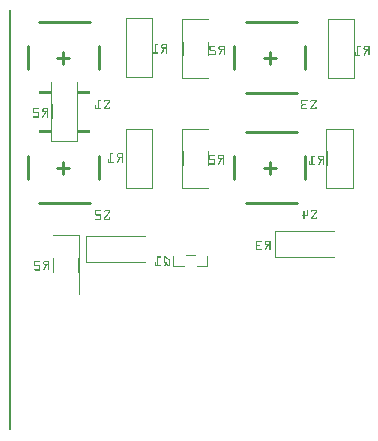
<source format=gbo>
G04 MADE WITH FRITZING*
G04 WWW.FRITZING.ORG*
G04 DOUBLE SIDED*
G04 HOLES PLATED*
G04 CONTOUR ON CENTER OF CONTOUR VECTOR*
%ASAXBY*%
%FSLAX23Y23*%
%MOIN*%
%OFA0B0*%
%SFA1.0B1.0*%
%ADD10C,0.010000*%
%ADD11R,0.001000X0.001000*%
%LNSILK0*%
G90*
G70*
G54D10*
X305Y840D02*
X305Y918D01*
D02*
X108Y761D02*
X276Y761D01*
D02*
X69Y840D02*
X69Y918D01*
D02*
X187Y859D02*
X187Y899D01*
D02*
X207Y879D02*
X167Y879D01*
D02*
X305Y1206D02*
X305Y1285D01*
D02*
X108Y1363D02*
X276Y1363D01*
D02*
X69Y1206D02*
X69Y1285D01*
D02*
X187Y1225D02*
X187Y1265D01*
D02*
X207Y1245D02*
X167Y1245D01*
D02*
X994Y840D02*
X994Y918D01*
D02*
X797Y761D02*
X965Y761D01*
D02*
X797Y997D02*
X965Y997D01*
D02*
X758Y840D02*
X758Y918D01*
D02*
X876Y859D02*
X876Y899D01*
D02*
X896Y879D02*
X856Y879D01*
D02*
X994Y1206D02*
X994Y1285D01*
D02*
X797Y1127D02*
X965Y1127D01*
D02*
X797Y1363D02*
X965Y1363D01*
D02*
X758Y1206D02*
X758Y1285D01*
D02*
X876Y1225D02*
X876Y1265D01*
D02*
X896Y1245D02*
X856Y1245D01*
G54D11*
X7Y1403D02*
X15Y1403D01*
X7Y1402D02*
X14Y1402D01*
X7Y1401D02*
X14Y1401D01*
X7Y1400D02*
X14Y1400D01*
X7Y1399D02*
X14Y1399D01*
X7Y1398D02*
X14Y1398D01*
X7Y1397D02*
X14Y1397D01*
X7Y1396D02*
X14Y1396D01*
X7Y1395D02*
X14Y1395D01*
X7Y1394D02*
X14Y1394D01*
X7Y1393D02*
X14Y1393D01*
X7Y1392D02*
X14Y1392D01*
X7Y1391D02*
X14Y1391D01*
X7Y1390D02*
X14Y1390D01*
X7Y1389D02*
X14Y1389D01*
X7Y1388D02*
X14Y1388D01*
X7Y1387D02*
X14Y1387D01*
X7Y1386D02*
X14Y1386D01*
X7Y1385D02*
X14Y1385D01*
X7Y1384D02*
X14Y1384D01*
X7Y1383D02*
X14Y1383D01*
X7Y1382D02*
X14Y1382D01*
X7Y1381D02*
X14Y1381D01*
X7Y1380D02*
X14Y1380D01*
X7Y1379D02*
X14Y1379D01*
X7Y1378D02*
X14Y1378D01*
X7Y1377D02*
X14Y1377D01*
X396Y1377D02*
X485Y1377D01*
X7Y1376D02*
X14Y1376D01*
X396Y1376D02*
X485Y1376D01*
X7Y1375D02*
X14Y1375D01*
X396Y1375D02*
X485Y1375D01*
X7Y1374D02*
X14Y1374D01*
X396Y1374D02*
X398Y1374D01*
X483Y1374D02*
X485Y1374D01*
X7Y1373D02*
X14Y1373D01*
X396Y1373D02*
X398Y1373D01*
X483Y1373D02*
X485Y1373D01*
X585Y1373D02*
X674Y1373D01*
X1069Y1373D02*
X1158Y1373D01*
X7Y1372D02*
X14Y1372D01*
X396Y1372D02*
X398Y1372D01*
X483Y1372D02*
X485Y1372D01*
X585Y1372D02*
X674Y1372D01*
X1069Y1372D02*
X1158Y1372D01*
X7Y1371D02*
X14Y1371D01*
X396Y1371D02*
X398Y1371D01*
X483Y1371D02*
X485Y1371D01*
X585Y1371D02*
X587Y1371D01*
X672Y1371D02*
X674Y1371D01*
X1069Y1371D02*
X1071Y1371D01*
X1156Y1371D02*
X1158Y1371D01*
X7Y1370D02*
X14Y1370D01*
X396Y1370D02*
X398Y1370D01*
X483Y1370D02*
X485Y1370D01*
X585Y1370D02*
X587Y1370D01*
X672Y1370D02*
X674Y1370D01*
X1069Y1370D02*
X1071Y1370D01*
X1157Y1370D02*
X1158Y1370D01*
X7Y1369D02*
X14Y1369D01*
X396Y1369D02*
X398Y1369D01*
X483Y1369D02*
X485Y1369D01*
X585Y1369D02*
X587Y1369D01*
X672Y1369D02*
X674Y1369D01*
X1069Y1369D02*
X1071Y1369D01*
X1157Y1369D02*
X1158Y1369D01*
X7Y1368D02*
X14Y1368D01*
X396Y1368D02*
X398Y1368D01*
X483Y1368D02*
X485Y1368D01*
X585Y1368D02*
X587Y1368D01*
X672Y1368D02*
X674Y1368D01*
X1069Y1368D02*
X1071Y1368D01*
X1157Y1368D02*
X1158Y1368D01*
X7Y1367D02*
X14Y1367D01*
X396Y1367D02*
X398Y1367D01*
X483Y1367D02*
X485Y1367D01*
X585Y1367D02*
X587Y1367D01*
X672Y1367D02*
X674Y1367D01*
X1069Y1367D02*
X1071Y1367D01*
X1157Y1367D02*
X1158Y1367D01*
X7Y1366D02*
X14Y1366D01*
X396Y1366D02*
X398Y1366D01*
X483Y1366D02*
X485Y1366D01*
X585Y1366D02*
X587Y1366D01*
X672Y1366D02*
X674Y1366D01*
X1069Y1366D02*
X1071Y1366D01*
X1157Y1366D02*
X1158Y1366D01*
X7Y1365D02*
X14Y1365D01*
X396Y1365D02*
X398Y1365D01*
X483Y1365D02*
X485Y1365D01*
X585Y1365D02*
X587Y1365D01*
X672Y1365D02*
X674Y1365D01*
X1069Y1365D02*
X1071Y1365D01*
X1157Y1365D02*
X1158Y1365D01*
X7Y1364D02*
X14Y1364D01*
X396Y1364D02*
X398Y1364D01*
X483Y1364D02*
X485Y1364D01*
X585Y1364D02*
X587Y1364D01*
X672Y1364D02*
X674Y1364D01*
X1069Y1364D02*
X1071Y1364D01*
X1157Y1364D02*
X1158Y1364D01*
X7Y1363D02*
X14Y1363D01*
X396Y1363D02*
X398Y1363D01*
X483Y1363D02*
X485Y1363D01*
X585Y1363D02*
X587Y1363D01*
X672Y1363D02*
X674Y1363D01*
X1069Y1363D02*
X1071Y1363D01*
X1157Y1363D02*
X1158Y1363D01*
X7Y1362D02*
X14Y1362D01*
X396Y1362D02*
X398Y1362D01*
X483Y1362D02*
X485Y1362D01*
X585Y1362D02*
X587Y1362D01*
X672Y1362D02*
X674Y1362D01*
X1069Y1362D02*
X1071Y1362D01*
X1157Y1362D02*
X1158Y1362D01*
X7Y1361D02*
X14Y1361D01*
X396Y1361D02*
X398Y1361D01*
X483Y1361D02*
X485Y1361D01*
X585Y1361D02*
X587Y1361D01*
X672Y1361D02*
X674Y1361D01*
X1069Y1361D02*
X1071Y1361D01*
X1157Y1361D02*
X1158Y1361D01*
X7Y1360D02*
X14Y1360D01*
X396Y1360D02*
X398Y1360D01*
X483Y1360D02*
X485Y1360D01*
X585Y1360D02*
X587Y1360D01*
X672Y1360D02*
X674Y1360D01*
X1069Y1360D02*
X1071Y1360D01*
X1157Y1360D02*
X1158Y1360D01*
X7Y1359D02*
X14Y1359D01*
X396Y1359D02*
X398Y1359D01*
X483Y1359D02*
X485Y1359D01*
X585Y1359D02*
X587Y1359D01*
X672Y1359D02*
X674Y1359D01*
X1069Y1359D02*
X1071Y1359D01*
X1157Y1359D02*
X1158Y1359D01*
X7Y1358D02*
X14Y1358D01*
X396Y1358D02*
X398Y1358D01*
X483Y1358D02*
X485Y1358D01*
X585Y1358D02*
X587Y1358D01*
X672Y1358D02*
X674Y1358D01*
X1069Y1358D02*
X1071Y1358D01*
X1157Y1358D02*
X1158Y1358D01*
X7Y1357D02*
X14Y1357D01*
X396Y1357D02*
X398Y1357D01*
X483Y1357D02*
X485Y1357D01*
X585Y1357D02*
X587Y1357D01*
X672Y1357D02*
X674Y1357D01*
X1069Y1357D02*
X1071Y1357D01*
X1157Y1357D02*
X1158Y1357D01*
X7Y1356D02*
X14Y1356D01*
X396Y1356D02*
X398Y1356D01*
X483Y1356D02*
X485Y1356D01*
X585Y1356D02*
X587Y1356D01*
X672Y1356D02*
X674Y1356D01*
X1069Y1356D02*
X1071Y1356D01*
X1157Y1356D02*
X1158Y1356D01*
X7Y1355D02*
X14Y1355D01*
X396Y1355D02*
X398Y1355D01*
X483Y1355D02*
X485Y1355D01*
X585Y1355D02*
X587Y1355D01*
X672Y1355D02*
X674Y1355D01*
X1069Y1355D02*
X1071Y1355D01*
X1157Y1355D02*
X1158Y1355D01*
X7Y1354D02*
X14Y1354D01*
X396Y1354D02*
X398Y1354D01*
X483Y1354D02*
X485Y1354D01*
X585Y1354D02*
X587Y1354D01*
X672Y1354D02*
X674Y1354D01*
X1069Y1354D02*
X1071Y1354D01*
X1157Y1354D02*
X1158Y1354D01*
X7Y1353D02*
X14Y1353D01*
X396Y1353D02*
X398Y1353D01*
X483Y1353D02*
X485Y1353D01*
X585Y1353D02*
X587Y1353D01*
X672Y1353D02*
X674Y1353D01*
X1069Y1353D02*
X1071Y1353D01*
X1157Y1353D02*
X1158Y1353D01*
X7Y1352D02*
X14Y1352D01*
X396Y1352D02*
X398Y1352D01*
X483Y1352D02*
X485Y1352D01*
X585Y1352D02*
X587Y1352D01*
X672Y1352D02*
X674Y1352D01*
X1069Y1352D02*
X1071Y1352D01*
X1157Y1352D02*
X1158Y1352D01*
X7Y1351D02*
X14Y1351D01*
X396Y1351D02*
X398Y1351D01*
X483Y1351D02*
X485Y1351D01*
X585Y1351D02*
X587Y1351D01*
X672Y1351D02*
X674Y1351D01*
X1069Y1351D02*
X1071Y1351D01*
X1157Y1351D02*
X1158Y1351D01*
X7Y1350D02*
X14Y1350D01*
X396Y1350D02*
X398Y1350D01*
X483Y1350D02*
X485Y1350D01*
X585Y1350D02*
X587Y1350D01*
X672Y1350D02*
X674Y1350D01*
X1069Y1350D02*
X1071Y1350D01*
X1157Y1350D02*
X1158Y1350D01*
X7Y1349D02*
X14Y1349D01*
X396Y1349D02*
X398Y1349D01*
X483Y1349D02*
X485Y1349D01*
X585Y1349D02*
X587Y1349D01*
X672Y1349D02*
X674Y1349D01*
X1069Y1349D02*
X1071Y1349D01*
X1157Y1349D02*
X1158Y1349D01*
X7Y1348D02*
X14Y1348D01*
X396Y1348D02*
X398Y1348D01*
X483Y1348D02*
X485Y1348D01*
X585Y1348D02*
X587Y1348D01*
X672Y1348D02*
X674Y1348D01*
X1069Y1348D02*
X1071Y1348D01*
X1157Y1348D02*
X1158Y1348D01*
X7Y1347D02*
X14Y1347D01*
X396Y1347D02*
X398Y1347D01*
X483Y1347D02*
X485Y1347D01*
X585Y1347D02*
X587Y1347D01*
X672Y1347D02*
X674Y1347D01*
X1069Y1347D02*
X1071Y1347D01*
X1157Y1347D02*
X1158Y1347D01*
X7Y1346D02*
X14Y1346D01*
X396Y1346D02*
X398Y1346D01*
X483Y1346D02*
X485Y1346D01*
X585Y1346D02*
X587Y1346D01*
X672Y1346D02*
X674Y1346D01*
X1069Y1346D02*
X1071Y1346D01*
X1157Y1346D02*
X1158Y1346D01*
X7Y1345D02*
X14Y1345D01*
X396Y1345D02*
X398Y1345D01*
X483Y1345D02*
X485Y1345D01*
X585Y1345D02*
X587Y1345D01*
X672Y1345D02*
X674Y1345D01*
X1069Y1345D02*
X1071Y1345D01*
X1157Y1345D02*
X1158Y1345D01*
X7Y1344D02*
X14Y1344D01*
X396Y1344D02*
X398Y1344D01*
X483Y1344D02*
X485Y1344D01*
X585Y1344D02*
X587Y1344D01*
X672Y1344D02*
X674Y1344D01*
X1069Y1344D02*
X1071Y1344D01*
X1157Y1344D02*
X1158Y1344D01*
X7Y1343D02*
X14Y1343D01*
X396Y1343D02*
X398Y1343D01*
X483Y1343D02*
X485Y1343D01*
X585Y1343D02*
X587Y1343D01*
X672Y1343D02*
X674Y1343D01*
X1069Y1343D02*
X1071Y1343D01*
X1157Y1343D02*
X1158Y1343D01*
X7Y1342D02*
X14Y1342D01*
X396Y1342D02*
X398Y1342D01*
X483Y1342D02*
X485Y1342D01*
X585Y1342D02*
X587Y1342D01*
X672Y1342D02*
X674Y1342D01*
X1069Y1342D02*
X1071Y1342D01*
X1157Y1342D02*
X1158Y1342D01*
X7Y1341D02*
X14Y1341D01*
X396Y1341D02*
X398Y1341D01*
X483Y1341D02*
X485Y1341D01*
X585Y1341D02*
X587Y1341D01*
X672Y1341D02*
X674Y1341D01*
X1069Y1341D02*
X1071Y1341D01*
X1157Y1341D02*
X1158Y1341D01*
X7Y1340D02*
X14Y1340D01*
X396Y1340D02*
X398Y1340D01*
X483Y1340D02*
X485Y1340D01*
X585Y1340D02*
X587Y1340D01*
X672Y1340D02*
X674Y1340D01*
X1069Y1340D02*
X1071Y1340D01*
X1157Y1340D02*
X1158Y1340D01*
X7Y1339D02*
X14Y1339D01*
X396Y1339D02*
X398Y1339D01*
X483Y1339D02*
X485Y1339D01*
X585Y1339D02*
X587Y1339D01*
X672Y1339D02*
X674Y1339D01*
X1069Y1339D02*
X1071Y1339D01*
X1157Y1339D02*
X1158Y1339D01*
X7Y1338D02*
X14Y1338D01*
X396Y1338D02*
X398Y1338D01*
X483Y1338D02*
X485Y1338D01*
X585Y1338D02*
X587Y1338D01*
X672Y1338D02*
X674Y1338D01*
X1069Y1338D02*
X1071Y1338D01*
X1157Y1338D02*
X1158Y1338D01*
X7Y1337D02*
X14Y1337D01*
X396Y1337D02*
X398Y1337D01*
X483Y1337D02*
X485Y1337D01*
X585Y1337D02*
X587Y1337D01*
X672Y1337D02*
X674Y1337D01*
X1069Y1337D02*
X1071Y1337D01*
X1157Y1337D02*
X1158Y1337D01*
X7Y1336D02*
X14Y1336D01*
X396Y1336D02*
X398Y1336D01*
X483Y1336D02*
X485Y1336D01*
X585Y1336D02*
X587Y1336D01*
X672Y1336D02*
X674Y1336D01*
X1069Y1336D02*
X1071Y1336D01*
X1157Y1336D02*
X1158Y1336D01*
X7Y1335D02*
X14Y1335D01*
X396Y1335D02*
X398Y1335D01*
X483Y1335D02*
X485Y1335D01*
X585Y1335D02*
X587Y1335D01*
X672Y1335D02*
X674Y1335D01*
X1069Y1335D02*
X1071Y1335D01*
X1157Y1335D02*
X1158Y1335D01*
X7Y1334D02*
X14Y1334D01*
X396Y1334D02*
X398Y1334D01*
X483Y1334D02*
X485Y1334D01*
X585Y1334D02*
X587Y1334D01*
X672Y1334D02*
X674Y1334D01*
X1069Y1334D02*
X1071Y1334D01*
X1157Y1334D02*
X1158Y1334D01*
X7Y1333D02*
X14Y1333D01*
X396Y1333D02*
X398Y1333D01*
X483Y1333D02*
X485Y1333D01*
X585Y1333D02*
X587Y1333D01*
X672Y1333D02*
X674Y1333D01*
X1069Y1333D02*
X1071Y1333D01*
X1157Y1333D02*
X1158Y1333D01*
X7Y1332D02*
X14Y1332D01*
X396Y1332D02*
X398Y1332D01*
X483Y1332D02*
X485Y1332D01*
X585Y1332D02*
X587Y1332D01*
X672Y1332D02*
X674Y1332D01*
X1069Y1332D02*
X1071Y1332D01*
X1157Y1332D02*
X1158Y1332D01*
X7Y1331D02*
X14Y1331D01*
X396Y1331D02*
X398Y1331D01*
X483Y1331D02*
X485Y1331D01*
X585Y1331D02*
X587Y1331D01*
X672Y1331D02*
X674Y1331D01*
X1069Y1331D02*
X1071Y1331D01*
X1157Y1331D02*
X1158Y1331D01*
X7Y1330D02*
X14Y1330D01*
X396Y1330D02*
X398Y1330D01*
X483Y1330D02*
X485Y1330D01*
X585Y1330D02*
X587Y1330D01*
X672Y1330D02*
X674Y1330D01*
X1069Y1330D02*
X1071Y1330D01*
X1157Y1330D02*
X1158Y1330D01*
X7Y1329D02*
X14Y1329D01*
X396Y1329D02*
X398Y1329D01*
X483Y1329D02*
X485Y1329D01*
X585Y1329D02*
X587Y1329D01*
X672Y1329D02*
X674Y1329D01*
X1069Y1329D02*
X1071Y1329D01*
X1157Y1329D02*
X1158Y1329D01*
X7Y1328D02*
X14Y1328D01*
X396Y1328D02*
X398Y1328D01*
X483Y1328D02*
X485Y1328D01*
X585Y1328D02*
X587Y1328D01*
X672Y1328D02*
X674Y1328D01*
X1069Y1328D02*
X1071Y1328D01*
X1157Y1328D02*
X1158Y1328D01*
X7Y1327D02*
X14Y1327D01*
X396Y1327D02*
X398Y1327D01*
X483Y1327D02*
X485Y1327D01*
X585Y1327D02*
X587Y1327D01*
X672Y1327D02*
X674Y1327D01*
X1069Y1327D02*
X1071Y1327D01*
X1157Y1327D02*
X1158Y1327D01*
X7Y1326D02*
X14Y1326D01*
X396Y1326D02*
X398Y1326D01*
X483Y1326D02*
X485Y1326D01*
X585Y1326D02*
X587Y1326D01*
X672Y1326D02*
X674Y1326D01*
X1069Y1326D02*
X1071Y1326D01*
X1157Y1326D02*
X1158Y1326D01*
X7Y1325D02*
X14Y1325D01*
X396Y1325D02*
X398Y1325D01*
X483Y1325D02*
X485Y1325D01*
X585Y1325D02*
X587Y1325D01*
X672Y1325D02*
X674Y1325D01*
X1069Y1325D02*
X1071Y1325D01*
X1157Y1325D02*
X1158Y1325D01*
X7Y1324D02*
X14Y1324D01*
X396Y1324D02*
X398Y1324D01*
X483Y1324D02*
X485Y1324D01*
X585Y1324D02*
X587Y1324D01*
X672Y1324D02*
X674Y1324D01*
X1069Y1324D02*
X1071Y1324D01*
X1157Y1324D02*
X1158Y1324D01*
X7Y1323D02*
X14Y1323D01*
X396Y1323D02*
X398Y1323D01*
X483Y1323D02*
X485Y1323D01*
X585Y1323D02*
X587Y1323D01*
X672Y1323D02*
X674Y1323D01*
X1069Y1323D02*
X1071Y1323D01*
X1157Y1323D02*
X1158Y1323D01*
X7Y1322D02*
X14Y1322D01*
X396Y1322D02*
X398Y1322D01*
X483Y1322D02*
X485Y1322D01*
X585Y1322D02*
X587Y1322D01*
X672Y1322D02*
X674Y1322D01*
X1069Y1322D02*
X1071Y1322D01*
X1157Y1322D02*
X1158Y1322D01*
X7Y1321D02*
X14Y1321D01*
X396Y1321D02*
X398Y1321D01*
X483Y1321D02*
X485Y1321D01*
X585Y1321D02*
X587Y1321D01*
X672Y1321D02*
X674Y1321D01*
X1069Y1321D02*
X1071Y1321D01*
X1157Y1321D02*
X1158Y1321D01*
X7Y1320D02*
X14Y1320D01*
X396Y1320D02*
X398Y1320D01*
X483Y1320D02*
X485Y1320D01*
X585Y1320D02*
X587Y1320D01*
X672Y1320D02*
X674Y1320D01*
X1069Y1320D02*
X1071Y1320D01*
X1157Y1320D02*
X1158Y1320D01*
X7Y1319D02*
X14Y1319D01*
X396Y1319D02*
X398Y1319D01*
X483Y1319D02*
X485Y1319D01*
X585Y1319D02*
X587Y1319D01*
X672Y1319D02*
X674Y1319D01*
X1069Y1319D02*
X1071Y1319D01*
X1157Y1319D02*
X1158Y1319D01*
X7Y1318D02*
X14Y1318D01*
X396Y1318D02*
X398Y1318D01*
X483Y1318D02*
X485Y1318D01*
X585Y1318D02*
X587Y1318D01*
X672Y1318D02*
X674Y1318D01*
X1069Y1318D02*
X1071Y1318D01*
X1157Y1318D02*
X1158Y1318D01*
X7Y1317D02*
X14Y1317D01*
X396Y1317D02*
X398Y1317D01*
X483Y1317D02*
X485Y1317D01*
X585Y1317D02*
X587Y1317D01*
X672Y1317D02*
X674Y1317D01*
X1069Y1317D02*
X1071Y1317D01*
X1157Y1317D02*
X1158Y1317D01*
X7Y1316D02*
X14Y1316D01*
X396Y1316D02*
X398Y1316D01*
X483Y1316D02*
X485Y1316D01*
X585Y1316D02*
X587Y1316D01*
X672Y1316D02*
X674Y1316D01*
X1069Y1316D02*
X1071Y1316D01*
X1157Y1316D02*
X1158Y1316D01*
X7Y1315D02*
X14Y1315D01*
X396Y1315D02*
X398Y1315D01*
X483Y1315D02*
X485Y1315D01*
X585Y1315D02*
X587Y1315D01*
X672Y1315D02*
X674Y1315D01*
X1069Y1315D02*
X1071Y1315D01*
X1157Y1315D02*
X1158Y1315D01*
X7Y1314D02*
X14Y1314D01*
X396Y1314D02*
X398Y1314D01*
X483Y1314D02*
X485Y1314D01*
X585Y1314D02*
X587Y1314D01*
X672Y1314D02*
X674Y1314D01*
X1069Y1314D02*
X1071Y1314D01*
X1157Y1314D02*
X1158Y1314D01*
X7Y1313D02*
X14Y1313D01*
X396Y1313D02*
X398Y1313D01*
X483Y1313D02*
X485Y1313D01*
X585Y1313D02*
X587Y1313D01*
X672Y1313D02*
X674Y1313D01*
X1069Y1313D02*
X1071Y1313D01*
X1157Y1313D02*
X1158Y1313D01*
X7Y1312D02*
X14Y1312D01*
X396Y1312D02*
X398Y1312D01*
X483Y1312D02*
X485Y1312D01*
X585Y1312D02*
X587Y1312D01*
X672Y1312D02*
X674Y1312D01*
X1069Y1312D02*
X1071Y1312D01*
X1157Y1312D02*
X1158Y1312D01*
X7Y1311D02*
X14Y1311D01*
X396Y1311D02*
X398Y1311D01*
X483Y1311D02*
X485Y1311D01*
X585Y1311D02*
X587Y1311D01*
X672Y1311D02*
X674Y1311D01*
X1069Y1311D02*
X1071Y1311D01*
X1157Y1311D02*
X1158Y1311D01*
X7Y1310D02*
X14Y1310D01*
X396Y1310D02*
X398Y1310D01*
X483Y1310D02*
X485Y1310D01*
X585Y1310D02*
X587Y1310D01*
X672Y1310D02*
X674Y1310D01*
X1069Y1310D02*
X1071Y1310D01*
X1157Y1310D02*
X1158Y1310D01*
X7Y1309D02*
X14Y1309D01*
X396Y1309D02*
X398Y1309D01*
X483Y1309D02*
X485Y1309D01*
X585Y1309D02*
X587Y1309D01*
X672Y1309D02*
X674Y1309D01*
X1069Y1309D02*
X1071Y1309D01*
X1157Y1309D02*
X1158Y1309D01*
X7Y1308D02*
X14Y1308D01*
X396Y1308D02*
X398Y1308D01*
X483Y1308D02*
X485Y1308D01*
X585Y1308D02*
X587Y1308D01*
X672Y1308D02*
X674Y1308D01*
X1069Y1308D02*
X1071Y1308D01*
X1157Y1308D02*
X1158Y1308D01*
X7Y1307D02*
X14Y1307D01*
X396Y1307D02*
X398Y1307D01*
X483Y1307D02*
X485Y1307D01*
X585Y1307D02*
X587Y1307D01*
X672Y1307D02*
X674Y1307D01*
X1069Y1307D02*
X1071Y1307D01*
X1157Y1307D02*
X1158Y1307D01*
X7Y1306D02*
X14Y1306D01*
X396Y1306D02*
X398Y1306D01*
X483Y1306D02*
X485Y1306D01*
X585Y1306D02*
X587Y1306D01*
X672Y1306D02*
X674Y1306D01*
X1069Y1306D02*
X1071Y1306D01*
X1157Y1306D02*
X1158Y1306D01*
X7Y1305D02*
X14Y1305D01*
X396Y1305D02*
X398Y1305D01*
X483Y1305D02*
X485Y1305D01*
X585Y1305D02*
X587Y1305D01*
X672Y1305D02*
X674Y1305D01*
X1069Y1305D02*
X1071Y1305D01*
X1157Y1305D02*
X1158Y1305D01*
X7Y1304D02*
X14Y1304D01*
X396Y1304D02*
X398Y1304D01*
X483Y1304D02*
X485Y1304D01*
X585Y1304D02*
X587Y1304D01*
X672Y1304D02*
X674Y1304D01*
X1069Y1304D02*
X1071Y1304D01*
X1157Y1304D02*
X1158Y1304D01*
X7Y1303D02*
X14Y1303D01*
X396Y1303D02*
X398Y1303D01*
X483Y1303D02*
X485Y1303D01*
X585Y1303D02*
X587Y1303D01*
X672Y1303D02*
X674Y1303D01*
X1069Y1303D02*
X1071Y1303D01*
X1157Y1303D02*
X1158Y1303D01*
X7Y1302D02*
X14Y1302D01*
X396Y1302D02*
X399Y1302D01*
X482Y1302D02*
X485Y1302D01*
X585Y1302D02*
X587Y1302D01*
X672Y1302D02*
X674Y1302D01*
X1069Y1302D02*
X1071Y1302D01*
X1157Y1302D02*
X1158Y1302D01*
X7Y1301D02*
X14Y1301D01*
X396Y1301D02*
X399Y1301D01*
X482Y1301D02*
X485Y1301D01*
X585Y1301D02*
X587Y1301D01*
X672Y1301D02*
X674Y1301D01*
X1069Y1301D02*
X1071Y1301D01*
X1157Y1301D02*
X1158Y1301D01*
X7Y1300D02*
X14Y1300D01*
X396Y1300D02*
X399Y1300D01*
X482Y1300D02*
X485Y1300D01*
X585Y1300D02*
X587Y1300D01*
X672Y1300D02*
X674Y1300D01*
X1069Y1300D02*
X1071Y1300D01*
X1157Y1300D02*
X1158Y1300D01*
X7Y1299D02*
X14Y1299D01*
X396Y1299D02*
X399Y1299D01*
X482Y1299D02*
X485Y1299D01*
X585Y1299D02*
X587Y1299D01*
X672Y1299D02*
X674Y1299D01*
X1069Y1299D02*
X1071Y1299D01*
X1157Y1299D02*
X1158Y1299D01*
X7Y1298D02*
X14Y1298D01*
X396Y1298D02*
X399Y1298D01*
X482Y1298D02*
X485Y1298D01*
X585Y1298D02*
X588Y1298D01*
X671Y1298D02*
X674Y1298D01*
X1069Y1298D02*
X1072Y1298D01*
X1156Y1298D02*
X1158Y1298D01*
X7Y1297D02*
X14Y1297D01*
X396Y1297D02*
X399Y1297D01*
X482Y1297D02*
X485Y1297D01*
X585Y1297D02*
X588Y1297D01*
X671Y1297D02*
X674Y1297D01*
X1069Y1297D02*
X1072Y1297D01*
X1156Y1297D02*
X1158Y1297D01*
X7Y1296D02*
X14Y1296D01*
X396Y1296D02*
X399Y1296D01*
X482Y1296D02*
X485Y1296D01*
X585Y1296D02*
X588Y1296D01*
X671Y1296D02*
X674Y1296D01*
X1069Y1296D02*
X1072Y1296D01*
X1156Y1296D02*
X1158Y1296D01*
X7Y1295D02*
X14Y1295D01*
X396Y1295D02*
X399Y1295D01*
X482Y1295D02*
X485Y1295D01*
X585Y1295D02*
X588Y1295D01*
X671Y1295D02*
X674Y1295D01*
X1069Y1295D02*
X1072Y1295D01*
X1156Y1295D02*
X1158Y1295D01*
X7Y1294D02*
X14Y1294D01*
X396Y1294D02*
X399Y1294D01*
X482Y1294D02*
X485Y1294D01*
X585Y1294D02*
X588Y1294D01*
X671Y1294D02*
X674Y1294D01*
X1069Y1294D02*
X1072Y1294D01*
X1156Y1294D02*
X1158Y1294D01*
X7Y1293D02*
X14Y1293D01*
X396Y1293D02*
X399Y1293D01*
X482Y1293D02*
X485Y1293D01*
X585Y1293D02*
X588Y1293D01*
X671Y1293D02*
X674Y1293D01*
X1069Y1293D02*
X1072Y1293D01*
X1156Y1293D02*
X1158Y1293D01*
X7Y1292D02*
X14Y1292D01*
X396Y1292D02*
X399Y1292D01*
X482Y1292D02*
X485Y1292D01*
X585Y1292D02*
X588Y1292D01*
X671Y1292D02*
X674Y1292D01*
X1069Y1292D02*
X1072Y1292D01*
X1156Y1292D02*
X1158Y1292D01*
X7Y1291D02*
X14Y1291D01*
X396Y1291D02*
X399Y1291D01*
X482Y1291D02*
X485Y1291D01*
X585Y1291D02*
X588Y1291D01*
X671Y1291D02*
X674Y1291D01*
X1069Y1291D02*
X1072Y1291D01*
X1156Y1291D02*
X1158Y1291D01*
X7Y1290D02*
X14Y1290D01*
X396Y1290D02*
X399Y1290D01*
X482Y1290D02*
X485Y1290D01*
X492Y1290D02*
X503Y1290D01*
X517Y1290D02*
X533Y1290D01*
X585Y1290D02*
X588Y1290D01*
X671Y1290D02*
X674Y1290D01*
X1069Y1290D02*
X1072Y1290D01*
X1156Y1290D02*
X1158Y1290D01*
X7Y1289D02*
X14Y1289D01*
X396Y1289D02*
X399Y1289D01*
X482Y1289D02*
X485Y1289D01*
X492Y1289D02*
X503Y1289D01*
X516Y1289D02*
X533Y1289D01*
X585Y1289D02*
X588Y1289D01*
X671Y1289D02*
X674Y1289D01*
X1069Y1289D02*
X1072Y1289D01*
X1156Y1289D02*
X1158Y1289D01*
X7Y1288D02*
X14Y1288D01*
X396Y1288D02*
X399Y1288D01*
X482Y1288D02*
X485Y1288D01*
X492Y1288D02*
X503Y1288D01*
X515Y1288D02*
X533Y1288D01*
X585Y1288D02*
X588Y1288D01*
X671Y1288D02*
X674Y1288D01*
X1069Y1288D02*
X1072Y1288D01*
X1156Y1288D02*
X1158Y1288D01*
X7Y1287D02*
X14Y1287D01*
X396Y1287D02*
X399Y1287D01*
X482Y1287D02*
X485Y1287D01*
X492Y1287D02*
X503Y1287D01*
X514Y1287D02*
X533Y1287D01*
X585Y1287D02*
X588Y1287D01*
X671Y1287D02*
X674Y1287D01*
X1069Y1287D02*
X1072Y1287D01*
X1156Y1287D02*
X1158Y1287D01*
X7Y1286D02*
X14Y1286D01*
X396Y1286D02*
X399Y1286D01*
X482Y1286D02*
X485Y1286D01*
X492Y1286D02*
X495Y1286D01*
X514Y1286D02*
X518Y1286D01*
X530Y1286D02*
X533Y1286D01*
X585Y1286D02*
X588Y1286D01*
X671Y1286D02*
X674Y1286D01*
X1069Y1286D02*
X1072Y1286D01*
X1156Y1286D02*
X1158Y1286D01*
X7Y1285D02*
X14Y1285D01*
X396Y1285D02*
X399Y1285D01*
X482Y1285D02*
X485Y1285D01*
X492Y1285D02*
X495Y1285D01*
X514Y1285D02*
X517Y1285D01*
X530Y1285D02*
X533Y1285D01*
X585Y1285D02*
X588Y1285D01*
X671Y1285D02*
X674Y1285D01*
X678Y1285D02*
X694Y1285D01*
X710Y1285D02*
X725Y1285D01*
X1069Y1285D02*
X1072Y1285D01*
X1156Y1285D02*
X1158Y1285D01*
X7Y1284D02*
X14Y1284D01*
X396Y1284D02*
X399Y1284D01*
X482Y1284D02*
X485Y1284D01*
X492Y1284D02*
X495Y1284D01*
X514Y1284D02*
X517Y1284D01*
X530Y1284D02*
X533Y1284D01*
X585Y1284D02*
X588Y1284D01*
X671Y1284D02*
X674Y1284D01*
X676Y1284D02*
X695Y1284D01*
X708Y1284D02*
X725Y1284D01*
X1069Y1284D02*
X1072Y1284D01*
X1156Y1284D02*
X1158Y1284D01*
X7Y1283D02*
X14Y1283D01*
X396Y1283D02*
X399Y1283D01*
X482Y1283D02*
X485Y1283D01*
X492Y1283D02*
X495Y1283D01*
X514Y1283D02*
X517Y1283D01*
X530Y1283D02*
X533Y1283D01*
X585Y1283D02*
X588Y1283D01*
X671Y1283D02*
X674Y1283D01*
X676Y1283D02*
X695Y1283D01*
X707Y1283D02*
X725Y1283D01*
X1069Y1283D02*
X1072Y1283D01*
X1156Y1283D02*
X1158Y1283D01*
X1167Y1283D02*
X1178Y1283D01*
X1191Y1283D02*
X1208Y1283D01*
X7Y1282D02*
X14Y1282D01*
X396Y1282D02*
X399Y1282D01*
X482Y1282D02*
X485Y1282D01*
X492Y1282D02*
X495Y1282D01*
X514Y1282D02*
X517Y1282D01*
X530Y1282D02*
X533Y1282D01*
X585Y1282D02*
X588Y1282D01*
X671Y1282D02*
X694Y1282D01*
X706Y1282D02*
X725Y1282D01*
X1069Y1282D02*
X1072Y1282D01*
X1156Y1282D02*
X1158Y1282D01*
X1167Y1282D02*
X1178Y1282D01*
X1190Y1282D02*
X1208Y1282D01*
X7Y1281D02*
X14Y1281D01*
X396Y1281D02*
X399Y1281D01*
X482Y1281D02*
X485Y1281D01*
X492Y1281D02*
X495Y1281D01*
X514Y1281D02*
X517Y1281D01*
X530Y1281D02*
X533Y1281D01*
X585Y1281D02*
X588Y1281D01*
X671Y1281D02*
X679Y1281D01*
X706Y1281D02*
X710Y1281D01*
X721Y1281D02*
X725Y1281D01*
X1069Y1281D02*
X1072Y1281D01*
X1156Y1281D02*
X1158Y1281D01*
X1167Y1281D02*
X1178Y1281D01*
X1189Y1281D02*
X1208Y1281D01*
X7Y1280D02*
X14Y1280D01*
X396Y1280D02*
X399Y1280D01*
X482Y1280D02*
X485Y1280D01*
X492Y1280D02*
X495Y1280D01*
X514Y1280D02*
X519Y1280D01*
X530Y1280D02*
X533Y1280D01*
X585Y1280D02*
X588Y1280D01*
X671Y1280D02*
X678Y1280D01*
X705Y1280D02*
X709Y1280D01*
X722Y1280D02*
X725Y1280D01*
X1069Y1280D02*
X1072Y1280D01*
X1156Y1280D02*
X1158Y1280D01*
X1167Y1280D02*
X1177Y1280D01*
X1189Y1280D02*
X1208Y1280D01*
X7Y1279D02*
X14Y1279D01*
X396Y1279D02*
X399Y1279D01*
X482Y1279D02*
X485Y1279D01*
X492Y1279D02*
X495Y1279D01*
X514Y1279D02*
X533Y1279D01*
X585Y1279D02*
X588Y1279D01*
X671Y1279D02*
X678Y1279D01*
X705Y1279D02*
X708Y1279D01*
X722Y1279D02*
X725Y1279D01*
X1069Y1279D02*
X1072Y1279D01*
X1156Y1279D02*
X1158Y1279D01*
X1167Y1279D02*
X1170Y1279D01*
X1189Y1279D02*
X1192Y1279D01*
X1205Y1279D02*
X1208Y1279D01*
X7Y1278D02*
X14Y1278D01*
X396Y1278D02*
X399Y1278D01*
X482Y1278D02*
X485Y1278D01*
X492Y1278D02*
X495Y1278D01*
X515Y1278D02*
X533Y1278D01*
X585Y1278D02*
X588Y1278D01*
X671Y1278D02*
X678Y1278D01*
X705Y1278D02*
X708Y1278D01*
X722Y1278D02*
X725Y1278D01*
X1069Y1278D02*
X1072Y1278D01*
X1156Y1278D02*
X1158Y1278D01*
X1167Y1278D02*
X1170Y1278D01*
X1188Y1278D02*
X1192Y1278D01*
X1205Y1278D02*
X1208Y1278D01*
X7Y1277D02*
X14Y1277D01*
X396Y1277D02*
X399Y1277D01*
X482Y1277D02*
X485Y1277D01*
X492Y1277D02*
X495Y1277D01*
X516Y1277D02*
X533Y1277D01*
X585Y1277D02*
X588Y1277D01*
X671Y1277D02*
X678Y1277D01*
X705Y1277D02*
X708Y1277D01*
X722Y1277D02*
X725Y1277D01*
X1069Y1277D02*
X1072Y1277D01*
X1156Y1277D02*
X1158Y1277D01*
X1167Y1277D02*
X1170Y1277D01*
X1188Y1277D02*
X1192Y1277D01*
X1205Y1277D02*
X1208Y1277D01*
X7Y1276D02*
X14Y1276D01*
X396Y1276D02*
X399Y1276D01*
X482Y1276D02*
X485Y1276D01*
X492Y1276D02*
X495Y1276D01*
X518Y1276D02*
X533Y1276D01*
X585Y1276D02*
X588Y1276D01*
X671Y1276D02*
X678Y1276D01*
X705Y1276D02*
X709Y1276D01*
X722Y1276D02*
X725Y1276D01*
X1069Y1276D02*
X1072Y1276D01*
X1156Y1276D02*
X1158Y1276D01*
X1167Y1276D02*
X1170Y1276D01*
X1188Y1276D02*
X1192Y1276D01*
X1205Y1276D02*
X1208Y1276D01*
X7Y1275D02*
X14Y1275D01*
X396Y1275D02*
X399Y1275D01*
X482Y1275D02*
X485Y1275D01*
X492Y1275D02*
X495Y1275D01*
X522Y1275D02*
X526Y1275D01*
X530Y1275D02*
X533Y1275D01*
X585Y1275D02*
X588Y1275D01*
X671Y1275D02*
X678Y1275D01*
X705Y1275D02*
X710Y1275D01*
X722Y1275D02*
X725Y1275D01*
X1069Y1275D02*
X1072Y1275D01*
X1156Y1275D02*
X1158Y1275D01*
X1167Y1275D02*
X1170Y1275D01*
X1188Y1275D02*
X1192Y1275D01*
X1205Y1275D02*
X1208Y1275D01*
X7Y1274D02*
X14Y1274D01*
X396Y1274D02*
X399Y1274D01*
X482Y1274D02*
X485Y1274D01*
X492Y1274D02*
X495Y1274D01*
X521Y1274D02*
X525Y1274D01*
X530Y1274D02*
X533Y1274D01*
X585Y1274D02*
X588Y1274D01*
X671Y1274D02*
X678Y1274D01*
X706Y1274D02*
X725Y1274D01*
X1069Y1274D02*
X1072Y1274D01*
X1156Y1274D02*
X1158Y1274D01*
X1167Y1274D02*
X1170Y1274D01*
X1189Y1274D02*
X1192Y1274D01*
X1205Y1274D02*
X1208Y1274D01*
X7Y1273D02*
X14Y1273D01*
X396Y1273D02*
X399Y1273D01*
X482Y1273D02*
X485Y1273D01*
X492Y1273D02*
X495Y1273D01*
X521Y1273D02*
X525Y1273D01*
X530Y1273D02*
X533Y1273D01*
X585Y1273D02*
X588Y1273D01*
X671Y1273D02*
X678Y1273D01*
X707Y1273D02*
X725Y1273D01*
X1069Y1273D02*
X1072Y1273D01*
X1156Y1273D02*
X1158Y1273D01*
X1167Y1273D02*
X1170Y1273D01*
X1189Y1273D02*
X1208Y1273D01*
X7Y1272D02*
X14Y1272D01*
X396Y1272D02*
X399Y1272D01*
X482Y1272D02*
X486Y1272D01*
X492Y1272D02*
X495Y1272D01*
X520Y1272D02*
X524Y1272D01*
X530Y1272D02*
X533Y1272D01*
X585Y1272D02*
X588Y1272D01*
X671Y1272D02*
X678Y1272D01*
X707Y1272D02*
X725Y1272D01*
X1069Y1272D02*
X1072Y1272D01*
X1156Y1272D02*
X1158Y1272D01*
X1167Y1272D02*
X1170Y1272D01*
X1189Y1272D02*
X1208Y1272D01*
X7Y1271D02*
X14Y1271D01*
X396Y1271D02*
X399Y1271D01*
X482Y1271D02*
X487Y1271D01*
X492Y1271D02*
X495Y1271D01*
X520Y1271D02*
X523Y1271D01*
X530Y1271D02*
X533Y1271D01*
X585Y1271D02*
X588Y1271D01*
X671Y1271D02*
X692Y1271D01*
X709Y1271D02*
X725Y1271D01*
X1069Y1271D02*
X1072Y1271D01*
X1156Y1271D02*
X1158Y1271D01*
X1167Y1271D02*
X1170Y1271D01*
X1190Y1271D02*
X1208Y1271D01*
X7Y1270D02*
X14Y1270D01*
X396Y1270D02*
X399Y1270D01*
X482Y1270D02*
X487Y1270D01*
X492Y1270D02*
X495Y1270D01*
X519Y1270D02*
X523Y1270D01*
X530Y1270D02*
X533Y1270D01*
X585Y1270D02*
X588Y1270D01*
X671Y1270D02*
X693Y1270D01*
X714Y1270D02*
X718Y1270D01*
X722Y1270D02*
X725Y1270D01*
X1069Y1270D02*
X1072Y1270D01*
X1156Y1270D02*
X1158Y1270D01*
X1167Y1270D02*
X1170Y1270D01*
X1192Y1270D02*
X1208Y1270D01*
X7Y1269D02*
X14Y1269D01*
X396Y1269D02*
X399Y1269D01*
X482Y1269D02*
X487Y1269D01*
X492Y1269D02*
X495Y1269D01*
X518Y1269D02*
X522Y1269D01*
X530Y1269D02*
X533Y1269D01*
X585Y1269D02*
X588Y1269D01*
X671Y1269D02*
X674Y1269D01*
X676Y1269D02*
X694Y1269D01*
X713Y1269D02*
X717Y1269D01*
X722Y1269D02*
X725Y1269D01*
X1069Y1269D02*
X1072Y1269D01*
X1156Y1269D02*
X1158Y1269D01*
X1167Y1269D02*
X1170Y1269D01*
X1197Y1269D02*
X1201Y1269D01*
X1205Y1269D02*
X1208Y1269D01*
X7Y1268D02*
X14Y1268D01*
X396Y1268D02*
X399Y1268D01*
X482Y1268D02*
X487Y1268D01*
X492Y1268D02*
X495Y1268D01*
X518Y1268D02*
X522Y1268D01*
X530Y1268D02*
X533Y1268D01*
X585Y1268D02*
X588Y1268D01*
X671Y1268D02*
X674Y1268D01*
X677Y1268D02*
X695Y1268D01*
X713Y1268D02*
X716Y1268D01*
X722Y1268D02*
X725Y1268D01*
X1069Y1268D02*
X1072Y1268D01*
X1156Y1268D02*
X1158Y1268D01*
X1167Y1268D02*
X1170Y1268D01*
X1196Y1268D02*
X1200Y1268D01*
X1205Y1268D02*
X1208Y1268D01*
X7Y1267D02*
X14Y1267D01*
X396Y1267D02*
X399Y1267D01*
X482Y1267D02*
X487Y1267D01*
X492Y1267D02*
X495Y1267D01*
X517Y1267D02*
X521Y1267D01*
X530Y1267D02*
X533Y1267D01*
X585Y1267D02*
X588Y1267D01*
X671Y1267D02*
X674Y1267D01*
X679Y1267D02*
X695Y1267D01*
X712Y1267D02*
X716Y1267D01*
X722Y1267D02*
X725Y1267D01*
X1069Y1267D02*
X1072Y1267D01*
X1156Y1267D02*
X1158Y1267D01*
X1167Y1267D02*
X1170Y1267D01*
X1196Y1267D02*
X1200Y1267D01*
X1205Y1267D02*
X1208Y1267D01*
X7Y1266D02*
X14Y1266D01*
X396Y1266D02*
X399Y1266D01*
X482Y1266D02*
X487Y1266D01*
X492Y1266D02*
X495Y1266D01*
X517Y1266D02*
X521Y1266D01*
X530Y1266D02*
X533Y1266D01*
X585Y1266D02*
X588Y1266D01*
X671Y1266D02*
X674Y1266D01*
X692Y1266D02*
X695Y1266D01*
X711Y1266D02*
X715Y1266D01*
X722Y1266D02*
X725Y1266D01*
X1069Y1266D02*
X1072Y1266D01*
X1156Y1266D02*
X1160Y1266D01*
X1167Y1266D02*
X1170Y1266D01*
X1195Y1266D02*
X1199Y1266D01*
X1205Y1266D02*
X1208Y1266D01*
X7Y1265D02*
X14Y1265D01*
X396Y1265D02*
X399Y1265D01*
X482Y1265D02*
X487Y1265D01*
X492Y1265D02*
X495Y1265D01*
X516Y1265D02*
X520Y1265D01*
X530Y1265D02*
X533Y1265D01*
X585Y1265D02*
X588Y1265D01*
X671Y1265D02*
X674Y1265D01*
X692Y1265D02*
X695Y1265D01*
X711Y1265D02*
X715Y1265D01*
X722Y1265D02*
X725Y1265D01*
X1069Y1265D02*
X1072Y1265D01*
X1156Y1265D02*
X1161Y1265D01*
X1167Y1265D02*
X1170Y1265D01*
X1195Y1265D02*
X1199Y1265D01*
X1205Y1265D02*
X1208Y1265D01*
X7Y1264D02*
X14Y1264D01*
X396Y1264D02*
X399Y1264D01*
X482Y1264D02*
X487Y1264D01*
X492Y1264D02*
X495Y1264D01*
X515Y1264D02*
X519Y1264D01*
X530Y1264D02*
X533Y1264D01*
X585Y1264D02*
X588Y1264D01*
X671Y1264D02*
X674Y1264D01*
X692Y1264D02*
X695Y1264D01*
X710Y1264D02*
X714Y1264D01*
X722Y1264D02*
X725Y1264D01*
X1069Y1264D02*
X1072Y1264D01*
X1156Y1264D02*
X1161Y1264D01*
X1167Y1264D02*
X1170Y1264D01*
X1194Y1264D02*
X1198Y1264D01*
X1205Y1264D02*
X1208Y1264D01*
X7Y1263D02*
X14Y1263D01*
X396Y1263D02*
X399Y1263D01*
X482Y1263D02*
X487Y1263D01*
X492Y1263D02*
X495Y1263D01*
X515Y1263D02*
X519Y1263D01*
X530Y1263D02*
X533Y1263D01*
X585Y1263D02*
X588Y1263D01*
X671Y1263D02*
X674Y1263D01*
X692Y1263D02*
X695Y1263D01*
X710Y1263D02*
X714Y1263D01*
X722Y1263D02*
X725Y1263D01*
X1069Y1263D02*
X1072Y1263D01*
X1156Y1263D02*
X1161Y1263D01*
X1167Y1263D02*
X1170Y1263D01*
X1194Y1263D02*
X1197Y1263D01*
X1205Y1263D02*
X1208Y1263D01*
X7Y1262D02*
X14Y1262D01*
X396Y1262D02*
X399Y1262D01*
X482Y1262D02*
X502Y1262D01*
X514Y1262D02*
X518Y1262D01*
X530Y1262D02*
X533Y1262D01*
X585Y1262D02*
X588Y1262D01*
X671Y1262D02*
X674Y1262D01*
X692Y1262D02*
X695Y1262D01*
X709Y1262D02*
X713Y1262D01*
X722Y1262D02*
X725Y1262D01*
X1069Y1262D02*
X1072Y1262D01*
X1156Y1262D02*
X1161Y1262D01*
X1167Y1262D02*
X1170Y1262D01*
X1193Y1262D02*
X1197Y1262D01*
X1205Y1262D02*
X1208Y1262D01*
X7Y1261D02*
X14Y1261D01*
X396Y1261D02*
X399Y1261D01*
X482Y1261D02*
X503Y1261D01*
X514Y1261D02*
X518Y1261D01*
X530Y1261D02*
X533Y1261D01*
X585Y1261D02*
X588Y1261D01*
X671Y1261D02*
X674Y1261D01*
X692Y1261D02*
X695Y1261D01*
X708Y1261D02*
X712Y1261D01*
X722Y1261D02*
X725Y1261D01*
X1069Y1261D02*
X1072Y1261D01*
X1156Y1261D02*
X1161Y1261D01*
X1167Y1261D02*
X1170Y1261D01*
X1192Y1261D02*
X1196Y1261D01*
X1205Y1261D02*
X1208Y1261D01*
X7Y1260D02*
X14Y1260D01*
X396Y1260D02*
X399Y1260D01*
X482Y1260D02*
X503Y1260D01*
X514Y1260D02*
X517Y1260D01*
X530Y1260D02*
X533Y1260D01*
X585Y1260D02*
X588Y1260D01*
X671Y1260D02*
X674Y1260D01*
X692Y1260D02*
X695Y1260D01*
X708Y1260D02*
X712Y1260D01*
X722Y1260D02*
X725Y1260D01*
X1069Y1260D02*
X1072Y1260D01*
X1156Y1260D02*
X1161Y1260D01*
X1167Y1260D02*
X1170Y1260D01*
X1192Y1260D02*
X1196Y1260D01*
X1205Y1260D02*
X1208Y1260D01*
X7Y1259D02*
X14Y1259D01*
X396Y1259D02*
X399Y1259D01*
X482Y1259D02*
X503Y1259D01*
X514Y1259D02*
X516Y1259D01*
X531Y1259D02*
X533Y1259D01*
X585Y1259D02*
X588Y1259D01*
X671Y1259D02*
X674Y1259D01*
X692Y1259D02*
X695Y1259D01*
X707Y1259D02*
X711Y1259D01*
X722Y1259D02*
X725Y1259D01*
X1069Y1259D02*
X1072Y1259D01*
X1156Y1259D02*
X1161Y1259D01*
X1167Y1259D02*
X1170Y1259D01*
X1191Y1259D02*
X1195Y1259D01*
X1205Y1259D02*
X1208Y1259D01*
X7Y1258D02*
X14Y1258D01*
X396Y1258D02*
X399Y1258D01*
X482Y1258D02*
X485Y1258D01*
X585Y1258D02*
X588Y1258D01*
X671Y1258D02*
X674Y1258D01*
X692Y1258D02*
X695Y1258D01*
X707Y1258D02*
X711Y1258D01*
X722Y1258D02*
X725Y1258D01*
X1069Y1258D02*
X1072Y1258D01*
X1156Y1258D02*
X1161Y1258D01*
X1167Y1258D02*
X1170Y1258D01*
X1191Y1258D02*
X1195Y1258D01*
X1205Y1258D02*
X1208Y1258D01*
X7Y1257D02*
X14Y1257D01*
X396Y1257D02*
X399Y1257D01*
X482Y1257D02*
X485Y1257D01*
X585Y1257D02*
X588Y1257D01*
X671Y1257D02*
X674Y1257D01*
X677Y1257D02*
X695Y1257D01*
X706Y1257D02*
X710Y1257D01*
X722Y1257D02*
X725Y1257D01*
X1069Y1257D02*
X1072Y1257D01*
X1156Y1257D02*
X1161Y1257D01*
X1167Y1257D02*
X1170Y1257D01*
X1190Y1257D02*
X1194Y1257D01*
X1205Y1257D02*
X1208Y1257D01*
X7Y1256D02*
X14Y1256D01*
X396Y1256D02*
X399Y1256D01*
X482Y1256D02*
X485Y1256D01*
X585Y1256D02*
X588Y1256D01*
X671Y1256D02*
X695Y1256D01*
X706Y1256D02*
X709Y1256D01*
X722Y1256D02*
X725Y1256D01*
X1069Y1256D02*
X1072Y1256D01*
X1156Y1256D02*
X1162Y1256D01*
X1166Y1256D02*
X1170Y1256D01*
X1189Y1256D02*
X1193Y1256D01*
X1205Y1256D02*
X1208Y1256D01*
X7Y1255D02*
X14Y1255D01*
X396Y1255D02*
X399Y1255D01*
X482Y1255D02*
X485Y1255D01*
X585Y1255D02*
X588Y1255D01*
X671Y1255D02*
X695Y1255D01*
X705Y1255D02*
X709Y1255D01*
X722Y1255D02*
X725Y1255D01*
X1069Y1255D02*
X1072Y1255D01*
X1156Y1255D02*
X1177Y1255D01*
X1189Y1255D02*
X1193Y1255D01*
X1205Y1255D02*
X1208Y1255D01*
X7Y1254D02*
X14Y1254D01*
X396Y1254D02*
X399Y1254D01*
X482Y1254D02*
X485Y1254D01*
X585Y1254D02*
X588Y1254D01*
X671Y1254D02*
X695Y1254D01*
X705Y1254D02*
X708Y1254D01*
X722Y1254D02*
X725Y1254D01*
X1069Y1254D02*
X1072Y1254D01*
X1156Y1254D02*
X1178Y1254D01*
X1188Y1254D02*
X1192Y1254D01*
X1205Y1254D02*
X1208Y1254D01*
X7Y1253D02*
X14Y1253D01*
X396Y1253D02*
X398Y1253D01*
X483Y1253D02*
X485Y1253D01*
X585Y1253D02*
X588Y1253D01*
X671Y1253D02*
X674Y1253D01*
X676Y1253D02*
X695Y1253D01*
X706Y1253D02*
X707Y1253D01*
X723Y1253D02*
X724Y1253D01*
X1069Y1253D02*
X1072Y1253D01*
X1156Y1253D02*
X1178Y1253D01*
X1188Y1253D02*
X1192Y1253D01*
X1205Y1253D02*
X1208Y1253D01*
X7Y1252D02*
X14Y1252D01*
X396Y1252D02*
X398Y1252D01*
X483Y1252D02*
X485Y1252D01*
X585Y1252D02*
X588Y1252D01*
X671Y1252D02*
X674Y1252D01*
X1069Y1252D02*
X1072Y1252D01*
X1156Y1252D02*
X1177Y1252D01*
X1189Y1252D02*
X1191Y1252D01*
X1206Y1252D02*
X1207Y1252D01*
X7Y1251D02*
X14Y1251D01*
X396Y1251D02*
X398Y1251D01*
X483Y1251D02*
X485Y1251D01*
X585Y1251D02*
X588Y1251D01*
X671Y1251D02*
X674Y1251D01*
X1069Y1251D02*
X1072Y1251D01*
X1156Y1251D02*
X1158Y1251D01*
X7Y1250D02*
X14Y1250D01*
X396Y1250D02*
X398Y1250D01*
X483Y1250D02*
X485Y1250D01*
X585Y1250D02*
X588Y1250D01*
X671Y1250D02*
X674Y1250D01*
X1069Y1250D02*
X1072Y1250D01*
X1156Y1250D02*
X1158Y1250D01*
X7Y1249D02*
X14Y1249D01*
X396Y1249D02*
X398Y1249D01*
X483Y1249D02*
X485Y1249D01*
X585Y1249D02*
X587Y1249D01*
X672Y1249D02*
X674Y1249D01*
X1069Y1249D02*
X1071Y1249D01*
X1156Y1249D02*
X1158Y1249D01*
X7Y1248D02*
X14Y1248D01*
X396Y1248D02*
X398Y1248D01*
X483Y1248D02*
X485Y1248D01*
X585Y1248D02*
X587Y1248D01*
X672Y1248D02*
X674Y1248D01*
X1069Y1248D02*
X1071Y1248D01*
X1157Y1248D02*
X1158Y1248D01*
X7Y1247D02*
X14Y1247D01*
X396Y1247D02*
X398Y1247D01*
X483Y1247D02*
X485Y1247D01*
X585Y1247D02*
X587Y1247D01*
X672Y1247D02*
X674Y1247D01*
X1069Y1247D02*
X1071Y1247D01*
X1157Y1247D02*
X1158Y1247D01*
X7Y1246D02*
X14Y1246D01*
X396Y1246D02*
X398Y1246D01*
X483Y1246D02*
X485Y1246D01*
X585Y1246D02*
X587Y1246D01*
X672Y1246D02*
X674Y1246D01*
X1069Y1246D02*
X1071Y1246D01*
X1157Y1246D02*
X1158Y1246D01*
X7Y1245D02*
X14Y1245D01*
X396Y1245D02*
X398Y1245D01*
X483Y1245D02*
X485Y1245D01*
X585Y1245D02*
X587Y1245D01*
X672Y1245D02*
X674Y1245D01*
X1069Y1245D02*
X1071Y1245D01*
X1157Y1245D02*
X1158Y1245D01*
X7Y1244D02*
X14Y1244D01*
X396Y1244D02*
X398Y1244D01*
X483Y1244D02*
X485Y1244D01*
X585Y1244D02*
X587Y1244D01*
X672Y1244D02*
X674Y1244D01*
X1069Y1244D02*
X1071Y1244D01*
X1157Y1244D02*
X1158Y1244D01*
X7Y1243D02*
X14Y1243D01*
X396Y1243D02*
X398Y1243D01*
X483Y1243D02*
X485Y1243D01*
X585Y1243D02*
X587Y1243D01*
X672Y1243D02*
X674Y1243D01*
X1069Y1243D02*
X1071Y1243D01*
X1157Y1243D02*
X1158Y1243D01*
X7Y1242D02*
X14Y1242D01*
X396Y1242D02*
X398Y1242D01*
X483Y1242D02*
X485Y1242D01*
X585Y1242D02*
X587Y1242D01*
X672Y1242D02*
X674Y1242D01*
X1069Y1242D02*
X1071Y1242D01*
X1157Y1242D02*
X1158Y1242D01*
X7Y1241D02*
X14Y1241D01*
X396Y1241D02*
X398Y1241D01*
X483Y1241D02*
X485Y1241D01*
X585Y1241D02*
X587Y1241D01*
X672Y1241D02*
X674Y1241D01*
X1069Y1241D02*
X1071Y1241D01*
X1157Y1241D02*
X1158Y1241D01*
X7Y1240D02*
X14Y1240D01*
X396Y1240D02*
X398Y1240D01*
X483Y1240D02*
X485Y1240D01*
X585Y1240D02*
X587Y1240D01*
X672Y1240D02*
X674Y1240D01*
X1069Y1240D02*
X1071Y1240D01*
X1157Y1240D02*
X1158Y1240D01*
X7Y1239D02*
X14Y1239D01*
X396Y1239D02*
X398Y1239D01*
X483Y1239D02*
X485Y1239D01*
X585Y1239D02*
X587Y1239D01*
X672Y1239D02*
X674Y1239D01*
X1069Y1239D02*
X1071Y1239D01*
X1157Y1239D02*
X1158Y1239D01*
X7Y1238D02*
X14Y1238D01*
X396Y1238D02*
X398Y1238D01*
X483Y1238D02*
X485Y1238D01*
X585Y1238D02*
X587Y1238D01*
X672Y1238D02*
X674Y1238D01*
X1069Y1238D02*
X1071Y1238D01*
X1157Y1238D02*
X1158Y1238D01*
X7Y1237D02*
X14Y1237D01*
X396Y1237D02*
X398Y1237D01*
X483Y1237D02*
X485Y1237D01*
X585Y1237D02*
X587Y1237D01*
X672Y1237D02*
X674Y1237D01*
X1069Y1237D02*
X1071Y1237D01*
X1157Y1237D02*
X1158Y1237D01*
X7Y1236D02*
X14Y1236D01*
X396Y1236D02*
X398Y1236D01*
X483Y1236D02*
X485Y1236D01*
X585Y1236D02*
X587Y1236D01*
X672Y1236D02*
X674Y1236D01*
X1069Y1236D02*
X1071Y1236D01*
X1157Y1236D02*
X1158Y1236D01*
X7Y1235D02*
X14Y1235D01*
X396Y1235D02*
X398Y1235D01*
X483Y1235D02*
X485Y1235D01*
X585Y1235D02*
X587Y1235D01*
X672Y1235D02*
X674Y1235D01*
X1069Y1235D02*
X1071Y1235D01*
X1157Y1235D02*
X1158Y1235D01*
X7Y1234D02*
X14Y1234D01*
X396Y1234D02*
X398Y1234D01*
X483Y1234D02*
X485Y1234D01*
X585Y1234D02*
X587Y1234D01*
X672Y1234D02*
X674Y1234D01*
X1069Y1234D02*
X1071Y1234D01*
X1157Y1234D02*
X1158Y1234D01*
X7Y1233D02*
X14Y1233D01*
X396Y1233D02*
X398Y1233D01*
X483Y1233D02*
X485Y1233D01*
X585Y1233D02*
X587Y1233D01*
X672Y1233D02*
X674Y1233D01*
X1069Y1233D02*
X1071Y1233D01*
X1157Y1233D02*
X1158Y1233D01*
X7Y1232D02*
X14Y1232D01*
X396Y1232D02*
X398Y1232D01*
X483Y1232D02*
X485Y1232D01*
X585Y1232D02*
X587Y1232D01*
X672Y1232D02*
X674Y1232D01*
X1069Y1232D02*
X1071Y1232D01*
X1157Y1232D02*
X1158Y1232D01*
X7Y1231D02*
X14Y1231D01*
X396Y1231D02*
X398Y1231D01*
X483Y1231D02*
X485Y1231D01*
X585Y1231D02*
X587Y1231D01*
X672Y1231D02*
X674Y1231D01*
X1069Y1231D02*
X1071Y1231D01*
X1157Y1231D02*
X1158Y1231D01*
X7Y1230D02*
X14Y1230D01*
X396Y1230D02*
X398Y1230D01*
X483Y1230D02*
X485Y1230D01*
X585Y1230D02*
X587Y1230D01*
X672Y1230D02*
X674Y1230D01*
X1069Y1230D02*
X1071Y1230D01*
X1157Y1230D02*
X1158Y1230D01*
X7Y1229D02*
X14Y1229D01*
X396Y1229D02*
X398Y1229D01*
X483Y1229D02*
X485Y1229D01*
X585Y1229D02*
X587Y1229D01*
X672Y1229D02*
X674Y1229D01*
X1069Y1229D02*
X1071Y1229D01*
X1157Y1229D02*
X1158Y1229D01*
X7Y1228D02*
X14Y1228D01*
X396Y1228D02*
X398Y1228D01*
X483Y1228D02*
X485Y1228D01*
X585Y1228D02*
X587Y1228D01*
X672Y1228D02*
X674Y1228D01*
X1069Y1228D02*
X1071Y1228D01*
X1157Y1228D02*
X1158Y1228D01*
X7Y1227D02*
X14Y1227D01*
X396Y1227D02*
X398Y1227D01*
X483Y1227D02*
X485Y1227D01*
X585Y1227D02*
X587Y1227D01*
X672Y1227D02*
X674Y1227D01*
X1069Y1227D02*
X1071Y1227D01*
X1157Y1227D02*
X1158Y1227D01*
X7Y1226D02*
X14Y1226D01*
X396Y1226D02*
X398Y1226D01*
X483Y1226D02*
X485Y1226D01*
X585Y1226D02*
X587Y1226D01*
X672Y1226D02*
X674Y1226D01*
X1069Y1226D02*
X1071Y1226D01*
X1157Y1226D02*
X1158Y1226D01*
X7Y1225D02*
X14Y1225D01*
X396Y1225D02*
X398Y1225D01*
X483Y1225D02*
X485Y1225D01*
X585Y1225D02*
X587Y1225D01*
X672Y1225D02*
X674Y1225D01*
X1069Y1225D02*
X1071Y1225D01*
X1157Y1225D02*
X1158Y1225D01*
X7Y1224D02*
X14Y1224D01*
X396Y1224D02*
X398Y1224D01*
X483Y1224D02*
X485Y1224D01*
X585Y1224D02*
X587Y1224D01*
X672Y1224D02*
X674Y1224D01*
X1069Y1224D02*
X1071Y1224D01*
X1157Y1224D02*
X1158Y1224D01*
X7Y1223D02*
X14Y1223D01*
X396Y1223D02*
X398Y1223D01*
X483Y1223D02*
X485Y1223D01*
X585Y1223D02*
X587Y1223D01*
X672Y1223D02*
X674Y1223D01*
X1069Y1223D02*
X1071Y1223D01*
X1157Y1223D02*
X1158Y1223D01*
X7Y1222D02*
X14Y1222D01*
X396Y1222D02*
X398Y1222D01*
X483Y1222D02*
X485Y1222D01*
X585Y1222D02*
X587Y1222D01*
X672Y1222D02*
X674Y1222D01*
X1069Y1222D02*
X1071Y1222D01*
X1157Y1222D02*
X1158Y1222D01*
X7Y1221D02*
X14Y1221D01*
X396Y1221D02*
X398Y1221D01*
X483Y1221D02*
X485Y1221D01*
X585Y1221D02*
X587Y1221D01*
X672Y1221D02*
X674Y1221D01*
X1069Y1221D02*
X1071Y1221D01*
X1157Y1221D02*
X1158Y1221D01*
X7Y1220D02*
X14Y1220D01*
X396Y1220D02*
X398Y1220D01*
X483Y1220D02*
X485Y1220D01*
X585Y1220D02*
X587Y1220D01*
X672Y1220D02*
X674Y1220D01*
X1069Y1220D02*
X1071Y1220D01*
X1157Y1220D02*
X1158Y1220D01*
X7Y1219D02*
X14Y1219D01*
X396Y1219D02*
X398Y1219D01*
X483Y1219D02*
X485Y1219D01*
X585Y1219D02*
X587Y1219D01*
X672Y1219D02*
X674Y1219D01*
X1069Y1219D02*
X1071Y1219D01*
X1157Y1219D02*
X1158Y1219D01*
X7Y1218D02*
X14Y1218D01*
X396Y1218D02*
X398Y1218D01*
X483Y1218D02*
X485Y1218D01*
X585Y1218D02*
X587Y1218D01*
X672Y1218D02*
X674Y1218D01*
X1069Y1218D02*
X1071Y1218D01*
X1157Y1218D02*
X1158Y1218D01*
X7Y1217D02*
X14Y1217D01*
X396Y1217D02*
X398Y1217D01*
X483Y1217D02*
X485Y1217D01*
X585Y1217D02*
X587Y1217D01*
X672Y1217D02*
X674Y1217D01*
X1069Y1217D02*
X1071Y1217D01*
X1157Y1217D02*
X1158Y1217D01*
X7Y1216D02*
X14Y1216D01*
X396Y1216D02*
X398Y1216D01*
X483Y1216D02*
X485Y1216D01*
X585Y1216D02*
X587Y1216D01*
X672Y1216D02*
X674Y1216D01*
X1069Y1216D02*
X1071Y1216D01*
X1157Y1216D02*
X1158Y1216D01*
X7Y1215D02*
X14Y1215D01*
X396Y1215D02*
X398Y1215D01*
X483Y1215D02*
X485Y1215D01*
X585Y1215D02*
X587Y1215D01*
X672Y1215D02*
X674Y1215D01*
X1069Y1215D02*
X1071Y1215D01*
X1157Y1215D02*
X1158Y1215D01*
X7Y1214D02*
X14Y1214D01*
X396Y1214D02*
X398Y1214D01*
X483Y1214D02*
X485Y1214D01*
X585Y1214D02*
X587Y1214D01*
X672Y1214D02*
X674Y1214D01*
X1069Y1214D02*
X1071Y1214D01*
X1157Y1214D02*
X1158Y1214D01*
X7Y1213D02*
X14Y1213D01*
X396Y1213D02*
X398Y1213D01*
X483Y1213D02*
X485Y1213D01*
X585Y1213D02*
X587Y1213D01*
X672Y1213D02*
X674Y1213D01*
X1069Y1213D02*
X1071Y1213D01*
X1157Y1213D02*
X1158Y1213D01*
X7Y1212D02*
X14Y1212D01*
X396Y1212D02*
X398Y1212D01*
X483Y1212D02*
X485Y1212D01*
X585Y1212D02*
X587Y1212D01*
X672Y1212D02*
X674Y1212D01*
X1069Y1212D02*
X1071Y1212D01*
X1157Y1212D02*
X1158Y1212D01*
X7Y1211D02*
X14Y1211D01*
X396Y1211D02*
X398Y1211D01*
X483Y1211D02*
X485Y1211D01*
X585Y1211D02*
X587Y1211D01*
X672Y1211D02*
X674Y1211D01*
X1069Y1211D02*
X1071Y1211D01*
X1157Y1211D02*
X1158Y1211D01*
X7Y1210D02*
X14Y1210D01*
X396Y1210D02*
X398Y1210D01*
X483Y1210D02*
X485Y1210D01*
X585Y1210D02*
X587Y1210D01*
X672Y1210D02*
X674Y1210D01*
X1069Y1210D02*
X1071Y1210D01*
X1157Y1210D02*
X1158Y1210D01*
X7Y1209D02*
X14Y1209D01*
X396Y1209D02*
X398Y1209D01*
X483Y1209D02*
X485Y1209D01*
X585Y1209D02*
X587Y1209D01*
X672Y1209D02*
X674Y1209D01*
X1069Y1209D02*
X1071Y1209D01*
X1157Y1209D02*
X1158Y1209D01*
X7Y1208D02*
X14Y1208D01*
X396Y1208D02*
X398Y1208D01*
X483Y1208D02*
X485Y1208D01*
X585Y1208D02*
X587Y1208D01*
X672Y1208D02*
X674Y1208D01*
X1069Y1208D02*
X1071Y1208D01*
X1157Y1208D02*
X1158Y1208D01*
X7Y1207D02*
X14Y1207D01*
X396Y1207D02*
X398Y1207D01*
X483Y1207D02*
X485Y1207D01*
X585Y1207D02*
X587Y1207D01*
X672Y1207D02*
X674Y1207D01*
X1069Y1207D02*
X1071Y1207D01*
X1157Y1207D02*
X1158Y1207D01*
X7Y1206D02*
X14Y1206D01*
X396Y1206D02*
X398Y1206D01*
X483Y1206D02*
X485Y1206D01*
X585Y1206D02*
X587Y1206D01*
X672Y1206D02*
X674Y1206D01*
X1069Y1206D02*
X1071Y1206D01*
X1157Y1206D02*
X1158Y1206D01*
X7Y1205D02*
X14Y1205D01*
X396Y1205D02*
X398Y1205D01*
X483Y1205D02*
X485Y1205D01*
X585Y1205D02*
X587Y1205D01*
X672Y1205D02*
X674Y1205D01*
X1069Y1205D02*
X1071Y1205D01*
X1157Y1205D02*
X1158Y1205D01*
X7Y1204D02*
X14Y1204D01*
X396Y1204D02*
X398Y1204D01*
X483Y1204D02*
X485Y1204D01*
X585Y1204D02*
X587Y1204D01*
X672Y1204D02*
X674Y1204D01*
X1069Y1204D02*
X1071Y1204D01*
X1157Y1204D02*
X1158Y1204D01*
X7Y1203D02*
X14Y1203D01*
X396Y1203D02*
X398Y1203D01*
X483Y1203D02*
X485Y1203D01*
X585Y1203D02*
X587Y1203D01*
X672Y1203D02*
X674Y1203D01*
X1069Y1203D02*
X1071Y1203D01*
X1157Y1203D02*
X1158Y1203D01*
X7Y1202D02*
X14Y1202D01*
X396Y1202D02*
X398Y1202D01*
X483Y1202D02*
X485Y1202D01*
X585Y1202D02*
X587Y1202D01*
X672Y1202D02*
X674Y1202D01*
X1069Y1202D02*
X1071Y1202D01*
X1157Y1202D02*
X1158Y1202D01*
X7Y1201D02*
X14Y1201D01*
X396Y1201D02*
X398Y1201D01*
X483Y1201D02*
X485Y1201D01*
X585Y1201D02*
X587Y1201D01*
X672Y1201D02*
X674Y1201D01*
X1069Y1201D02*
X1071Y1201D01*
X1157Y1201D02*
X1158Y1201D01*
X7Y1200D02*
X14Y1200D01*
X396Y1200D02*
X398Y1200D01*
X483Y1200D02*
X485Y1200D01*
X585Y1200D02*
X587Y1200D01*
X672Y1200D02*
X674Y1200D01*
X1069Y1200D02*
X1071Y1200D01*
X1157Y1200D02*
X1158Y1200D01*
X7Y1199D02*
X14Y1199D01*
X396Y1199D02*
X398Y1199D01*
X483Y1199D02*
X485Y1199D01*
X585Y1199D02*
X587Y1199D01*
X672Y1199D02*
X674Y1199D01*
X1069Y1199D02*
X1071Y1199D01*
X1157Y1199D02*
X1158Y1199D01*
X7Y1198D02*
X14Y1198D01*
X396Y1198D02*
X398Y1198D01*
X483Y1198D02*
X485Y1198D01*
X585Y1198D02*
X587Y1198D01*
X672Y1198D02*
X674Y1198D01*
X1069Y1198D02*
X1071Y1198D01*
X1157Y1198D02*
X1158Y1198D01*
X7Y1197D02*
X14Y1197D01*
X396Y1197D02*
X398Y1197D01*
X483Y1197D02*
X485Y1197D01*
X585Y1197D02*
X587Y1197D01*
X672Y1197D02*
X674Y1197D01*
X1069Y1197D02*
X1071Y1197D01*
X1157Y1197D02*
X1158Y1197D01*
X7Y1196D02*
X14Y1196D01*
X396Y1196D02*
X398Y1196D01*
X483Y1196D02*
X485Y1196D01*
X585Y1196D02*
X587Y1196D01*
X672Y1196D02*
X674Y1196D01*
X1069Y1196D02*
X1071Y1196D01*
X1157Y1196D02*
X1158Y1196D01*
X7Y1195D02*
X14Y1195D01*
X396Y1195D02*
X398Y1195D01*
X483Y1195D02*
X485Y1195D01*
X585Y1195D02*
X587Y1195D01*
X672Y1195D02*
X674Y1195D01*
X1069Y1195D02*
X1071Y1195D01*
X1157Y1195D02*
X1158Y1195D01*
X7Y1194D02*
X14Y1194D01*
X396Y1194D02*
X398Y1194D01*
X483Y1194D02*
X485Y1194D01*
X585Y1194D02*
X587Y1194D01*
X672Y1194D02*
X674Y1194D01*
X1069Y1194D02*
X1071Y1194D01*
X1157Y1194D02*
X1158Y1194D01*
X7Y1193D02*
X14Y1193D01*
X396Y1193D02*
X398Y1193D01*
X483Y1193D02*
X485Y1193D01*
X585Y1193D02*
X587Y1193D01*
X672Y1193D02*
X674Y1193D01*
X1069Y1193D02*
X1071Y1193D01*
X1157Y1193D02*
X1158Y1193D01*
X7Y1192D02*
X14Y1192D01*
X396Y1192D02*
X398Y1192D01*
X483Y1192D02*
X485Y1192D01*
X585Y1192D02*
X587Y1192D01*
X672Y1192D02*
X674Y1192D01*
X1069Y1192D02*
X1071Y1192D01*
X1157Y1192D02*
X1158Y1192D01*
X7Y1191D02*
X14Y1191D01*
X396Y1191D02*
X398Y1191D01*
X483Y1191D02*
X485Y1191D01*
X585Y1191D02*
X587Y1191D01*
X672Y1191D02*
X674Y1191D01*
X1069Y1191D02*
X1071Y1191D01*
X1157Y1191D02*
X1158Y1191D01*
X7Y1190D02*
X14Y1190D01*
X396Y1190D02*
X398Y1190D01*
X483Y1190D02*
X485Y1190D01*
X585Y1190D02*
X587Y1190D01*
X672Y1190D02*
X674Y1190D01*
X1069Y1190D02*
X1071Y1190D01*
X1157Y1190D02*
X1158Y1190D01*
X7Y1189D02*
X14Y1189D01*
X396Y1189D02*
X398Y1189D01*
X483Y1189D02*
X485Y1189D01*
X585Y1189D02*
X587Y1189D01*
X672Y1189D02*
X674Y1189D01*
X1069Y1189D02*
X1071Y1189D01*
X1157Y1189D02*
X1158Y1189D01*
X7Y1188D02*
X14Y1188D01*
X396Y1188D02*
X398Y1188D01*
X483Y1188D02*
X485Y1188D01*
X585Y1188D02*
X587Y1188D01*
X672Y1188D02*
X674Y1188D01*
X1069Y1188D02*
X1071Y1188D01*
X1157Y1188D02*
X1158Y1188D01*
X7Y1187D02*
X14Y1187D01*
X396Y1187D02*
X398Y1187D01*
X483Y1187D02*
X485Y1187D01*
X585Y1187D02*
X587Y1187D01*
X672Y1187D02*
X674Y1187D01*
X1069Y1187D02*
X1071Y1187D01*
X1157Y1187D02*
X1158Y1187D01*
X7Y1186D02*
X14Y1186D01*
X396Y1186D02*
X398Y1186D01*
X483Y1186D02*
X485Y1186D01*
X585Y1186D02*
X587Y1186D01*
X672Y1186D02*
X674Y1186D01*
X1069Y1186D02*
X1071Y1186D01*
X1157Y1186D02*
X1158Y1186D01*
X7Y1185D02*
X14Y1185D01*
X396Y1185D02*
X398Y1185D01*
X483Y1185D02*
X485Y1185D01*
X585Y1185D02*
X587Y1185D01*
X672Y1185D02*
X674Y1185D01*
X1069Y1185D02*
X1071Y1185D01*
X1157Y1185D02*
X1158Y1185D01*
X7Y1184D02*
X14Y1184D01*
X396Y1184D02*
X398Y1184D01*
X483Y1184D02*
X485Y1184D01*
X585Y1184D02*
X587Y1184D01*
X672Y1184D02*
X674Y1184D01*
X1069Y1184D02*
X1071Y1184D01*
X1157Y1184D02*
X1158Y1184D01*
X7Y1183D02*
X14Y1183D01*
X396Y1183D02*
X398Y1183D01*
X483Y1183D02*
X485Y1183D01*
X585Y1183D02*
X587Y1183D01*
X672Y1183D02*
X674Y1183D01*
X1069Y1183D02*
X1071Y1183D01*
X1157Y1183D02*
X1158Y1183D01*
X7Y1182D02*
X14Y1182D01*
X396Y1182D02*
X398Y1182D01*
X483Y1182D02*
X485Y1182D01*
X585Y1182D02*
X587Y1182D01*
X672Y1182D02*
X674Y1182D01*
X1069Y1182D02*
X1071Y1182D01*
X1157Y1182D02*
X1158Y1182D01*
X7Y1181D02*
X14Y1181D01*
X396Y1181D02*
X398Y1181D01*
X483Y1181D02*
X485Y1181D01*
X585Y1181D02*
X587Y1181D01*
X672Y1181D02*
X674Y1181D01*
X1069Y1181D02*
X1071Y1181D01*
X1157Y1181D02*
X1158Y1181D01*
X7Y1180D02*
X14Y1180D01*
X396Y1180D02*
X485Y1180D01*
X585Y1180D02*
X587Y1180D01*
X672Y1180D02*
X674Y1180D01*
X1069Y1180D02*
X1071Y1180D01*
X1157Y1180D02*
X1158Y1180D01*
X7Y1179D02*
X14Y1179D01*
X396Y1179D02*
X485Y1179D01*
X585Y1179D02*
X587Y1179D01*
X672Y1179D02*
X674Y1179D01*
X1069Y1179D02*
X1071Y1179D01*
X1157Y1179D02*
X1158Y1179D01*
X7Y1178D02*
X14Y1178D01*
X396Y1178D02*
X485Y1178D01*
X585Y1178D02*
X587Y1178D01*
X672Y1178D02*
X674Y1178D01*
X1069Y1178D02*
X1071Y1178D01*
X1157Y1178D02*
X1158Y1178D01*
X7Y1177D02*
X14Y1177D01*
X585Y1177D02*
X587Y1177D01*
X672Y1177D02*
X674Y1177D01*
X1069Y1177D02*
X1071Y1177D01*
X1157Y1177D02*
X1158Y1177D01*
X7Y1176D02*
X14Y1176D01*
X585Y1176D02*
X674Y1176D01*
X1069Y1176D02*
X1158Y1176D01*
X7Y1175D02*
X14Y1175D01*
X585Y1175D02*
X674Y1175D01*
X1069Y1175D02*
X1158Y1175D01*
X7Y1174D02*
X14Y1174D01*
X585Y1174D02*
X674Y1174D01*
X1069Y1174D02*
X1158Y1174D01*
X7Y1173D02*
X14Y1173D01*
X7Y1172D02*
X14Y1172D01*
X7Y1171D02*
X14Y1171D01*
X7Y1170D02*
X14Y1170D01*
X7Y1169D02*
X14Y1169D01*
X7Y1168D02*
X14Y1168D01*
X7Y1167D02*
X14Y1167D01*
X7Y1166D02*
X14Y1166D01*
X7Y1165D02*
X14Y1165D01*
X148Y1165D02*
X237Y1165D01*
X7Y1164D02*
X14Y1164D01*
X148Y1164D02*
X237Y1164D01*
X7Y1163D02*
X14Y1163D01*
X148Y1163D02*
X237Y1163D01*
X7Y1162D02*
X14Y1162D01*
X148Y1162D02*
X150Y1162D01*
X235Y1162D02*
X237Y1162D01*
X7Y1161D02*
X14Y1161D01*
X148Y1161D02*
X150Y1161D01*
X235Y1161D02*
X237Y1161D01*
X7Y1160D02*
X14Y1160D01*
X148Y1160D02*
X150Y1160D01*
X235Y1160D02*
X237Y1160D01*
X7Y1159D02*
X14Y1159D01*
X148Y1159D02*
X150Y1159D01*
X235Y1159D02*
X237Y1159D01*
X7Y1158D02*
X14Y1158D01*
X148Y1158D02*
X150Y1158D01*
X235Y1158D02*
X237Y1158D01*
X7Y1157D02*
X14Y1157D01*
X148Y1157D02*
X150Y1157D01*
X235Y1157D02*
X237Y1157D01*
X7Y1156D02*
X14Y1156D01*
X148Y1156D02*
X150Y1156D01*
X235Y1156D02*
X237Y1156D01*
X7Y1155D02*
X14Y1155D01*
X148Y1155D02*
X150Y1155D01*
X235Y1155D02*
X237Y1155D01*
X7Y1154D02*
X14Y1154D01*
X148Y1154D02*
X150Y1154D01*
X235Y1154D02*
X237Y1154D01*
X7Y1153D02*
X14Y1153D01*
X148Y1153D02*
X150Y1153D01*
X235Y1153D02*
X237Y1153D01*
X7Y1152D02*
X14Y1152D01*
X148Y1152D02*
X150Y1152D01*
X235Y1152D02*
X237Y1152D01*
X7Y1151D02*
X14Y1151D01*
X148Y1151D02*
X150Y1151D01*
X235Y1151D02*
X237Y1151D01*
X7Y1150D02*
X14Y1150D01*
X148Y1150D02*
X150Y1150D01*
X235Y1150D02*
X237Y1150D01*
X7Y1149D02*
X14Y1149D01*
X148Y1149D02*
X150Y1149D01*
X235Y1149D02*
X237Y1149D01*
X7Y1148D02*
X14Y1148D01*
X148Y1148D02*
X150Y1148D01*
X235Y1148D02*
X237Y1148D01*
X7Y1147D02*
X14Y1147D01*
X148Y1147D02*
X150Y1147D01*
X235Y1147D02*
X237Y1147D01*
X7Y1146D02*
X14Y1146D01*
X148Y1146D02*
X150Y1146D01*
X235Y1146D02*
X237Y1146D01*
X7Y1145D02*
X14Y1145D01*
X148Y1145D02*
X150Y1145D01*
X235Y1145D02*
X237Y1145D01*
X7Y1144D02*
X14Y1144D01*
X148Y1144D02*
X150Y1144D01*
X235Y1144D02*
X237Y1144D01*
X7Y1143D02*
X14Y1143D01*
X148Y1143D02*
X150Y1143D01*
X235Y1143D02*
X237Y1143D01*
X7Y1142D02*
X14Y1142D01*
X148Y1142D02*
X150Y1142D01*
X235Y1142D02*
X237Y1142D01*
X7Y1141D02*
X14Y1141D01*
X148Y1141D02*
X150Y1141D01*
X235Y1141D02*
X237Y1141D01*
X7Y1140D02*
X14Y1140D01*
X148Y1140D02*
X150Y1140D01*
X235Y1140D02*
X237Y1140D01*
X7Y1139D02*
X14Y1139D01*
X148Y1139D02*
X150Y1139D01*
X235Y1139D02*
X237Y1139D01*
X7Y1138D02*
X14Y1138D01*
X148Y1138D02*
X150Y1138D01*
X235Y1138D02*
X237Y1138D01*
X7Y1137D02*
X14Y1137D01*
X148Y1137D02*
X150Y1137D01*
X235Y1137D02*
X237Y1137D01*
X7Y1136D02*
X14Y1136D01*
X148Y1136D02*
X150Y1136D01*
X235Y1136D02*
X237Y1136D01*
X7Y1135D02*
X14Y1135D01*
X148Y1135D02*
X150Y1135D01*
X235Y1135D02*
X237Y1135D01*
X7Y1134D02*
X14Y1134D01*
X148Y1134D02*
X150Y1134D01*
X235Y1134D02*
X237Y1134D01*
X7Y1133D02*
X14Y1133D01*
X148Y1133D02*
X150Y1133D01*
X235Y1133D02*
X237Y1133D01*
X7Y1132D02*
X14Y1132D01*
X108Y1132D02*
X150Y1132D01*
X235Y1132D02*
X275Y1132D01*
X7Y1131D02*
X14Y1131D01*
X108Y1131D02*
X150Y1131D01*
X235Y1131D02*
X275Y1131D01*
X7Y1130D02*
X14Y1130D01*
X108Y1130D02*
X150Y1130D01*
X235Y1130D02*
X275Y1130D01*
X7Y1129D02*
X14Y1129D01*
X108Y1129D02*
X150Y1129D01*
X235Y1129D02*
X275Y1129D01*
X7Y1128D02*
X14Y1128D01*
X108Y1128D02*
X150Y1128D01*
X235Y1128D02*
X275Y1128D01*
X7Y1127D02*
X14Y1127D01*
X108Y1127D02*
X150Y1127D01*
X235Y1127D02*
X275Y1127D01*
X7Y1126D02*
X14Y1126D01*
X108Y1126D02*
X150Y1126D01*
X235Y1126D02*
X275Y1126D01*
X7Y1125D02*
X14Y1125D01*
X108Y1125D02*
X150Y1125D01*
X235Y1125D02*
X275Y1125D01*
X7Y1124D02*
X14Y1124D01*
X108Y1124D02*
X150Y1124D01*
X235Y1124D02*
X275Y1124D01*
X7Y1123D02*
X14Y1123D01*
X109Y1123D02*
X150Y1123D01*
X235Y1123D02*
X274Y1123D01*
X7Y1122D02*
X14Y1122D01*
X148Y1122D02*
X150Y1122D01*
X235Y1122D02*
X237Y1122D01*
X7Y1121D02*
X14Y1121D01*
X148Y1121D02*
X150Y1121D01*
X235Y1121D02*
X237Y1121D01*
X7Y1120D02*
X14Y1120D01*
X148Y1120D02*
X150Y1120D01*
X235Y1120D02*
X237Y1120D01*
X7Y1119D02*
X14Y1119D01*
X148Y1119D02*
X150Y1119D01*
X235Y1119D02*
X237Y1119D01*
X7Y1118D02*
X14Y1118D01*
X148Y1118D02*
X150Y1118D01*
X235Y1118D02*
X237Y1118D01*
X7Y1117D02*
X14Y1117D01*
X148Y1117D02*
X150Y1117D01*
X235Y1117D02*
X237Y1117D01*
X7Y1116D02*
X14Y1116D01*
X148Y1116D02*
X150Y1116D01*
X235Y1116D02*
X237Y1116D01*
X7Y1115D02*
X14Y1115D01*
X148Y1115D02*
X150Y1115D01*
X235Y1115D02*
X237Y1115D01*
X7Y1114D02*
X14Y1114D01*
X148Y1114D02*
X150Y1114D01*
X235Y1114D02*
X237Y1114D01*
X7Y1113D02*
X14Y1113D01*
X148Y1113D02*
X150Y1113D01*
X235Y1113D02*
X237Y1113D01*
X7Y1112D02*
X14Y1112D01*
X148Y1112D02*
X150Y1112D01*
X235Y1112D02*
X237Y1112D01*
X7Y1111D02*
X14Y1111D01*
X148Y1111D02*
X150Y1111D01*
X235Y1111D02*
X237Y1111D01*
X7Y1110D02*
X14Y1110D01*
X148Y1110D02*
X150Y1110D01*
X235Y1110D02*
X237Y1110D01*
X7Y1109D02*
X14Y1109D01*
X148Y1109D02*
X150Y1109D01*
X235Y1109D02*
X237Y1109D01*
X7Y1108D02*
X14Y1108D01*
X148Y1108D02*
X150Y1108D01*
X235Y1108D02*
X237Y1108D01*
X7Y1107D02*
X14Y1107D01*
X148Y1107D02*
X150Y1107D01*
X235Y1107D02*
X237Y1107D01*
X7Y1106D02*
X14Y1106D01*
X148Y1106D02*
X150Y1106D01*
X235Y1106D02*
X237Y1106D01*
X7Y1105D02*
X14Y1105D01*
X148Y1105D02*
X150Y1105D01*
X235Y1105D02*
X237Y1105D01*
X7Y1104D02*
X14Y1104D01*
X148Y1104D02*
X150Y1104D01*
X235Y1104D02*
X237Y1104D01*
X302Y1104D02*
X313Y1104D01*
X327Y1104D02*
X342Y1104D01*
X983Y1104D02*
X1000Y1104D01*
X1014Y1104D02*
X1029Y1104D01*
X7Y1103D02*
X14Y1103D01*
X148Y1103D02*
X150Y1103D01*
X235Y1103D02*
X237Y1103D01*
X302Y1103D02*
X313Y1103D01*
X326Y1103D02*
X343Y1103D01*
X982Y1103D02*
X1001Y1103D01*
X1013Y1103D02*
X1030Y1103D01*
X7Y1102D02*
X14Y1102D01*
X148Y1102D02*
X150Y1102D01*
X235Y1102D02*
X237Y1102D01*
X302Y1102D02*
X313Y1102D01*
X325Y1102D02*
X343Y1102D01*
X981Y1102D02*
X1001Y1102D01*
X1012Y1102D02*
X1031Y1102D01*
X7Y1101D02*
X14Y1101D01*
X148Y1101D02*
X150Y1101D01*
X235Y1101D02*
X237Y1101D01*
X302Y1101D02*
X313Y1101D01*
X324Y1101D02*
X344Y1101D01*
X981Y1101D02*
X1000Y1101D01*
X1011Y1101D02*
X1031Y1101D01*
X7Y1100D02*
X14Y1100D01*
X148Y1100D02*
X150Y1100D01*
X235Y1100D02*
X237Y1100D01*
X302Y1100D02*
X305Y1100D01*
X324Y1100D02*
X327Y1100D01*
X340Y1100D02*
X344Y1100D01*
X981Y1100D02*
X984Y1100D01*
X1011Y1100D02*
X1015Y1100D01*
X1028Y1100D02*
X1031Y1100D01*
X7Y1099D02*
X14Y1099D01*
X148Y1099D02*
X150Y1099D01*
X235Y1099D02*
X237Y1099D01*
X302Y1099D02*
X305Y1099D01*
X324Y1099D02*
X327Y1099D01*
X340Y1099D02*
X344Y1099D01*
X981Y1099D02*
X984Y1099D01*
X1011Y1099D02*
X1014Y1099D01*
X1027Y1099D02*
X1031Y1099D01*
X7Y1098D02*
X14Y1098D01*
X148Y1098D02*
X150Y1098D01*
X235Y1098D02*
X237Y1098D01*
X302Y1098D02*
X305Y1098D01*
X324Y1098D02*
X327Y1098D01*
X339Y1098D02*
X343Y1098D01*
X981Y1098D02*
X984Y1098D01*
X1012Y1098D02*
X1014Y1098D01*
X1026Y1098D02*
X1030Y1098D01*
X7Y1097D02*
X14Y1097D01*
X148Y1097D02*
X150Y1097D01*
X235Y1097D02*
X237Y1097D01*
X302Y1097D02*
X305Y1097D01*
X338Y1097D02*
X343Y1097D01*
X981Y1097D02*
X984Y1097D01*
X1025Y1097D02*
X1030Y1097D01*
X7Y1096D02*
X14Y1096D01*
X148Y1096D02*
X150Y1096D01*
X235Y1096D02*
X237Y1096D01*
X302Y1096D02*
X305Y1096D01*
X337Y1096D02*
X342Y1096D01*
X981Y1096D02*
X984Y1096D01*
X1025Y1096D02*
X1029Y1096D01*
X7Y1095D02*
X14Y1095D01*
X148Y1095D02*
X150Y1095D01*
X235Y1095D02*
X237Y1095D01*
X302Y1095D02*
X305Y1095D01*
X337Y1095D02*
X341Y1095D01*
X981Y1095D02*
X984Y1095D01*
X1024Y1095D02*
X1028Y1095D01*
X7Y1094D02*
X14Y1094D01*
X148Y1094D02*
X150Y1094D01*
X235Y1094D02*
X237Y1094D01*
X302Y1094D02*
X305Y1094D01*
X336Y1094D02*
X340Y1094D01*
X981Y1094D02*
X984Y1094D01*
X1023Y1094D02*
X1028Y1094D01*
X7Y1093D02*
X14Y1093D01*
X148Y1093D02*
X150Y1093D01*
X235Y1093D02*
X237Y1093D01*
X302Y1093D02*
X305Y1093D01*
X335Y1093D02*
X340Y1093D01*
X981Y1093D02*
X984Y1093D01*
X1022Y1093D02*
X1027Y1093D01*
X7Y1092D02*
X14Y1092D01*
X148Y1092D02*
X150Y1092D01*
X235Y1092D02*
X237Y1092D01*
X302Y1092D02*
X305Y1092D01*
X334Y1092D02*
X339Y1092D01*
X981Y1092D02*
X984Y1092D01*
X1022Y1092D02*
X1026Y1092D01*
X7Y1091D02*
X14Y1091D01*
X148Y1091D02*
X150Y1091D01*
X235Y1091D02*
X237Y1091D01*
X302Y1091D02*
X305Y1091D01*
X334Y1091D02*
X338Y1091D01*
X981Y1091D02*
X985Y1091D01*
X1021Y1091D02*
X1025Y1091D01*
X7Y1090D02*
X14Y1090D01*
X148Y1090D02*
X150Y1090D01*
X235Y1090D02*
X237Y1090D01*
X302Y1090D02*
X305Y1090D01*
X333Y1090D02*
X337Y1090D01*
X982Y1090D02*
X996Y1090D01*
X1020Y1090D02*
X1024Y1090D01*
X7Y1089D02*
X14Y1089D01*
X148Y1089D02*
X151Y1089D01*
X234Y1089D02*
X237Y1089D01*
X302Y1089D02*
X305Y1089D01*
X332Y1089D02*
X336Y1089D01*
X982Y1089D02*
X997Y1089D01*
X1019Y1089D02*
X1024Y1089D01*
X7Y1088D02*
X14Y1088D01*
X148Y1088D02*
X151Y1088D01*
X234Y1088D02*
X237Y1088D01*
X302Y1088D02*
X305Y1088D01*
X331Y1088D02*
X336Y1088D01*
X982Y1088D02*
X997Y1088D01*
X1019Y1088D02*
X1023Y1088D01*
X7Y1087D02*
X14Y1087D01*
X148Y1087D02*
X151Y1087D01*
X234Y1087D02*
X237Y1087D01*
X295Y1087D02*
X296Y1087D01*
X302Y1087D02*
X305Y1087D01*
X330Y1087D02*
X335Y1087D01*
X982Y1087D02*
X996Y1087D01*
X1018Y1087D02*
X1022Y1087D01*
X7Y1086D02*
X14Y1086D01*
X148Y1086D02*
X151Y1086D01*
X234Y1086D02*
X237Y1086D01*
X294Y1086D02*
X297Y1086D01*
X302Y1086D02*
X305Y1086D01*
X330Y1086D02*
X334Y1086D01*
X981Y1086D02*
X985Y1086D01*
X1017Y1086D02*
X1021Y1086D01*
X7Y1085D02*
X14Y1085D01*
X148Y1085D02*
X151Y1085D01*
X234Y1085D02*
X237Y1085D01*
X294Y1085D02*
X297Y1085D01*
X302Y1085D02*
X305Y1085D01*
X329Y1085D02*
X333Y1085D01*
X981Y1085D02*
X984Y1085D01*
X1016Y1085D02*
X1021Y1085D01*
X7Y1084D02*
X14Y1084D01*
X148Y1084D02*
X151Y1084D01*
X234Y1084D02*
X237Y1084D01*
X294Y1084D02*
X297Y1084D01*
X302Y1084D02*
X305Y1084D01*
X328Y1084D02*
X333Y1084D01*
X981Y1084D02*
X984Y1084D01*
X1015Y1084D02*
X1020Y1084D01*
X7Y1083D02*
X14Y1083D01*
X148Y1083D02*
X151Y1083D01*
X234Y1083D02*
X237Y1083D01*
X294Y1083D02*
X297Y1083D01*
X302Y1083D02*
X305Y1083D01*
X327Y1083D02*
X332Y1083D01*
X981Y1083D02*
X984Y1083D01*
X1015Y1083D02*
X1019Y1083D01*
X7Y1082D02*
X14Y1082D01*
X148Y1082D02*
X151Y1082D01*
X234Y1082D02*
X237Y1082D01*
X294Y1082D02*
X297Y1082D01*
X302Y1082D02*
X305Y1082D01*
X327Y1082D02*
X331Y1082D01*
X981Y1082D02*
X984Y1082D01*
X1014Y1082D02*
X1018Y1082D01*
X7Y1081D02*
X14Y1081D01*
X148Y1081D02*
X151Y1081D01*
X234Y1081D02*
X237Y1081D01*
X294Y1081D02*
X297Y1081D01*
X302Y1081D02*
X305Y1081D01*
X326Y1081D02*
X330Y1081D01*
X981Y1081D02*
X984Y1081D01*
X1013Y1081D02*
X1017Y1081D01*
X7Y1080D02*
X14Y1080D01*
X148Y1080D02*
X151Y1080D01*
X234Y1080D02*
X237Y1080D01*
X294Y1080D02*
X297Y1080D01*
X302Y1080D02*
X305Y1080D01*
X325Y1080D02*
X329Y1080D01*
X342Y1080D02*
X342Y1080D01*
X981Y1080D02*
X984Y1080D01*
X1012Y1080D02*
X1017Y1080D01*
X7Y1079D02*
X14Y1079D01*
X148Y1079D02*
X151Y1079D01*
X234Y1079D02*
X237Y1079D01*
X294Y1079D02*
X297Y1079D01*
X302Y1079D02*
X305Y1079D01*
X324Y1079D02*
X329Y1079D01*
X341Y1079D02*
X343Y1079D01*
X981Y1079D02*
X984Y1079D01*
X1012Y1079D02*
X1016Y1079D01*
X1028Y1079D02*
X1031Y1079D01*
X7Y1078D02*
X14Y1078D01*
X148Y1078D02*
X151Y1078D01*
X234Y1078D02*
X237Y1078D01*
X294Y1078D02*
X297Y1078D01*
X302Y1078D02*
X305Y1078D01*
X324Y1078D02*
X328Y1078D01*
X340Y1078D02*
X344Y1078D01*
X981Y1078D02*
X984Y1078D01*
X1011Y1078D02*
X1015Y1078D01*
X1028Y1078D02*
X1031Y1078D01*
X7Y1077D02*
X14Y1077D01*
X89Y1077D02*
X107Y1077D01*
X121Y1077D02*
X137Y1077D01*
X148Y1077D02*
X151Y1077D01*
X234Y1077D02*
X237Y1077D01*
X294Y1077D02*
X297Y1077D01*
X302Y1077D02*
X305Y1077D01*
X324Y1077D02*
X327Y1077D01*
X340Y1077D02*
X344Y1077D01*
X981Y1077D02*
X984Y1077D01*
X1011Y1077D02*
X1015Y1077D01*
X1027Y1077D02*
X1031Y1077D01*
X7Y1076D02*
X14Y1076D01*
X88Y1076D02*
X107Y1076D01*
X119Y1076D02*
X137Y1076D01*
X148Y1076D02*
X151Y1076D01*
X234Y1076D02*
X237Y1076D01*
X294Y1076D02*
X313Y1076D01*
X324Y1076D02*
X343Y1076D01*
X981Y1076D02*
X1000Y1076D01*
X1011Y1076D02*
X1031Y1076D01*
X7Y1075D02*
X14Y1075D01*
X88Y1075D02*
X107Y1075D01*
X118Y1075D02*
X137Y1075D01*
X148Y1075D02*
X151Y1075D01*
X234Y1075D02*
X237Y1075D01*
X294Y1075D02*
X313Y1075D01*
X324Y1075D02*
X343Y1075D01*
X981Y1075D02*
X1001Y1075D01*
X1012Y1075D02*
X1030Y1075D01*
X7Y1074D02*
X14Y1074D01*
X87Y1074D02*
X106Y1074D01*
X118Y1074D02*
X137Y1074D01*
X148Y1074D02*
X151Y1074D01*
X234Y1074D02*
X237Y1074D01*
X294Y1074D02*
X313Y1074D01*
X325Y1074D02*
X342Y1074D01*
X982Y1074D02*
X1001Y1074D01*
X1012Y1074D02*
X1029Y1074D01*
X7Y1073D02*
X14Y1073D01*
X87Y1073D02*
X90Y1073D01*
X118Y1073D02*
X121Y1073D01*
X134Y1073D02*
X137Y1073D01*
X148Y1073D02*
X151Y1073D01*
X234Y1073D02*
X237Y1073D01*
X294Y1073D02*
X313Y1073D01*
X326Y1073D02*
X341Y1073D01*
X983Y1073D02*
X1000Y1073D01*
X1013Y1073D02*
X1028Y1073D01*
X7Y1072D02*
X14Y1072D01*
X87Y1072D02*
X90Y1072D01*
X117Y1072D02*
X121Y1072D01*
X134Y1072D02*
X137Y1072D01*
X148Y1072D02*
X151Y1072D01*
X234Y1072D02*
X237Y1072D01*
X7Y1071D02*
X14Y1071D01*
X87Y1071D02*
X90Y1071D01*
X117Y1071D02*
X121Y1071D01*
X134Y1071D02*
X137Y1071D01*
X148Y1071D02*
X151Y1071D01*
X234Y1071D02*
X237Y1071D01*
X7Y1070D02*
X14Y1070D01*
X87Y1070D02*
X90Y1070D01*
X117Y1070D02*
X121Y1070D01*
X134Y1070D02*
X137Y1070D01*
X148Y1070D02*
X151Y1070D01*
X234Y1070D02*
X237Y1070D01*
X7Y1069D02*
X14Y1069D01*
X87Y1069D02*
X90Y1069D01*
X117Y1069D02*
X121Y1069D01*
X134Y1069D02*
X137Y1069D01*
X148Y1069D02*
X151Y1069D01*
X234Y1069D02*
X237Y1069D01*
X7Y1068D02*
X14Y1068D01*
X87Y1068D02*
X90Y1068D01*
X118Y1068D02*
X121Y1068D01*
X134Y1068D02*
X137Y1068D01*
X148Y1068D02*
X151Y1068D01*
X234Y1068D02*
X237Y1068D01*
X7Y1067D02*
X14Y1067D01*
X87Y1067D02*
X90Y1067D01*
X118Y1067D02*
X137Y1067D01*
X148Y1067D02*
X151Y1067D01*
X234Y1067D02*
X237Y1067D01*
X7Y1066D02*
X14Y1066D01*
X87Y1066D02*
X90Y1066D01*
X118Y1066D02*
X137Y1066D01*
X148Y1066D02*
X151Y1066D01*
X234Y1066D02*
X237Y1066D01*
X7Y1065D02*
X14Y1065D01*
X87Y1065D02*
X90Y1065D01*
X119Y1065D02*
X137Y1065D01*
X148Y1065D02*
X151Y1065D01*
X234Y1065D02*
X237Y1065D01*
X7Y1064D02*
X14Y1064D01*
X87Y1064D02*
X91Y1064D01*
X120Y1064D02*
X137Y1064D01*
X148Y1064D02*
X151Y1064D01*
X234Y1064D02*
X237Y1064D01*
X7Y1063D02*
X14Y1063D01*
X87Y1063D02*
X105Y1063D01*
X125Y1063D02*
X130Y1063D01*
X133Y1063D02*
X137Y1063D01*
X148Y1063D02*
X151Y1063D01*
X234Y1063D02*
X237Y1063D01*
X7Y1062D02*
X14Y1062D01*
X88Y1062D02*
X106Y1062D01*
X126Y1062D02*
X129Y1062D01*
X134Y1062D02*
X137Y1062D01*
X148Y1062D02*
X151Y1062D01*
X234Y1062D02*
X237Y1062D01*
X7Y1061D02*
X14Y1061D01*
X88Y1061D02*
X107Y1061D01*
X125Y1061D02*
X129Y1061D01*
X134Y1061D02*
X137Y1061D01*
X148Y1061D02*
X151Y1061D01*
X234Y1061D02*
X237Y1061D01*
X7Y1060D02*
X14Y1060D01*
X90Y1060D02*
X107Y1060D01*
X124Y1060D02*
X128Y1060D01*
X134Y1060D02*
X137Y1060D01*
X148Y1060D02*
X151Y1060D01*
X234Y1060D02*
X237Y1060D01*
X7Y1059D02*
X14Y1059D01*
X104Y1059D02*
X107Y1059D01*
X124Y1059D02*
X128Y1059D01*
X134Y1059D02*
X137Y1059D01*
X148Y1059D02*
X151Y1059D01*
X234Y1059D02*
X237Y1059D01*
X7Y1058D02*
X14Y1058D01*
X104Y1058D02*
X107Y1058D01*
X123Y1058D02*
X127Y1058D01*
X134Y1058D02*
X137Y1058D01*
X148Y1058D02*
X151Y1058D01*
X234Y1058D02*
X237Y1058D01*
X7Y1057D02*
X14Y1057D01*
X104Y1057D02*
X107Y1057D01*
X123Y1057D02*
X127Y1057D01*
X134Y1057D02*
X137Y1057D01*
X148Y1057D02*
X151Y1057D01*
X234Y1057D02*
X237Y1057D01*
X7Y1056D02*
X14Y1056D01*
X104Y1056D02*
X107Y1056D01*
X122Y1056D02*
X126Y1056D01*
X134Y1056D02*
X137Y1056D01*
X148Y1056D02*
X151Y1056D01*
X234Y1056D02*
X237Y1056D01*
X7Y1055D02*
X14Y1055D01*
X104Y1055D02*
X107Y1055D01*
X121Y1055D02*
X125Y1055D01*
X134Y1055D02*
X137Y1055D01*
X148Y1055D02*
X151Y1055D01*
X234Y1055D02*
X237Y1055D01*
X7Y1054D02*
X14Y1054D01*
X104Y1054D02*
X107Y1054D01*
X121Y1054D02*
X125Y1054D01*
X134Y1054D02*
X137Y1054D01*
X148Y1054D02*
X151Y1054D01*
X234Y1054D02*
X237Y1054D01*
X7Y1053D02*
X14Y1053D01*
X104Y1053D02*
X107Y1053D01*
X120Y1053D02*
X124Y1053D01*
X134Y1053D02*
X137Y1053D01*
X148Y1053D02*
X151Y1053D01*
X234Y1053D02*
X237Y1053D01*
X7Y1052D02*
X14Y1052D01*
X104Y1052D02*
X107Y1052D01*
X120Y1052D02*
X124Y1052D01*
X134Y1052D02*
X137Y1052D01*
X148Y1052D02*
X151Y1052D01*
X234Y1052D02*
X237Y1052D01*
X7Y1051D02*
X14Y1051D01*
X104Y1051D02*
X107Y1051D01*
X119Y1051D02*
X123Y1051D01*
X134Y1051D02*
X137Y1051D01*
X148Y1051D02*
X151Y1051D01*
X234Y1051D02*
X237Y1051D01*
X7Y1050D02*
X14Y1050D01*
X104Y1050D02*
X107Y1050D01*
X119Y1050D02*
X122Y1050D01*
X134Y1050D02*
X137Y1050D01*
X148Y1050D02*
X151Y1050D01*
X234Y1050D02*
X237Y1050D01*
X7Y1049D02*
X14Y1049D01*
X88Y1049D02*
X107Y1049D01*
X118Y1049D02*
X122Y1049D01*
X134Y1049D02*
X137Y1049D01*
X148Y1049D02*
X151Y1049D01*
X234Y1049D02*
X237Y1049D01*
X7Y1048D02*
X14Y1048D01*
X87Y1048D02*
X107Y1048D01*
X117Y1048D02*
X121Y1048D01*
X134Y1048D02*
X137Y1048D01*
X148Y1048D02*
X151Y1048D01*
X234Y1048D02*
X237Y1048D01*
X7Y1047D02*
X14Y1047D01*
X87Y1047D02*
X107Y1047D01*
X117Y1047D02*
X121Y1047D01*
X134Y1047D02*
X137Y1047D01*
X148Y1047D02*
X151Y1047D01*
X234Y1047D02*
X237Y1047D01*
X7Y1046D02*
X14Y1046D01*
X88Y1046D02*
X107Y1046D01*
X118Y1046D02*
X120Y1046D01*
X135Y1046D02*
X137Y1046D01*
X148Y1046D02*
X151Y1046D01*
X234Y1046D02*
X237Y1046D01*
X7Y1045D02*
X14Y1045D01*
X148Y1045D02*
X151Y1045D01*
X234Y1045D02*
X237Y1045D01*
X7Y1044D02*
X14Y1044D01*
X148Y1044D02*
X151Y1044D01*
X234Y1044D02*
X237Y1044D01*
X7Y1043D02*
X14Y1043D01*
X148Y1043D02*
X151Y1043D01*
X234Y1043D02*
X237Y1043D01*
X7Y1042D02*
X14Y1042D01*
X148Y1042D02*
X151Y1042D01*
X234Y1042D02*
X237Y1042D01*
X7Y1041D02*
X14Y1041D01*
X148Y1041D02*
X151Y1041D01*
X234Y1041D02*
X237Y1041D01*
X7Y1040D02*
X14Y1040D01*
X148Y1040D02*
X150Y1040D01*
X235Y1040D02*
X237Y1040D01*
X7Y1039D02*
X14Y1039D01*
X148Y1039D02*
X150Y1039D01*
X235Y1039D02*
X237Y1039D01*
X7Y1038D02*
X14Y1038D01*
X148Y1038D02*
X150Y1038D01*
X235Y1038D02*
X237Y1038D01*
X7Y1037D02*
X14Y1037D01*
X148Y1037D02*
X150Y1037D01*
X235Y1037D02*
X237Y1037D01*
X7Y1036D02*
X14Y1036D01*
X148Y1036D02*
X150Y1036D01*
X235Y1036D02*
X237Y1036D01*
X7Y1035D02*
X14Y1035D01*
X148Y1035D02*
X150Y1035D01*
X235Y1035D02*
X237Y1035D01*
X7Y1034D02*
X14Y1034D01*
X148Y1034D02*
X150Y1034D01*
X235Y1034D02*
X237Y1034D01*
X7Y1033D02*
X14Y1033D01*
X148Y1033D02*
X150Y1033D01*
X235Y1033D02*
X237Y1033D01*
X7Y1032D02*
X14Y1032D01*
X148Y1032D02*
X150Y1032D01*
X235Y1032D02*
X237Y1032D01*
X7Y1031D02*
X14Y1031D01*
X148Y1031D02*
X150Y1031D01*
X235Y1031D02*
X237Y1031D01*
X7Y1030D02*
X14Y1030D01*
X148Y1030D02*
X150Y1030D01*
X235Y1030D02*
X237Y1030D01*
X7Y1029D02*
X14Y1029D01*
X148Y1029D02*
X150Y1029D01*
X235Y1029D02*
X237Y1029D01*
X7Y1028D02*
X14Y1028D01*
X148Y1028D02*
X150Y1028D01*
X235Y1028D02*
X237Y1028D01*
X7Y1027D02*
X14Y1027D01*
X148Y1027D02*
X150Y1027D01*
X235Y1027D02*
X237Y1027D01*
X7Y1026D02*
X14Y1026D01*
X148Y1026D02*
X150Y1026D01*
X235Y1026D02*
X237Y1026D01*
X7Y1025D02*
X14Y1025D01*
X148Y1025D02*
X150Y1025D01*
X235Y1025D02*
X237Y1025D01*
X7Y1024D02*
X14Y1024D01*
X148Y1024D02*
X150Y1024D01*
X235Y1024D02*
X237Y1024D01*
X7Y1023D02*
X14Y1023D01*
X148Y1023D02*
X150Y1023D01*
X235Y1023D02*
X237Y1023D01*
X7Y1022D02*
X14Y1022D01*
X148Y1022D02*
X150Y1022D01*
X235Y1022D02*
X237Y1022D01*
X7Y1021D02*
X14Y1021D01*
X148Y1021D02*
X150Y1021D01*
X235Y1021D02*
X237Y1021D01*
X7Y1020D02*
X14Y1020D01*
X148Y1020D02*
X150Y1020D01*
X235Y1020D02*
X237Y1020D01*
X7Y1019D02*
X14Y1019D01*
X148Y1019D02*
X150Y1019D01*
X235Y1019D02*
X237Y1019D01*
X7Y1018D02*
X14Y1018D01*
X148Y1018D02*
X150Y1018D01*
X235Y1018D02*
X237Y1018D01*
X7Y1017D02*
X14Y1017D01*
X148Y1017D02*
X150Y1017D01*
X235Y1017D02*
X237Y1017D01*
X7Y1016D02*
X14Y1016D01*
X148Y1016D02*
X150Y1016D01*
X235Y1016D02*
X237Y1016D01*
X7Y1015D02*
X14Y1015D01*
X148Y1015D02*
X150Y1015D01*
X235Y1015D02*
X237Y1015D01*
X7Y1014D02*
X14Y1014D01*
X148Y1014D02*
X150Y1014D01*
X235Y1014D02*
X237Y1014D01*
X7Y1013D02*
X14Y1013D01*
X148Y1013D02*
X150Y1013D01*
X235Y1013D02*
X237Y1013D01*
X7Y1012D02*
X14Y1012D01*
X148Y1012D02*
X150Y1012D01*
X235Y1012D02*
X237Y1012D01*
X7Y1011D02*
X14Y1011D01*
X148Y1011D02*
X150Y1011D01*
X235Y1011D02*
X237Y1011D01*
X7Y1010D02*
X14Y1010D01*
X148Y1010D02*
X150Y1010D01*
X235Y1010D02*
X237Y1010D01*
X7Y1009D02*
X14Y1009D01*
X148Y1009D02*
X150Y1009D01*
X235Y1009D02*
X237Y1009D01*
X7Y1008D02*
X14Y1008D01*
X148Y1008D02*
X150Y1008D01*
X235Y1008D02*
X237Y1008D01*
X7Y1007D02*
X14Y1007D01*
X148Y1007D02*
X150Y1007D01*
X235Y1007D02*
X237Y1007D01*
X396Y1007D02*
X485Y1007D01*
X585Y1007D02*
X674Y1007D01*
X1065Y1007D02*
X1155Y1007D01*
X7Y1006D02*
X14Y1006D01*
X148Y1006D02*
X150Y1006D01*
X235Y1006D02*
X237Y1006D01*
X396Y1006D02*
X485Y1006D01*
X585Y1006D02*
X674Y1006D01*
X1065Y1006D02*
X1155Y1006D01*
X7Y1005D02*
X14Y1005D01*
X148Y1005D02*
X150Y1005D01*
X235Y1005D02*
X237Y1005D01*
X396Y1005D02*
X398Y1005D01*
X483Y1005D02*
X485Y1005D01*
X585Y1005D02*
X587Y1005D01*
X672Y1005D02*
X674Y1005D01*
X1065Y1005D02*
X1067Y1005D01*
X1152Y1005D02*
X1155Y1005D01*
X7Y1004D02*
X14Y1004D01*
X148Y1004D02*
X150Y1004D01*
X235Y1004D02*
X237Y1004D01*
X396Y1004D02*
X398Y1004D01*
X483Y1004D02*
X485Y1004D01*
X585Y1004D02*
X587Y1004D01*
X672Y1004D02*
X674Y1004D01*
X1065Y1004D02*
X1067Y1004D01*
X1153Y1004D02*
X1155Y1004D01*
X7Y1003D02*
X14Y1003D01*
X109Y1003D02*
X150Y1003D01*
X235Y1003D02*
X274Y1003D01*
X396Y1003D02*
X398Y1003D01*
X483Y1003D02*
X485Y1003D01*
X585Y1003D02*
X587Y1003D01*
X672Y1003D02*
X674Y1003D01*
X1065Y1003D02*
X1067Y1003D01*
X1153Y1003D02*
X1155Y1003D01*
X7Y1002D02*
X14Y1002D01*
X108Y1002D02*
X150Y1002D01*
X235Y1002D02*
X275Y1002D01*
X396Y1002D02*
X398Y1002D01*
X483Y1002D02*
X485Y1002D01*
X585Y1002D02*
X587Y1002D01*
X672Y1002D02*
X674Y1002D01*
X1065Y1002D02*
X1067Y1002D01*
X1153Y1002D02*
X1155Y1002D01*
X7Y1001D02*
X14Y1001D01*
X108Y1001D02*
X150Y1001D01*
X235Y1001D02*
X275Y1001D01*
X396Y1001D02*
X398Y1001D01*
X483Y1001D02*
X485Y1001D01*
X585Y1001D02*
X587Y1001D01*
X672Y1001D02*
X674Y1001D01*
X1065Y1001D02*
X1067Y1001D01*
X1153Y1001D02*
X1155Y1001D01*
X7Y1000D02*
X14Y1000D01*
X108Y1000D02*
X150Y1000D01*
X235Y1000D02*
X275Y1000D01*
X396Y1000D02*
X398Y1000D01*
X483Y1000D02*
X485Y1000D01*
X585Y1000D02*
X587Y1000D01*
X672Y1000D02*
X674Y1000D01*
X1065Y1000D02*
X1067Y1000D01*
X1153Y1000D02*
X1155Y1000D01*
X7Y999D02*
X14Y999D01*
X108Y999D02*
X150Y999D01*
X235Y999D02*
X275Y999D01*
X396Y999D02*
X398Y999D01*
X483Y999D02*
X485Y999D01*
X585Y999D02*
X587Y999D01*
X672Y999D02*
X674Y999D01*
X1065Y999D02*
X1067Y999D01*
X1153Y999D02*
X1155Y999D01*
X7Y998D02*
X14Y998D01*
X108Y998D02*
X150Y998D01*
X235Y998D02*
X275Y998D01*
X396Y998D02*
X398Y998D01*
X483Y998D02*
X485Y998D01*
X585Y998D02*
X587Y998D01*
X672Y998D02*
X674Y998D01*
X1065Y998D02*
X1067Y998D01*
X1153Y998D02*
X1155Y998D01*
X7Y997D02*
X14Y997D01*
X108Y997D02*
X150Y997D01*
X235Y997D02*
X275Y997D01*
X396Y997D02*
X398Y997D01*
X483Y997D02*
X485Y997D01*
X585Y997D02*
X587Y997D01*
X672Y997D02*
X674Y997D01*
X1065Y997D02*
X1067Y997D01*
X1153Y997D02*
X1155Y997D01*
X7Y996D02*
X14Y996D01*
X108Y996D02*
X150Y996D01*
X235Y996D02*
X275Y996D01*
X396Y996D02*
X398Y996D01*
X483Y996D02*
X485Y996D01*
X585Y996D02*
X587Y996D01*
X672Y996D02*
X674Y996D01*
X1065Y996D02*
X1067Y996D01*
X1153Y996D02*
X1155Y996D01*
X7Y995D02*
X14Y995D01*
X108Y995D02*
X150Y995D01*
X235Y995D02*
X275Y995D01*
X396Y995D02*
X398Y995D01*
X483Y995D02*
X485Y995D01*
X585Y995D02*
X587Y995D01*
X672Y995D02*
X674Y995D01*
X1065Y995D02*
X1067Y995D01*
X1153Y995D02*
X1155Y995D01*
X7Y994D02*
X14Y994D01*
X108Y994D02*
X150Y994D01*
X235Y994D02*
X275Y994D01*
X396Y994D02*
X398Y994D01*
X483Y994D02*
X485Y994D01*
X585Y994D02*
X587Y994D01*
X672Y994D02*
X674Y994D01*
X1065Y994D02*
X1067Y994D01*
X1153Y994D02*
X1155Y994D01*
X7Y993D02*
X14Y993D01*
X148Y993D02*
X150Y993D01*
X235Y993D02*
X237Y993D01*
X396Y993D02*
X398Y993D01*
X483Y993D02*
X485Y993D01*
X585Y993D02*
X587Y993D01*
X672Y993D02*
X674Y993D01*
X1065Y993D02*
X1067Y993D01*
X1153Y993D02*
X1155Y993D01*
X7Y992D02*
X14Y992D01*
X148Y992D02*
X150Y992D01*
X235Y992D02*
X237Y992D01*
X396Y992D02*
X398Y992D01*
X483Y992D02*
X485Y992D01*
X585Y992D02*
X587Y992D01*
X672Y992D02*
X674Y992D01*
X1065Y992D02*
X1067Y992D01*
X1153Y992D02*
X1155Y992D01*
X7Y991D02*
X14Y991D01*
X148Y991D02*
X150Y991D01*
X235Y991D02*
X237Y991D01*
X396Y991D02*
X398Y991D01*
X483Y991D02*
X485Y991D01*
X585Y991D02*
X587Y991D01*
X672Y991D02*
X674Y991D01*
X1065Y991D02*
X1067Y991D01*
X1153Y991D02*
X1155Y991D01*
X7Y990D02*
X14Y990D01*
X148Y990D02*
X150Y990D01*
X235Y990D02*
X237Y990D01*
X396Y990D02*
X398Y990D01*
X483Y990D02*
X485Y990D01*
X585Y990D02*
X587Y990D01*
X672Y990D02*
X674Y990D01*
X1065Y990D02*
X1067Y990D01*
X1153Y990D02*
X1155Y990D01*
X7Y989D02*
X14Y989D01*
X148Y989D02*
X150Y989D01*
X235Y989D02*
X237Y989D01*
X396Y989D02*
X398Y989D01*
X483Y989D02*
X485Y989D01*
X585Y989D02*
X587Y989D01*
X672Y989D02*
X674Y989D01*
X1065Y989D02*
X1067Y989D01*
X1153Y989D02*
X1155Y989D01*
X7Y988D02*
X14Y988D01*
X148Y988D02*
X150Y988D01*
X235Y988D02*
X237Y988D01*
X396Y988D02*
X398Y988D01*
X483Y988D02*
X485Y988D01*
X585Y988D02*
X587Y988D01*
X672Y988D02*
X674Y988D01*
X1065Y988D02*
X1067Y988D01*
X1153Y988D02*
X1155Y988D01*
X7Y987D02*
X14Y987D01*
X148Y987D02*
X150Y987D01*
X235Y987D02*
X237Y987D01*
X396Y987D02*
X398Y987D01*
X483Y987D02*
X485Y987D01*
X585Y987D02*
X587Y987D01*
X672Y987D02*
X674Y987D01*
X1065Y987D02*
X1067Y987D01*
X1153Y987D02*
X1155Y987D01*
X7Y986D02*
X14Y986D01*
X148Y986D02*
X150Y986D01*
X235Y986D02*
X237Y986D01*
X396Y986D02*
X398Y986D01*
X483Y986D02*
X485Y986D01*
X585Y986D02*
X587Y986D01*
X672Y986D02*
X674Y986D01*
X1065Y986D02*
X1067Y986D01*
X1153Y986D02*
X1155Y986D01*
X7Y985D02*
X14Y985D01*
X148Y985D02*
X150Y985D01*
X235Y985D02*
X237Y985D01*
X396Y985D02*
X398Y985D01*
X483Y985D02*
X485Y985D01*
X585Y985D02*
X587Y985D01*
X672Y985D02*
X674Y985D01*
X1065Y985D02*
X1067Y985D01*
X1153Y985D02*
X1155Y985D01*
X7Y984D02*
X14Y984D01*
X148Y984D02*
X150Y984D01*
X235Y984D02*
X237Y984D01*
X396Y984D02*
X398Y984D01*
X483Y984D02*
X485Y984D01*
X585Y984D02*
X587Y984D01*
X672Y984D02*
X674Y984D01*
X1065Y984D02*
X1067Y984D01*
X1153Y984D02*
X1155Y984D01*
X7Y983D02*
X14Y983D01*
X148Y983D02*
X150Y983D01*
X235Y983D02*
X237Y983D01*
X396Y983D02*
X398Y983D01*
X483Y983D02*
X485Y983D01*
X585Y983D02*
X587Y983D01*
X672Y983D02*
X674Y983D01*
X1065Y983D02*
X1067Y983D01*
X1153Y983D02*
X1155Y983D01*
X7Y982D02*
X14Y982D01*
X148Y982D02*
X150Y982D01*
X235Y982D02*
X237Y982D01*
X396Y982D02*
X398Y982D01*
X483Y982D02*
X485Y982D01*
X585Y982D02*
X587Y982D01*
X672Y982D02*
X674Y982D01*
X1065Y982D02*
X1067Y982D01*
X1153Y982D02*
X1155Y982D01*
X7Y981D02*
X14Y981D01*
X148Y981D02*
X150Y981D01*
X235Y981D02*
X237Y981D01*
X396Y981D02*
X398Y981D01*
X483Y981D02*
X485Y981D01*
X585Y981D02*
X587Y981D01*
X672Y981D02*
X674Y981D01*
X1065Y981D02*
X1067Y981D01*
X1153Y981D02*
X1155Y981D01*
X7Y980D02*
X14Y980D01*
X148Y980D02*
X150Y980D01*
X235Y980D02*
X237Y980D01*
X396Y980D02*
X398Y980D01*
X483Y980D02*
X485Y980D01*
X585Y980D02*
X587Y980D01*
X672Y980D02*
X674Y980D01*
X1065Y980D02*
X1067Y980D01*
X1153Y980D02*
X1155Y980D01*
X7Y979D02*
X14Y979D01*
X148Y979D02*
X150Y979D01*
X235Y979D02*
X237Y979D01*
X396Y979D02*
X398Y979D01*
X483Y979D02*
X485Y979D01*
X585Y979D02*
X587Y979D01*
X672Y979D02*
X674Y979D01*
X1065Y979D02*
X1067Y979D01*
X1153Y979D02*
X1155Y979D01*
X7Y978D02*
X14Y978D01*
X148Y978D02*
X150Y978D01*
X235Y978D02*
X237Y978D01*
X396Y978D02*
X398Y978D01*
X483Y978D02*
X485Y978D01*
X585Y978D02*
X587Y978D01*
X672Y978D02*
X674Y978D01*
X1065Y978D02*
X1067Y978D01*
X1153Y978D02*
X1155Y978D01*
X7Y977D02*
X14Y977D01*
X148Y977D02*
X150Y977D01*
X235Y977D02*
X237Y977D01*
X396Y977D02*
X398Y977D01*
X483Y977D02*
X485Y977D01*
X585Y977D02*
X587Y977D01*
X672Y977D02*
X674Y977D01*
X1065Y977D02*
X1067Y977D01*
X1153Y977D02*
X1155Y977D01*
X7Y976D02*
X14Y976D01*
X148Y976D02*
X150Y976D01*
X235Y976D02*
X237Y976D01*
X396Y976D02*
X398Y976D01*
X483Y976D02*
X485Y976D01*
X585Y976D02*
X587Y976D01*
X672Y976D02*
X674Y976D01*
X1065Y976D02*
X1067Y976D01*
X1153Y976D02*
X1155Y976D01*
X7Y975D02*
X14Y975D01*
X148Y975D02*
X150Y975D01*
X235Y975D02*
X237Y975D01*
X396Y975D02*
X398Y975D01*
X483Y975D02*
X485Y975D01*
X585Y975D02*
X587Y975D01*
X672Y975D02*
X674Y975D01*
X1065Y975D02*
X1067Y975D01*
X1153Y975D02*
X1155Y975D01*
X7Y974D02*
X14Y974D01*
X148Y974D02*
X150Y974D01*
X235Y974D02*
X237Y974D01*
X396Y974D02*
X398Y974D01*
X483Y974D02*
X485Y974D01*
X585Y974D02*
X587Y974D01*
X672Y974D02*
X674Y974D01*
X1065Y974D02*
X1067Y974D01*
X1153Y974D02*
X1155Y974D01*
X7Y973D02*
X14Y973D01*
X148Y973D02*
X150Y973D01*
X235Y973D02*
X237Y973D01*
X396Y973D02*
X398Y973D01*
X483Y973D02*
X485Y973D01*
X585Y973D02*
X587Y973D01*
X672Y973D02*
X674Y973D01*
X1065Y973D02*
X1067Y973D01*
X1153Y973D02*
X1155Y973D01*
X7Y972D02*
X14Y972D01*
X148Y972D02*
X150Y972D01*
X235Y972D02*
X237Y972D01*
X396Y972D02*
X398Y972D01*
X483Y972D02*
X485Y972D01*
X585Y972D02*
X587Y972D01*
X672Y972D02*
X674Y972D01*
X1065Y972D02*
X1067Y972D01*
X1153Y972D02*
X1155Y972D01*
X7Y971D02*
X14Y971D01*
X148Y971D02*
X150Y971D01*
X235Y971D02*
X237Y971D01*
X396Y971D02*
X398Y971D01*
X483Y971D02*
X485Y971D01*
X585Y971D02*
X587Y971D01*
X672Y971D02*
X674Y971D01*
X1065Y971D02*
X1067Y971D01*
X1153Y971D02*
X1155Y971D01*
X7Y970D02*
X14Y970D01*
X148Y970D02*
X150Y970D01*
X235Y970D02*
X237Y970D01*
X396Y970D02*
X398Y970D01*
X483Y970D02*
X485Y970D01*
X585Y970D02*
X587Y970D01*
X672Y970D02*
X674Y970D01*
X1065Y970D02*
X1067Y970D01*
X1153Y970D02*
X1155Y970D01*
X7Y969D02*
X14Y969D01*
X148Y969D02*
X150Y969D01*
X235Y969D02*
X237Y969D01*
X396Y969D02*
X398Y969D01*
X483Y969D02*
X485Y969D01*
X585Y969D02*
X587Y969D01*
X672Y969D02*
X674Y969D01*
X1065Y969D02*
X1067Y969D01*
X1153Y969D02*
X1155Y969D01*
X7Y968D02*
X14Y968D01*
X148Y968D02*
X150Y968D01*
X235Y968D02*
X237Y968D01*
X396Y968D02*
X398Y968D01*
X483Y968D02*
X485Y968D01*
X585Y968D02*
X587Y968D01*
X672Y968D02*
X674Y968D01*
X1065Y968D02*
X1067Y968D01*
X1153Y968D02*
X1155Y968D01*
X7Y967D02*
X14Y967D01*
X148Y967D02*
X237Y967D01*
X396Y967D02*
X398Y967D01*
X483Y967D02*
X485Y967D01*
X585Y967D02*
X587Y967D01*
X672Y967D02*
X674Y967D01*
X1065Y967D02*
X1067Y967D01*
X1153Y967D02*
X1155Y967D01*
X7Y966D02*
X14Y966D01*
X148Y966D02*
X237Y966D01*
X396Y966D02*
X398Y966D01*
X483Y966D02*
X485Y966D01*
X585Y966D02*
X587Y966D01*
X672Y966D02*
X674Y966D01*
X1065Y966D02*
X1067Y966D01*
X1153Y966D02*
X1155Y966D01*
X7Y965D02*
X14Y965D01*
X148Y965D02*
X237Y965D01*
X396Y965D02*
X398Y965D01*
X483Y965D02*
X485Y965D01*
X585Y965D02*
X587Y965D01*
X672Y965D02*
X674Y965D01*
X1065Y965D02*
X1067Y965D01*
X1153Y965D02*
X1155Y965D01*
X7Y964D02*
X14Y964D01*
X396Y964D02*
X398Y964D01*
X483Y964D02*
X485Y964D01*
X585Y964D02*
X587Y964D01*
X672Y964D02*
X674Y964D01*
X1065Y964D02*
X1067Y964D01*
X1153Y964D02*
X1155Y964D01*
X7Y963D02*
X14Y963D01*
X396Y963D02*
X398Y963D01*
X483Y963D02*
X485Y963D01*
X585Y963D02*
X587Y963D01*
X672Y963D02*
X674Y963D01*
X1065Y963D02*
X1067Y963D01*
X1153Y963D02*
X1155Y963D01*
X7Y962D02*
X14Y962D01*
X396Y962D02*
X398Y962D01*
X483Y962D02*
X485Y962D01*
X585Y962D02*
X587Y962D01*
X672Y962D02*
X674Y962D01*
X1065Y962D02*
X1067Y962D01*
X1153Y962D02*
X1155Y962D01*
X7Y961D02*
X14Y961D01*
X396Y961D02*
X398Y961D01*
X483Y961D02*
X485Y961D01*
X585Y961D02*
X587Y961D01*
X672Y961D02*
X674Y961D01*
X1065Y961D02*
X1067Y961D01*
X1153Y961D02*
X1155Y961D01*
X7Y960D02*
X14Y960D01*
X396Y960D02*
X398Y960D01*
X483Y960D02*
X485Y960D01*
X585Y960D02*
X587Y960D01*
X672Y960D02*
X674Y960D01*
X1065Y960D02*
X1067Y960D01*
X1153Y960D02*
X1155Y960D01*
X7Y959D02*
X14Y959D01*
X396Y959D02*
X398Y959D01*
X483Y959D02*
X485Y959D01*
X585Y959D02*
X587Y959D01*
X672Y959D02*
X674Y959D01*
X1065Y959D02*
X1067Y959D01*
X1153Y959D02*
X1155Y959D01*
X7Y958D02*
X14Y958D01*
X396Y958D02*
X398Y958D01*
X483Y958D02*
X485Y958D01*
X585Y958D02*
X587Y958D01*
X672Y958D02*
X674Y958D01*
X1065Y958D02*
X1067Y958D01*
X1153Y958D02*
X1155Y958D01*
X7Y957D02*
X14Y957D01*
X396Y957D02*
X398Y957D01*
X483Y957D02*
X485Y957D01*
X585Y957D02*
X587Y957D01*
X672Y957D02*
X674Y957D01*
X1065Y957D02*
X1067Y957D01*
X1153Y957D02*
X1155Y957D01*
X7Y956D02*
X14Y956D01*
X396Y956D02*
X398Y956D01*
X483Y956D02*
X485Y956D01*
X585Y956D02*
X587Y956D01*
X672Y956D02*
X674Y956D01*
X1065Y956D02*
X1067Y956D01*
X1153Y956D02*
X1155Y956D01*
X7Y955D02*
X14Y955D01*
X396Y955D02*
X398Y955D01*
X483Y955D02*
X485Y955D01*
X585Y955D02*
X587Y955D01*
X672Y955D02*
X674Y955D01*
X1065Y955D02*
X1067Y955D01*
X1153Y955D02*
X1155Y955D01*
X7Y954D02*
X14Y954D01*
X396Y954D02*
X398Y954D01*
X483Y954D02*
X485Y954D01*
X585Y954D02*
X587Y954D01*
X672Y954D02*
X674Y954D01*
X1065Y954D02*
X1067Y954D01*
X1153Y954D02*
X1155Y954D01*
X7Y953D02*
X14Y953D01*
X396Y953D02*
X398Y953D01*
X483Y953D02*
X485Y953D01*
X585Y953D02*
X587Y953D01*
X672Y953D02*
X674Y953D01*
X1065Y953D02*
X1067Y953D01*
X1153Y953D02*
X1155Y953D01*
X7Y952D02*
X14Y952D01*
X396Y952D02*
X398Y952D01*
X483Y952D02*
X485Y952D01*
X585Y952D02*
X587Y952D01*
X672Y952D02*
X674Y952D01*
X1065Y952D02*
X1067Y952D01*
X1153Y952D02*
X1155Y952D01*
X7Y951D02*
X14Y951D01*
X396Y951D02*
X398Y951D01*
X483Y951D02*
X485Y951D01*
X585Y951D02*
X587Y951D01*
X672Y951D02*
X674Y951D01*
X1065Y951D02*
X1067Y951D01*
X1153Y951D02*
X1155Y951D01*
X7Y950D02*
X14Y950D01*
X396Y950D02*
X398Y950D01*
X483Y950D02*
X485Y950D01*
X585Y950D02*
X587Y950D01*
X672Y950D02*
X674Y950D01*
X1065Y950D02*
X1067Y950D01*
X1153Y950D02*
X1155Y950D01*
X7Y949D02*
X14Y949D01*
X396Y949D02*
X398Y949D01*
X483Y949D02*
X485Y949D01*
X585Y949D02*
X587Y949D01*
X672Y949D02*
X674Y949D01*
X1065Y949D02*
X1067Y949D01*
X1153Y949D02*
X1155Y949D01*
X7Y948D02*
X14Y948D01*
X396Y948D02*
X398Y948D01*
X483Y948D02*
X485Y948D01*
X585Y948D02*
X587Y948D01*
X672Y948D02*
X674Y948D01*
X1065Y948D02*
X1067Y948D01*
X1153Y948D02*
X1155Y948D01*
X7Y947D02*
X14Y947D01*
X396Y947D02*
X398Y947D01*
X483Y947D02*
X485Y947D01*
X585Y947D02*
X587Y947D01*
X672Y947D02*
X674Y947D01*
X1065Y947D02*
X1067Y947D01*
X1153Y947D02*
X1155Y947D01*
X7Y946D02*
X14Y946D01*
X396Y946D02*
X398Y946D01*
X483Y946D02*
X485Y946D01*
X585Y946D02*
X587Y946D01*
X672Y946D02*
X674Y946D01*
X1065Y946D02*
X1067Y946D01*
X1153Y946D02*
X1155Y946D01*
X7Y945D02*
X14Y945D01*
X396Y945D02*
X398Y945D01*
X483Y945D02*
X485Y945D01*
X585Y945D02*
X587Y945D01*
X672Y945D02*
X674Y945D01*
X1065Y945D02*
X1067Y945D01*
X1153Y945D02*
X1155Y945D01*
X7Y944D02*
X14Y944D01*
X396Y944D02*
X398Y944D01*
X483Y944D02*
X485Y944D01*
X585Y944D02*
X587Y944D01*
X672Y944D02*
X674Y944D01*
X1065Y944D02*
X1067Y944D01*
X1153Y944D02*
X1155Y944D01*
X7Y943D02*
X14Y943D01*
X396Y943D02*
X398Y943D01*
X483Y943D02*
X485Y943D01*
X585Y943D02*
X587Y943D01*
X672Y943D02*
X674Y943D01*
X1065Y943D02*
X1067Y943D01*
X1153Y943D02*
X1155Y943D01*
X7Y942D02*
X14Y942D01*
X396Y942D02*
X398Y942D01*
X483Y942D02*
X485Y942D01*
X585Y942D02*
X587Y942D01*
X672Y942D02*
X674Y942D01*
X1065Y942D02*
X1067Y942D01*
X1153Y942D02*
X1155Y942D01*
X7Y941D02*
X14Y941D01*
X396Y941D02*
X398Y941D01*
X483Y941D02*
X485Y941D01*
X585Y941D02*
X587Y941D01*
X672Y941D02*
X674Y941D01*
X1065Y941D02*
X1067Y941D01*
X1153Y941D02*
X1155Y941D01*
X7Y940D02*
X14Y940D01*
X396Y940D02*
X398Y940D01*
X483Y940D02*
X485Y940D01*
X585Y940D02*
X587Y940D01*
X672Y940D02*
X674Y940D01*
X1065Y940D02*
X1067Y940D01*
X1153Y940D02*
X1155Y940D01*
X7Y939D02*
X14Y939D01*
X396Y939D02*
X398Y939D01*
X483Y939D02*
X485Y939D01*
X585Y939D02*
X587Y939D01*
X672Y939D02*
X674Y939D01*
X1065Y939D02*
X1067Y939D01*
X1153Y939D02*
X1155Y939D01*
X7Y938D02*
X14Y938D01*
X396Y938D02*
X398Y938D01*
X483Y938D02*
X485Y938D01*
X585Y938D02*
X587Y938D01*
X672Y938D02*
X674Y938D01*
X1065Y938D02*
X1067Y938D01*
X1153Y938D02*
X1155Y938D01*
X7Y937D02*
X14Y937D01*
X396Y937D02*
X398Y937D01*
X483Y937D02*
X485Y937D01*
X585Y937D02*
X587Y937D01*
X672Y937D02*
X674Y937D01*
X1065Y937D02*
X1067Y937D01*
X1153Y937D02*
X1155Y937D01*
X7Y936D02*
X14Y936D01*
X396Y936D02*
X398Y936D01*
X483Y936D02*
X485Y936D01*
X585Y936D02*
X587Y936D01*
X672Y936D02*
X674Y936D01*
X1065Y936D02*
X1067Y936D01*
X1153Y936D02*
X1155Y936D01*
X7Y935D02*
X14Y935D01*
X396Y935D02*
X398Y935D01*
X483Y935D02*
X485Y935D01*
X585Y935D02*
X587Y935D01*
X672Y935D02*
X674Y935D01*
X1065Y935D02*
X1067Y935D01*
X1153Y935D02*
X1155Y935D01*
X7Y934D02*
X14Y934D01*
X396Y934D02*
X398Y934D01*
X483Y934D02*
X485Y934D01*
X585Y934D02*
X587Y934D01*
X672Y934D02*
X674Y934D01*
X1065Y934D02*
X1067Y934D01*
X1153Y934D02*
X1155Y934D01*
X7Y933D02*
X14Y933D01*
X396Y933D02*
X398Y933D01*
X483Y933D02*
X485Y933D01*
X585Y933D02*
X587Y933D01*
X672Y933D02*
X674Y933D01*
X1065Y933D02*
X1067Y933D01*
X1153Y933D02*
X1155Y933D01*
X7Y932D02*
X14Y932D01*
X396Y932D02*
X399Y932D01*
X482Y932D02*
X485Y932D01*
X585Y932D02*
X588Y932D01*
X671Y932D02*
X674Y932D01*
X1065Y932D02*
X1068Y932D01*
X1152Y932D02*
X1155Y932D01*
X7Y931D02*
X14Y931D01*
X396Y931D02*
X399Y931D01*
X482Y931D02*
X485Y931D01*
X585Y931D02*
X588Y931D01*
X671Y931D02*
X674Y931D01*
X1065Y931D02*
X1068Y931D01*
X1152Y931D02*
X1155Y931D01*
X7Y930D02*
X14Y930D01*
X396Y930D02*
X399Y930D01*
X482Y930D02*
X485Y930D01*
X585Y930D02*
X588Y930D01*
X671Y930D02*
X674Y930D01*
X1065Y930D02*
X1068Y930D01*
X1152Y930D02*
X1155Y930D01*
X7Y929D02*
X14Y929D01*
X396Y929D02*
X399Y929D01*
X482Y929D02*
X485Y929D01*
X585Y929D02*
X588Y929D01*
X671Y929D02*
X674Y929D01*
X1065Y929D02*
X1068Y929D01*
X1152Y929D02*
X1155Y929D01*
X7Y928D02*
X14Y928D01*
X396Y928D02*
X399Y928D01*
X482Y928D02*
X485Y928D01*
X585Y928D02*
X588Y928D01*
X671Y928D02*
X674Y928D01*
X1065Y928D02*
X1068Y928D01*
X1152Y928D02*
X1155Y928D01*
X7Y927D02*
X14Y927D01*
X396Y927D02*
X399Y927D01*
X482Y927D02*
X485Y927D01*
X585Y927D02*
X588Y927D01*
X671Y927D02*
X674Y927D01*
X1065Y927D02*
X1068Y927D01*
X1152Y927D02*
X1155Y927D01*
X7Y926D02*
X14Y926D01*
X344Y926D02*
X354Y926D01*
X370Y926D02*
X385Y926D01*
X396Y926D02*
X399Y926D01*
X482Y926D02*
X485Y926D01*
X585Y926D02*
X588Y926D01*
X671Y926D02*
X674Y926D01*
X1065Y926D02*
X1068Y926D01*
X1152Y926D02*
X1155Y926D01*
X7Y925D02*
X14Y925D01*
X344Y925D02*
X355Y925D01*
X368Y925D02*
X385Y925D01*
X396Y925D02*
X399Y925D01*
X482Y925D02*
X485Y925D01*
X585Y925D02*
X588Y925D01*
X671Y925D02*
X674Y925D01*
X1065Y925D02*
X1068Y925D01*
X1152Y925D02*
X1155Y925D01*
X7Y924D02*
X14Y924D01*
X344Y924D02*
X355Y924D01*
X367Y924D02*
X385Y924D01*
X396Y924D02*
X399Y924D01*
X482Y924D02*
X485Y924D01*
X585Y924D02*
X588Y924D01*
X671Y924D02*
X674Y924D01*
X1065Y924D02*
X1068Y924D01*
X1152Y924D02*
X1155Y924D01*
X7Y923D02*
X14Y923D01*
X344Y923D02*
X355Y923D01*
X366Y923D02*
X385Y923D01*
X396Y923D02*
X399Y923D01*
X482Y923D02*
X485Y923D01*
X585Y923D02*
X588Y923D01*
X671Y923D02*
X674Y923D01*
X1065Y923D02*
X1068Y923D01*
X1152Y923D02*
X1155Y923D01*
X7Y922D02*
X14Y922D01*
X344Y922D02*
X347Y922D01*
X366Y922D02*
X370Y922D01*
X382Y922D02*
X385Y922D01*
X396Y922D02*
X399Y922D01*
X482Y922D02*
X485Y922D01*
X585Y922D02*
X588Y922D01*
X671Y922D02*
X674Y922D01*
X1065Y922D02*
X1068Y922D01*
X1152Y922D02*
X1155Y922D01*
X7Y921D02*
X14Y921D01*
X344Y921D02*
X347Y921D01*
X366Y921D02*
X369Y921D01*
X382Y921D02*
X385Y921D01*
X396Y921D02*
X399Y921D01*
X482Y921D02*
X485Y921D01*
X585Y921D02*
X588Y921D01*
X671Y921D02*
X674Y921D01*
X1065Y921D02*
X1068Y921D01*
X1152Y921D02*
X1155Y921D01*
X7Y920D02*
X14Y920D01*
X344Y920D02*
X347Y920D01*
X366Y920D02*
X369Y920D01*
X382Y920D02*
X385Y920D01*
X396Y920D02*
X399Y920D01*
X482Y920D02*
X485Y920D01*
X585Y920D02*
X588Y920D01*
X671Y920D02*
X692Y920D01*
X706Y920D02*
X723Y920D01*
X1065Y920D02*
X1068Y920D01*
X1152Y920D02*
X1155Y920D01*
X7Y919D02*
X14Y919D01*
X344Y919D02*
X347Y919D01*
X366Y919D02*
X369Y919D01*
X382Y919D02*
X385Y919D01*
X396Y919D02*
X399Y919D01*
X482Y919D02*
X485Y919D01*
X585Y919D02*
X588Y919D01*
X671Y919D02*
X693Y919D01*
X705Y919D02*
X723Y919D01*
X1065Y919D02*
X1068Y919D01*
X1152Y919D02*
X1155Y919D01*
X7Y918D02*
X14Y918D01*
X344Y918D02*
X347Y918D01*
X366Y918D02*
X369Y918D01*
X382Y918D02*
X385Y918D01*
X396Y918D02*
X399Y918D01*
X482Y918D02*
X485Y918D01*
X585Y918D02*
X588Y918D01*
X671Y918D02*
X693Y918D01*
X704Y918D02*
X723Y918D01*
X1015Y918D02*
X1026Y918D01*
X1040Y918D02*
X1057Y918D01*
X1065Y918D02*
X1068Y918D01*
X1152Y918D02*
X1155Y918D01*
X7Y917D02*
X14Y917D01*
X344Y917D02*
X347Y917D01*
X366Y917D02*
X369Y917D01*
X382Y917D02*
X385Y917D01*
X396Y917D02*
X399Y917D01*
X482Y917D02*
X485Y917D01*
X585Y917D02*
X588Y917D01*
X671Y917D02*
X692Y917D01*
X704Y917D02*
X723Y917D01*
X1015Y917D02*
X1027Y917D01*
X1039Y917D02*
X1057Y917D01*
X1065Y917D02*
X1068Y917D01*
X1152Y917D02*
X1155Y917D01*
X7Y916D02*
X14Y916D01*
X344Y916D02*
X347Y916D01*
X366Y916D02*
X370Y916D01*
X382Y916D02*
X385Y916D01*
X396Y916D02*
X399Y916D01*
X482Y916D02*
X485Y916D01*
X585Y916D02*
X588Y916D01*
X671Y916D02*
X676Y916D01*
X703Y916D02*
X707Y916D01*
X720Y916D02*
X723Y916D01*
X1015Y916D02*
X1026Y916D01*
X1038Y916D02*
X1057Y916D01*
X1065Y916D02*
X1068Y916D01*
X1152Y916D02*
X1155Y916D01*
X7Y915D02*
X14Y915D01*
X344Y915D02*
X347Y915D01*
X366Y915D02*
X385Y915D01*
X396Y915D02*
X399Y915D01*
X482Y915D02*
X485Y915D01*
X585Y915D02*
X588Y915D01*
X671Y915D02*
X676Y915D01*
X703Y915D02*
X706Y915D01*
X720Y915D02*
X723Y915D01*
X1015Y915D02*
X1026Y915D01*
X1037Y915D02*
X1057Y915D01*
X1065Y915D02*
X1068Y915D01*
X1152Y915D02*
X1155Y915D01*
X7Y914D02*
X14Y914D01*
X344Y914D02*
X347Y914D01*
X367Y914D02*
X385Y914D01*
X396Y914D02*
X399Y914D01*
X482Y914D02*
X485Y914D01*
X585Y914D02*
X588Y914D01*
X671Y914D02*
X676Y914D01*
X703Y914D02*
X706Y914D01*
X720Y914D02*
X723Y914D01*
X1015Y914D02*
X1018Y914D01*
X1037Y914D02*
X1041Y914D01*
X1054Y914D02*
X1057Y914D01*
X1065Y914D02*
X1068Y914D01*
X1152Y914D02*
X1155Y914D01*
X7Y913D02*
X14Y913D01*
X344Y913D02*
X347Y913D01*
X368Y913D02*
X385Y913D01*
X396Y913D02*
X399Y913D01*
X482Y913D02*
X485Y913D01*
X585Y913D02*
X588Y913D01*
X671Y913D02*
X676Y913D01*
X703Y913D02*
X706Y913D01*
X720Y913D02*
X723Y913D01*
X1015Y913D02*
X1018Y913D01*
X1037Y913D02*
X1040Y913D01*
X1054Y913D02*
X1057Y913D01*
X1065Y913D02*
X1068Y913D01*
X1152Y913D02*
X1155Y913D01*
X7Y912D02*
X14Y912D01*
X344Y912D02*
X347Y912D01*
X370Y912D02*
X385Y912D01*
X396Y912D02*
X399Y912D01*
X482Y912D02*
X485Y912D01*
X585Y912D02*
X588Y912D01*
X671Y912D02*
X676Y912D01*
X703Y912D02*
X706Y912D01*
X720Y912D02*
X723Y912D01*
X1015Y912D02*
X1018Y912D01*
X1037Y912D02*
X1040Y912D01*
X1054Y912D02*
X1057Y912D01*
X1065Y912D02*
X1068Y912D01*
X1152Y912D02*
X1155Y912D01*
X7Y911D02*
X14Y911D01*
X344Y911D02*
X347Y911D01*
X374Y911D02*
X378Y911D01*
X382Y911D02*
X385Y911D01*
X396Y911D02*
X399Y911D01*
X482Y911D02*
X485Y911D01*
X585Y911D02*
X588Y911D01*
X671Y911D02*
X676Y911D01*
X703Y911D02*
X707Y911D01*
X720Y911D02*
X723Y911D01*
X1015Y911D02*
X1018Y911D01*
X1037Y911D02*
X1040Y911D01*
X1054Y911D02*
X1057Y911D01*
X1065Y911D02*
X1068Y911D01*
X1152Y911D02*
X1155Y911D01*
X7Y910D02*
X14Y910D01*
X344Y910D02*
X347Y910D01*
X374Y910D02*
X377Y910D01*
X382Y910D02*
X385Y910D01*
X396Y910D02*
X399Y910D01*
X482Y910D02*
X485Y910D01*
X585Y910D02*
X588Y910D01*
X671Y910D02*
X676Y910D01*
X704Y910D02*
X723Y910D01*
X1015Y910D02*
X1018Y910D01*
X1037Y910D02*
X1040Y910D01*
X1054Y910D02*
X1057Y910D01*
X1065Y910D02*
X1068Y910D01*
X1152Y910D02*
X1155Y910D01*
X7Y909D02*
X14Y909D01*
X344Y909D02*
X347Y909D01*
X373Y909D02*
X377Y909D01*
X382Y909D02*
X385Y909D01*
X396Y909D02*
X399Y909D01*
X482Y909D02*
X485Y909D01*
X585Y909D02*
X588Y909D01*
X671Y909D02*
X676Y909D01*
X704Y909D02*
X723Y909D01*
X1015Y909D02*
X1018Y909D01*
X1037Y909D02*
X1041Y909D01*
X1054Y909D02*
X1057Y909D01*
X1065Y909D02*
X1068Y909D01*
X1152Y909D02*
X1155Y909D01*
X7Y908D02*
X14Y908D01*
X336Y908D02*
X338Y908D01*
X344Y908D02*
X347Y908D01*
X372Y908D02*
X376Y908D01*
X382Y908D02*
X385Y908D01*
X396Y908D02*
X399Y908D01*
X482Y908D02*
X485Y908D01*
X585Y908D02*
X588Y908D01*
X671Y908D02*
X676Y908D01*
X705Y908D02*
X723Y908D01*
X1015Y908D02*
X1018Y908D01*
X1038Y908D02*
X1057Y908D01*
X1065Y908D02*
X1068Y908D01*
X1152Y908D02*
X1155Y908D01*
X7Y907D02*
X14Y907D01*
X336Y907D02*
X339Y907D01*
X344Y907D02*
X347Y907D01*
X372Y907D02*
X376Y907D01*
X382Y907D02*
X385Y907D01*
X396Y907D02*
X399Y907D01*
X482Y907D02*
X485Y907D01*
X585Y907D02*
X588Y907D01*
X671Y907D02*
X677Y907D01*
X706Y907D02*
X723Y907D01*
X1015Y907D02*
X1018Y907D01*
X1038Y907D02*
X1057Y907D01*
X1065Y907D02*
X1068Y907D01*
X1152Y907D02*
X1155Y907D01*
X7Y906D02*
X14Y906D01*
X336Y906D02*
X339Y906D01*
X344Y906D02*
X347Y906D01*
X371Y906D02*
X375Y906D01*
X382Y906D02*
X385Y906D01*
X396Y906D02*
X399Y906D01*
X482Y906D02*
X485Y906D01*
X585Y906D02*
X588Y906D01*
X671Y906D02*
X691Y906D01*
X711Y906D02*
X716Y906D01*
X719Y906D02*
X723Y906D01*
X1015Y906D02*
X1018Y906D01*
X1039Y906D02*
X1057Y906D01*
X1065Y906D02*
X1068Y906D01*
X1152Y906D02*
X1155Y906D01*
X7Y905D02*
X14Y905D01*
X336Y905D02*
X339Y905D01*
X344Y905D02*
X347Y905D01*
X371Y905D02*
X375Y905D01*
X382Y905D02*
X385Y905D01*
X396Y905D02*
X399Y905D01*
X482Y905D02*
X485Y905D01*
X585Y905D02*
X588Y905D01*
X671Y905D02*
X692Y905D01*
X711Y905D02*
X715Y905D01*
X720Y905D02*
X723Y905D01*
X1015Y905D02*
X1018Y905D01*
X1040Y905D02*
X1057Y905D01*
X1065Y905D02*
X1068Y905D01*
X1152Y905D02*
X1155Y905D01*
X7Y904D02*
X14Y904D01*
X336Y904D02*
X339Y904D01*
X344Y904D02*
X347Y904D01*
X370Y904D02*
X374Y904D01*
X382Y904D02*
X385Y904D01*
X396Y904D02*
X399Y904D01*
X482Y904D02*
X485Y904D01*
X585Y904D02*
X588Y904D01*
X671Y904D02*
X693Y904D01*
X711Y904D02*
X715Y904D01*
X720Y904D02*
X723Y904D01*
X1015Y904D02*
X1018Y904D01*
X1045Y904D02*
X1050Y904D01*
X1053Y904D02*
X1057Y904D01*
X1065Y904D02*
X1068Y904D01*
X1152Y904D02*
X1155Y904D01*
X7Y903D02*
X14Y903D01*
X336Y903D02*
X339Y903D01*
X344Y903D02*
X347Y903D01*
X369Y903D02*
X373Y903D01*
X382Y903D02*
X385Y903D01*
X396Y903D02*
X399Y903D01*
X482Y903D02*
X485Y903D01*
X585Y903D02*
X588Y903D01*
X671Y903D02*
X674Y903D01*
X676Y903D02*
X693Y903D01*
X710Y903D02*
X714Y903D01*
X720Y903D02*
X723Y903D01*
X1015Y903D02*
X1018Y903D01*
X1045Y903D02*
X1049Y903D01*
X1054Y903D02*
X1057Y903D01*
X1065Y903D02*
X1068Y903D01*
X1152Y903D02*
X1155Y903D01*
X7Y902D02*
X14Y902D01*
X336Y902D02*
X339Y902D01*
X344Y902D02*
X347Y902D01*
X369Y902D02*
X373Y902D01*
X382Y902D02*
X385Y902D01*
X396Y902D02*
X399Y902D01*
X482Y902D02*
X485Y902D01*
X585Y902D02*
X588Y902D01*
X671Y902D02*
X674Y902D01*
X690Y902D02*
X693Y902D01*
X710Y902D02*
X713Y902D01*
X720Y902D02*
X723Y902D01*
X1015Y902D02*
X1018Y902D01*
X1045Y902D02*
X1048Y902D01*
X1054Y902D02*
X1057Y902D01*
X1065Y902D02*
X1068Y902D01*
X1152Y902D02*
X1155Y902D01*
X7Y901D02*
X14Y901D01*
X336Y901D02*
X339Y901D01*
X344Y901D02*
X347Y901D01*
X368Y901D02*
X372Y901D01*
X382Y901D02*
X385Y901D01*
X396Y901D02*
X399Y901D01*
X482Y901D02*
X485Y901D01*
X585Y901D02*
X588Y901D01*
X671Y901D02*
X674Y901D01*
X690Y901D02*
X693Y901D01*
X709Y901D02*
X713Y901D01*
X720Y901D02*
X723Y901D01*
X1008Y901D02*
X1009Y901D01*
X1015Y901D02*
X1018Y901D01*
X1044Y901D02*
X1048Y901D01*
X1054Y901D02*
X1057Y901D01*
X1065Y901D02*
X1068Y901D01*
X1152Y901D02*
X1155Y901D01*
X7Y900D02*
X14Y900D01*
X336Y900D02*
X339Y900D01*
X344Y900D02*
X347Y900D01*
X368Y900D02*
X372Y900D01*
X382Y900D02*
X385Y900D01*
X396Y900D02*
X399Y900D01*
X482Y900D02*
X485Y900D01*
X585Y900D02*
X588Y900D01*
X671Y900D02*
X674Y900D01*
X690Y900D02*
X693Y900D01*
X708Y900D02*
X712Y900D01*
X720Y900D02*
X723Y900D01*
X1007Y900D02*
X1010Y900D01*
X1015Y900D02*
X1018Y900D01*
X1043Y900D02*
X1047Y900D01*
X1054Y900D02*
X1057Y900D01*
X1065Y900D02*
X1068Y900D01*
X1152Y900D02*
X1155Y900D01*
X7Y899D02*
X14Y899D01*
X336Y899D02*
X339Y899D01*
X344Y899D02*
X347Y899D01*
X367Y899D02*
X371Y899D01*
X382Y899D02*
X385Y899D01*
X396Y899D02*
X399Y899D01*
X482Y899D02*
X485Y899D01*
X585Y899D02*
X588Y899D01*
X671Y899D02*
X674Y899D01*
X690Y899D02*
X693Y899D01*
X708Y899D02*
X712Y899D01*
X720Y899D02*
X723Y899D01*
X1007Y899D02*
X1010Y899D01*
X1015Y899D02*
X1018Y899D01*
X1043Y899D02*
X1047Y899D01*
X1054Y899D02*
X1057Y899D01*
X1065Y899D02*
X1068Y899D01*
X1152Y899D02*
X1155Y899D01*
X7Y898D02*
X14Y898D01*
X336Y898D02*
X354Y898D01*
X367Y898D02*
X370Y898D01*
X382Y898D02*
X385Y898D01*
X396Y898D02*
X399Y898D01*
X482Y898D02*
X485Y898D01*
X585Y898D02*
X588Y898D01*
X671Y898D02*
X674Y898D01*
X690Y898D02*
X693Y898D01*
X707Y898D02*
X711Y898D01*
X720Y898D02*
X723Y898D01*
X1007Y898D02*
X1010Y898D01*
X1015Y898D02*
X1018Y898D01*
X1042Y898D02*
X1046Y898D01*
X1054Y898D02*
X1057Y898D01*
X1065Y898D02*
X1068Y898D01*
X1152Y898D02*
X1155Y898D01*
X7Y897D02*
X14Y897D01*
X336Y897D02*
X355Y897D01*
X366Y897D02*
X370Y897D01*
X382Y897D02*
X385Y897D01*
X396Y897D02*
X399Y897D01*
X482Y897D02*
X485Y897D01*
X585Y897D02*
X588Y897D01*
X671Y897D02*
X674Y897D01*
X690Y897D02*
X693Y897D01*
X707Y897D02*
X711Y897D01*
X720Y897D02*
X723Y897D01*
X1007Y897D02*
X1010Y897D01*
X1015Y897D02*
X1018Y897D01*
X1042Y897D02*
X1046Y897D01*
X1054Y897D02*
X1057Y897D01*
X1065Y897D02*
X1068Y897D01*
X1152Y897D02*
X1155Y897D01*
X7Y896D02*
X14Y896D01*
X336Y896D02*
X355Y896D01*
X366Y896D02*
X369Y896D01*
X382Y896D02*
X385Y896D01*
X396Y896D02*
X399Y896D01*
X482Y896D02*
X485Y896D01*
X585Y896D02*
X588Y896D01*
X671Y896D02*
X674Y896D01*
X690Y896D02*
X693Y896D01*
X706Y896D02*
X710Y896D01*
X720Y896D02*
X723Y896D01*
X1007Y896D02*
X1010Y896D01*
X1015Y896D02*
X1018Y896D01*
X1041Y896D02*
X1045Y896D01*
X1054Y896D02*
X1057Y896D01*
X1065Y896D02*
X1068Y896D01*
X1152Y896D02*
X1155Y896D01*
X7Y895D02*
X14Y895D01*
X336Y895D02*
X355Y895D01*
X366Y895D02*
X369Y895D01*
X382Y895D02*
X385Y895D01*
X396Y895D02*
X399Y895D01*
X482Y895D02*
X485Y895D01*
X585Y895D02*
X588Y895D01*
X671Y895D02*
X674Y895D01*
X690Y895D02*
X693Y895D01*
X705Y895D02*
X709Y895D01*
X720Y895D02*
X723Y895D01*
X1007Y895D02*
X1010Y895D01*
X1015Y895D02*
X1018Y895D01*
X1040Y895D02*
X1044Y895D01*
X1054Y895D02*
X1057Y895D01*
X1065Y895D02*
X1068Y895D01*
X1152Y895D02*
X1155Y895D01*
X7Y894D02*
X14Y894D01*
X337Y894D02*
X354Y894D01*
X367Y894D02*
X368Y894D01*
X384Y894D02*
X384Y894D01*
X396Y894D02*
X399Y894D01*
X482Y894D02*
X485Y894D01*
X585Y894D02*
X588Y894D01*
X671Y894D02*
X674Y894D01*
X690Y894D02*
X693Y894D01*
X705Y894D02*
X709Y894D01*
X720Y894D02*
X723Y894D01*
X1007Y894D02*
X1010Y894D01*
X1015Y894D02*
X1018Y894D01*
X1040Y894D02*
X1044Y894D01*
X1054Y894D02*
X1057Y894D01*
X1065Y894D02*
X1068Y894D01*
X1152Y894D02*
X1155Y894D01*
X7Y893D02*
X14Y893D01*
X396Y893D02*
X399Y893D01*
X482Y893D02*
X485Y893D01*
X585Y893D02*
X588Y893D01*
X671Y893D02*
X674Y893D01*
X690Y893D02*
X693Y893D01*
X704Y893D02*
X708Y893D01*
X720Y893D02*
X723Y893D01*
X1007Y893D02*
X1010Y893D01*
X1015Y893D02*
X1018Y893D01*
X1039Y893D02*
X1043Y893D01*
X1054Y893D02*
X1057Y893D01*
X1065Y893D02*
X1068Y893D01*
X1152Y893D02*
X1155Y893D01*
X7Y892D02*
X14Y892D01*
X396Y892D02*
X399Y892D01*
X482Y892D02*
X485Y892D01*
X585Y892D02*
X588Y892D01*
X671Y892D02*
X693Y892D01*
X704Y892D02*
X708Y892D01*
X720Y892D02*
X723Y892D01*
X1007Y892D02*
X1010Y892D01*
X1015Y892D02*
X1018Y892D01*
X1039Y892D02*
X1043Y892D01*
X1054Y892D02*
X1057Y892D01*
X1065Y892D02*
X1068Y892D01*
X1152Y892D02*
X1155Y892D01*
X7Y891D02*
X14Y891D01*
X396Y891D02*
X399Y891D01*
X482Y891D02*
X485Y891D01*
X585Y891D02*
X588Y891D01*
X671Y891D02*
X693Y891D01*
X703Y891D02*
X707Y891D01*
X720Y891D02*
X723Y891D01*
X1007Y891D02*
X1010Y891D01*
X1015Y891D02*
X1018Y891D01*
X1038Y891D02*
X1042Y891D01*
X1054Y891D02*
X1057Y891D01*
X1065Y891D02*
X1068Y891D01*
X1152Y891D02*
X1155Y891D01*
X7Y890D02*
X14Y890D01*
X396Y890D02*
X399Y890D01*
X482Y890D02*
X485Y890D01*
X585Y890D02*
X588Y890D01*
X671Y890D02*
X693Y890D01*
X703Y890D02*
X706Y890D01*
X720Y890D02*
X723Y890D01*
X1007Y890D02*
X1026Y890D01*
X1038Y890D02*
X1041Y890D01*
X1054Y890D02*
X1057Y890D01*
X1065Y890D02*
X1068Y890D01*
X1152Y890D02*
X1155Y890D01*
X7Y889D02*
X14Y889D01*
X396Y889D02*
X399Y889D01*
X482Y889D02*
X485Y889D01*
X585Y889D02*
X588Y889D01*
X671Y889D02*
X693Y889D01*
X704Y889D02*
X706Y889D01*
X721Y889D02*
X722Y889D01*
X1007Y889D02*
X1027Y889D01*
X1037Y889D02*
X1041Y889D01*
X1054Y889D02*
X1057Y889D01*
X1065Y889D02*
X1068Y889D01*
X1152Y889D02*
X1155Y889D01*
X7Y888D02*
X14Y888D01*
X396Y888D02*
X399Y888D01*
X482Y888D02*
X485Y888D01*
X585Y888D02*
X588Y888D01*
X671Y888D02*
X674Y888D01*
X1007Y888D02*
X1027Y888D01*
X1037Y888D02*
X1040Y888D01*
X1054Y888D02*
X1057Y888D01*
X1065Y888D02*
X1068Y888D01*
X1152Y888D02*
X1155Y888D01*
X7Y887D02*
X14Y887D01*
X396Y887D02*
X399Y887D01*
X482Y887D02*
X485Y887D01*
X585Y887D02*
X588Y887D01*
X671Y887D02*
X674Y887D01*
X1008Y887D02*
X1026Y887D01*
X1038Y887D02*
X1040Y887D01*
X1054Y887D02*
X1056Y887D01*
X1065Y887D02*
X1068Y887D01*
X1152Y887D02*
X1155Y887D01*
X7Y886D02*
X14Y886D01*
X396Y886D02*
X399Y886D01*
X482Y886D02*
X485Y886D01*
X585Y886D02*
X588Y886D01*
X671Y886D02*
X674Y886D01*
X1065Y886D02*
X1068Y886D01*
X1152Y886D02*
X1155Y886D01*
X7Y885D02*
X14Y885D01*
X396Y885D02*
X399Y885D01*
X482Y885D02*
X485Y885D01*
X585Y885D02*
X588Y885D01*
X671Y885D02*
X674Y885D01*
X1065Y885D02*
X1068Y885D01*
X1152Y885D02*
X1155Y885D01*
X7Y884D02*
X14Y884D01*
X396Y884D02*
X399Y884D01*
X482Y884D02*
X485Y884D01*
X585Y884D02*
X588Y884D01*
X671Y884D02*
X674Y884D01*
X1065Y884D02*
X1068Y884D01*
X1152Y884D02*
X1155Y884D01*
X7Y883D02*
X14Y883D01*
X396Y883D02*
X398Y883D01*
X483Y883D02*
X485Y883D01*
X585Y883D02*
X587Y883D01*
X672Y883D02*
X674Y883D01*
X1065Y883D02*
X1067Y883D01*
X1152Y883D02*
X1155Y883D01*
X7Y882D02*
X14Y882D01*
X396Y882D02*
X398Y882D01*
X483Y882D02*
X485Y882D01*
X585Y882D02*
X587Y882D01*
X672Y882D02*
X674Y882D01*
X1065Y882D02*
X1067Y882D01*
X1153Y882D02*
X1155Y882D01*
X7Y881D02*
X14Y881D01*
X396Y881D02*
X398Y881D01*
X483Y881D02*
X485Y881D01*
X585Y881D02*
X587Y881D01*
X672Y881D02*
X674Y881D01*
X1065Y881D02*
X1067Y881D01*
X1153Y881D02*
X1155Y881D01*
X7Y880D02*
X14Y880D01*
X396Y880D02*
X398Y880D01*
X483Y880D02*
X485Y880D01*
X585Y880D02*
X587Y880D01*
X672Y880D02*
X674Y880D01*
X1065Y880D02*
X1067Y880D01*
X1153Y880D02*
X1155Y880D01*
X7Y879D02*
X14Y879D01*
X396Y879D02*
X398Y879D01*
X483Y879D02*
X485Y879D01*
X585Y879D02*
X587Y879D01*
X672Y879D02*
X674Y879D01*
X1065Y879D02*
X1067Y879D01*
X1153Y879D02*
X1155Y879D01*
X7Y878D02*
X14Y878D01*
X396Y878D02*
X398Y878D01*
X483Y878D02*
X485Y878D01*
X585Y878D02*
X587Y878D01*
X672Y878D02*
X674Y878D01*
X1065Y878D02*
X1067Y878D01*
X1153Y878D02*
X1155Y878D01*
X7Y877D02*
X14Y877D01*
X396Y877D02*
X398Y877D01*
X483Y877D02*
X485Y877D01*
X585Y877D02*
X587Y877D01*
X672Y877D02*
X674Y877D01*
X1065Y877D02*
X1067Y877D01*
X1153Y877D02*
X1155Y877D01*
X7Y876D02*
X14Y876D01*
X396Y876D02*
X398Y876D01*
X483Y876D02*
X485Y876D01*
X585Y876D02*
X587Y876D01*
X672Y876D02*
X674Y876D01*
X1065Y876D02*
X1067Y876D01*
X1153Y876D02*
X1155Y876D01*
X7Y875D02*
X14Y875D01*
X396Y875D02*
X398Y875D01*
X483Y875D02*
X485Y875D01*
X585Y875D02*
X587Y875D01*
X672Y875D02*
X674Y875D01*
X1065Y875D02*
X1067Y875D01*
X1153Y875D02*
X1155Y875D01*
X7Y874D02*
X14Y874D01*
X396Y874D02*
X398Y874D01*
X483Y874D02*
X485Y874D01*
X585Y874D02*
X587Y874D01*
X672Y874D02*
X674Y874D01*
X1065Y874D02*
X1067Y874D01*
X1153Y874D02*
X1155Y874D01*
X7Y873D02*
X14Y873D01*
X396Y873D02*
X398Y873D01*
X483Y873D02*
X485Y873D01*
X585Y873D02*
X587Y873D01*
X672Y873D02*
X674Y873D01*
X1065Y873D02*
X1067Y873D01*
X1153Y873D02*
X1155Y873D01*
X7Y872D02*
X14Y872D01*
X396Y872D02*
X398Y872D01*
X483Y872D02*
X485Y872D01*
X585Y872D02*
X587Y872D01*
X672Y872D02*
X674Y872D01*
X1065Y872D02*
X1067Y872D01*
X1153Y872D02*
X1155Y872D01*
X7Y871D02*
X14Y871D01*
X396Y871D02*
X398Y871D01*
X483Y871D02*
X485Y871D01*
X585Y871D02*
X587Y871D01*
X672Y871D02*
X674Y871D01*
X1065Y871D02*
X1067Y871D01*
X1153Y871D02*
X1155Y871D01*
X7Y870D02*
X14Y870D01*
X396Y870D02*
X398Y870D01*
X483Y870D02*
X485Y870D01*
X585Y870D02*
X587Y870D01*
X672Y870D02*
X674Y870D01*
X1065Y870D02*
X1067Y870D01*
X1153Y870D02*
X1155Y870D01*
X7Y869D02*
X14Y869D01*
X396Y869D02*
X398Y869D01*
X483Y869D02*
X485Y869D01*
X585Y869D02*
X587Y869D01*
X672Y869D02*
X674Y869D01*
X1065Y869D02*
X1067Y869D01*
X1153Y869D02*
X1155Y869D01*
X7Y868D02*
X14Y868D01*
X396Y868D02*
X398Y868D01*
X483Y868D02*
X485Y868D01*
X585Y868D02*
X587Y868D01*
X672Y868D02*
X674Y868D01*
X1065Y868D02*
X1067Y868D01*
X1153Y868D02*
X1155Y868D01*
X7Y867D02*
X14Y867D01*
X396Y867D02*
X398Y867D01*
X483Y867D02*
X485Y867D01*
X585Y867D02*
X587Y867D01*
X672Y867D02*
X674Y867D01*
X1065Y867D02*
X1067Y867D01*
X1153Y867D02*
X1155Y867D01*
X7Y866D02*
X14Y866D01*
X396Y866D02*
X398Y866D01*
X483Y866D02*
X485Y866D01*
X585Y866D02*
X587Y866D01*
X672Y866D02*
X674Y866D01*
X1065Y866D02*
X1067Y866D01*
X1153Y866D02*
X1155Y866D01*
X7Y865D02*
X14Y865D01*
X396Y865D02*
X398Y865D01*
X483Y865D02*
X485Y865D01*
X585Y865D02*
X587Y865D01*
X672Y865D02*
X674Y865D01*
X1065Y865D02*
X1067Y865D01*
X1153Y865D02*
X1155Y865D01*
X7Y864D02*
X14Y864D01*
X396Y864D02*
X398Y864D01*
X483Y864D02*
X485Y864D01*
X585Y864D02*
X587Y864D01*
X672Y864D02*
X674Y864D01*
X1065Y864D02*
X1067Y864D01*
X1153Y864D02*
X1155Y864D01*
X7Y863D02*
X14Y863D01*
X396Y863D02*
X398Y863D01*
X483Y863D02*
X485Y863D01*
X585Y863D02*
X587Y863D01*
X672Y863D02*
X674Y863D01*
X1065Y863D02*
X1067Y863D01*
X1153Y863D02*
X1155Y863D01*
X7Y862D02*
X14Y862D01*
X396Y862D02*
X398Y862D01*
X483Y862D02*
X485Y862D01*
X585Y862D02*
X587Y862D01*
X672Y862D02*
X674Y862D01*
X1065Y862D02*
X1067Y862D01*
X1153Y862D02*
X1155Y862D01*
X7Y861D02*
X14Y861D01*
X396Y861D02*
X398Y861D01*
X483Y861D02*
X485Y861D01*
X585Y861D02*
X587Y861D01*
X672Y861D02*
X674Y861D01*
X1065Y861D02*
X1067Y861D01*
X1153Y861D02*
X1155Y861D01*
X7Y860D02*
X14Y860D01*
X396Y860D02*
X398Y860D01*
X483Y860D02*
X485Y860D01*
X585Y860D02*
X587Y860D01*
X672Y860D02*
X674Y860D01*
X1065Y860D02*
X1067Y860D01*
X1153Y860D02*
X1155Y860D01*
X7Y859D02*
X14Y859D01*
X396Y859D02*
X398Y859D01*
X483Y859D02*
X485Y859D01*
X585Y859D02*
X587Y859D01*
X672Y859D02*
X674Y859D01*
X1065Y859D02*
X1067Y859D01*
X1153Y859D02*
X1155Y859D01*
X7Y858D02*
X14Y858D01*
X396Y858D02*
X398Y858D01*
X483Y858D02*
X485Y858D01*
X585Y858D02*
X587Y858D01*
X672Y858D02*
X674Y858D01*
X1065Y858D02*
X1067Y858D01*
X1153Y858D02*
X1155Y858D01*
X7Y857D02*
X14Y857D01*
X396Y857D02*
X398Y857D01*
X483Y857D02*
X485Y857D01*
X585Y857D02*
X587Y857D01*
X672Y857D02*
X674Y857D01*
X1065Y857D02*
X1067Y857D01*
X1153Y857D02*
X1155Y857D01*
X7Y856D02*
X14Y856D01*
X396Y856D02*
X398Y856D01*
X483Y856D02*
X485Y856D01*
X585Y856D02*
X587Y856D01*
X672Y856D02*
X674Y856D01*
X1065Y856D02*
X1067Y856D01*
X1153Y856D02*
X1155Y856D01*
X7Y855D02*
X14Y855D01*
X396Y855D02*
X398Y855D01*
X483Y855D02*
X485Y855D01*
X585Y855D02*
X587Y855D01*
X672Y855D02*
X674Y855D01*
X1065Y855D02*
X1067Y855D01*
X1153Y855D02*
X1155Y855D01*
X7Y854D02*
X14Y854D01*
X396Y854D02*
X398Y854D01*
X483Y854D02*
X485Y854D01*
X585Y854D02*
X587Y854D01*
X672Y854D02*
X674Y854D01*
X1065Y854D02*
X1067Y854D01*
X1153Y854D02*
X1155Y854D01*
X7Y853D02*
X14Y853D01*
X396Y853D02*
X398Y853D01*
X483Y853D02*
X485Y853D01*
X585Y853D02*
X587Y853D01*
X672Y853D02*
X674Y853D01*
X1065Y853D02*
X1067Y853D01*
X1153Y853D02*
X1155Y853D01*
X7Y852D02*
X14Y852D01*
X396Y852D02*
X398Y852D01*
X483Y852D02*
X485Y852D01*
X585Y852D02*
X587Y852D01*
X672Y852D02*
X674Y852D01*
X1065Y852D02*
X1067Y852D01*
X1153Y852D02*
X1155Y852D01*
X7Y851D02*
X14Y851D01*
X396Y851D02*
X398Y851D01*
X483Y851D02*
X485Y851D01*
X585Y851D02*
X587Y851D01*
X672Y851D02*
X674Y851D01*
X1065Y851D02*
X1067Y851D01*
X1153Y851D02*
X1155Y851D01*
X7Y850D02*
X14Y850D01*
X396Y850D02*
X398Y850D01*
X483Y850D02*
X485Y850D01*
X585Y850D02*
X587Y850D01*
X672Y850D02*
X674Y850D01*
X1065Y850D02*
X1067Y850D01*
X1153Y850D02*
X1155Y850D01*
X7Y849D02*
X14Y849D01*
X396Y849D02*
X398Y849D01*
X483Y849D02*
X485Y849D01*
X585Y849D02*
X587Y849D01*
X672Y849D02*
X674Y849D01*
X1065Y849D02*
X1067Y849D01*
X1153Y849D02*
X1155Y849D01*
X7Y848D02*
X14Y848D01*
X396Y848D02*
X398Y848D01*
X483Y848D02*
X485Y848D01*
X585Y848D02*
X587Y848D01*
X672Y848D02*
X674Y848D01*
X1065Y848D02*
X1067Y848D01*
X1153Y848D02*
X1155Y848D01*
X7Y847D02*
X14Y847D01*
X396Y847D02*
X398Y847D01*
X483Y847D02*
X485Y847D01*
X585Y847D02*
X587Y847D01*
X672Y847D02*
X674Y847D01*
X1065Y847D02*
X1067Y847D01*
X1153Y847D02*
X1155Y847D01*
X7Y846D02*
X14Y846D01*
X396Y846D02*
X398Y846D01*
X483Y846D02*
X485Y846D01*
X585Y846D02*
X587Y846D01*
X672Y846D02*
X674Y846D01*
X1065Y846D02*
X1067Y846D01*
X1153Y846D02*
X1155Y846D01*
X7Y845D02*
X14Y845D01*
X396Y845D02*
X398Y845D01*
X483Y845D02*
X485Y845D01*
X585Y845D02*
X587Y845D01*
X672Y845D02*
X674Y845D01*
X1065Y845D02*
X1067Y845D01*
X1153Y845D02*
X1155Y845D01*
X7Y844D02*
X14Y844D01*
X396Y844D02*
X398Y844D01*
X483Y844D02*
X485Y844D01*
X585Y844D02*
X587Y844D01*
X672Y844D02*
X674Y844D01*
X1065Y844D02*
X1067Y844D01*
X1153Y844D02*
X1155Y844D01*
X7Y843D02*
X14Y843D01*
X396Y843D02*
X398Y843D01*
X483Y843D02*
X485Y843D01*
X585Y843D02*
X587Y843D01*
X672Y843D02*
X674Y843D01*
X1065Y843D02*
X1067Y843D01*
X1153Y843D02*
X1155Y843D01*
X7Y842D02*
X14Y842D01*
X396Y842D02*
X398Y842D01*
X483Y842D02*
X485Y842D01*
X585Y842D02*
X587Y842D01*
X672Y842D02*
X674Y842D01*
X1065Y842D02*
X1067Y842D01*
X1153Y842D02*
X1155Y842D01*
X7Y841D02*
X14Y841D01*
X396Y841D02*
X398Y841D01*
X483Y841D02*
X485Y841D01*
X585Y841D02*
X587Y841D01*
X672Y841D02*
X674Y841D01*
X1065Y841D02*
X1067Y841D01*
X1153Y841D02*
X1155Y841D01*
X7Y840D02*
X14Y840D01*
X396Y840D02*
X398Y840D01*
X483Y840D02*
X485Y840D01*
X585Y840D02*
X587Y840D01*
X672Y840D02*
X674Y840D01*
X1065Y840D02*
X1067Y840D01*
X1153Y840D02*
X1155Y840D01*
X7Y839D02*
X14Y839D01*
X396Y839D02*
X398Y839D01*
X483Y839D02*
X485Y839D01*
X585Y839D02*
X587Y839D01*
X672Y839D02*
X674Y839D01*
X1065Y839D02*
X1067Y839D01*
X1153Y839D02*
X1155Y839D01*
X7Y838D02*
X14Y838D01*
X396Y838D02*
X398Y838D01*
X483Y838D02*
X485Y838D01*
X585Y838D02*
X587Y838D01*
X672Y838D02*
X674Y838D01*
X1065Y838D02*
X1067Y838D01*
X1153Y838D02*
X1155Y838D01*
X7Y837D02*
X14Y837D01*
X396Y837D02*
X398Y837D01*
X483Y837D02*
X485Y837D01*
X585Y837D02*
X587Y837D01*
X672Y837D02*
X674Y837D01*
X1065Y837D02*
X1067Y837D01*
X1153Y837D02*
X1155Y837D01*
X7Y836D02*
X14Y836D01*
X396Y836D02*
X398Y836D01*
X483Y836D02*
X485Y836D01*
X585Y836D02*
X587Y836D01*
X672Y836D02*
X674Y836D01*
X1065Y836D02*
X1067Y836D01*
X1153Y836D02*
X1155Y836D01*
X7Y835D02*
X14Y835D01*
X396Y835D02*
X398Y835D01*
X483Y835D02*
X485Y835D01*
X585Y835D02*
X587Y835D01*
X672Y835D02*
X674Y835D01*
X1065Y835D02*
X1067Y835D01*
X1153Y835D02*
X1155Y835D01*
X7Y834D02*
X14Y834D01*
X396Y834D02*
X398Y834D01*
X483Y834D02*
X485Y834D01*
X585Y834D02*
X587Y834D01*
X672Y834D02*
X674Y834D01*
X1065Y834D02*
X1067Y834D01*
X1153Y834D02*
X1155Y834D01*
X7Y833D02*
X14Y833D01*
X396Y833D02*
X398Y833D01*
X483Y833D02*
X485Y833D01*
X585Y833D02*
X587Y833D01*
X672Y833D02*
X674Y833D01*
X1065Y833D02*
X1067Y833D01*
X1153Y833D02*
X1155Y833D01*
X7Y832D02*
X14Y832D01*
X396Y832D02*
X398Y832D01*
X483Y832D02*
X485Y832D01*
X585Y832D02*
X587Y832D01*
X672Y832D02*
X674Y832D01*
X1065Y832D02*
X1067Y832D01*
X1153Y832D02*
X1155Y832D01*
X7Y831D02*
X14Y831D01*
X396Y831D02*
X398Y831D01*
X483Y831D02*
X485Y831D01*
X585Y831D02*
X587Y831D01*
X672Y831D02*
X674Y831D01*
X1065Y831D02*
X1067Y831D01*
X1153Y831D02*
X1155Y831D01*
X7Y830D02*
X14Y830D01*
X396Y830D02*
X398Y830D01*
X483Y830D02*
X485Y830D01*
X585Y830D02*
X587Y830D01*
X672Y830D02*
X674Y830D01*
X1065Y830D02*
X1067Y830D01*
X1153Y830D02*
X1155Y830D01*
X7Y829D02*
X14Y829D01*
X396Y829D02*
X398Y829D01*
X483Y829D02*
X485Y829D01*
X585Y829D02*
X587Y829D01*
X672Y829D02*
X674Y829D01*
X1065Y829D02*
X1067Y829D01*
X1153Y829D02*
X1155Y829D01*
X7Y828D02*
X14Y828D01*
X396Y828D02*
X398Y828D01*
X483Y828D02*
X485Y828D01*
X585Y828D02*
X587Y828D01*
X672Y828D02*
X674Y828D01*
X1065Y828D02*
X1067Y828D01*
X1153Y828D02*
X1155Y828D01*
X7Y827D02*
X14Y827D01*
X396Y827D02*
X398Y827D01*
X483Y827D02*
X485Y827D01*
X585Y827D02*
X587Y827D01*
X672Y827D02*
X674Y827D01*
X1065Y827D02*
X1067Y827D01*
X1153Y827D02*
X1155Y827D01*
X7Y826D02*
X14Y826D01*
X396Y826D02*
X398Y826D01*
X483Y826D02*
X485Y826D01*
X585Y826D02*
X587Y826D01*
X672Y826D02*
X674Y826D01*
X1065Y826D02*
X1067Y826D01*
X1153Y826D02*
X1155Y826D01*
X7Y825D02*
X14Y825D01*
X396Y825D02*
X398Y825D01*
X483Y825D02*
X485Y825D01*
X585Y825D02*
X587Y825D01*
X672Y825D02*
X674Y825D01*
X1065Y825D02*
X1067Y825D01*
X1153Y825D02*
X1155Y825D01*
X7Y824D02*
X14Y824D01*
X396Y824D02*
X398Y824D01*
X483Y824D02*
X485Y824D01*
X585Y824D02*
X587Y824D01*
X672Y824D02*
X674Y824D01*
X1065Y824D02*
X1067Y824D01*
X1153Y824D02*
X1155Y824D01*
X7Y823D02*
X14Y823D01*
X396Y823D02*
X398Y823D01*
X483Y823D02*
X485Y823D01*
X585Y823D02*
X587Y823D01*
X672Y823D02*
X674Y823D01*
X1065Y823D02*
X1067Y823D01*
X1153Y823D02*
X1155Y823D01*
X7Y822D02*
X14Y822D01*
X396Y822D02*
X398Y822D01*
X483Y822D02*
X485Y822D01*
X585Y822D02*
X587Y822D01*
X672Y822D02*
X674Y822D01*
X1065Y822D02*
X1067Y822D01*
X1153Y822D02*
X1155Y822D01*
X7Y821D02*
X14Y821D01*
X396Y821D02*
X398Y821D01*
X483Y821D02*
X485Y821D01*
X585Y821D02*
X587Y821D01*
X672Y821D02*
X674Y821D01*
X1065Y821D02*
X1067Y821D01*
X1153Y821D02*
X1155Y821D01*
X7Y820D02*
X14Y820D01*
X396Y820D02*
X398Y820D01*
X483Y820D02*
X485Y820D01*
X585Y820D02*
X587Y820D01*
X672Y820D02*
X674Y820D01*
X1065Y820D02*
X1067Y820D01*
X1153Y820D02*
X1155Y820D01*
X7Y819D02*
X14Y819D01*
X396Y819D02*
X398Y819D01*
X483Y819D02*
X485Y819D01*
X585Y819D02*
X587Y819D01*
X672Y819D02*
X674Y819D01*
X1065Y819D02*
X1067Y819D01*
X1153Y819D02*
X1155Y819D01*
X7Y818D02*
X14Y818D01*
X396Y818D02*
X398Y818D01*
X483Y818D02*
X485Y818D01*
X585Y818D02*
X587Y818D01*
X672Y818D02*
X674Y818D01*
X1065Y818D02*
X1067Y818D01*
X1153Y818D02*
X1155Y818D01*
X7Y817D02*
X14Y817D01*
X396Y817D02*
X398Y817D01*
X483Y817D02*
X485Y817D01*
X585Y817D02*
X587Y817D01*
X672Y817D02*
X674Y817D01*
X1065Y817D02*
X1067Y817D01*
X1153Y817D02*
X1155Y817D01*
X7Y816D02*
X14Y816D01*
X396Y816D02*
X398Y816D01*
X483Y816D02*
X485Y816D01*
X585Y816D02*
X587Y816D01*
X672Y816D02*
X674Y816D01*
X1065Y816D02*
X1067Y816D01*
X1153Y816D02*
X1155Y816D01*
X7Y815D02*
X14Y815D01*
X396Y815D02*
X398Y815D01*
X483Y815D02*
X485Y815D01*
X585Y815D02*
X587Y815D01*
X672Y815D02*
X674Y815D01*
X1065Y815D02*
X1067Y815D01*
X1153Y815D02*
X1155Y815D01*
X7Y814D02*
X14Y814D01*
X396Y814D02*
X398Y814D01*
X483Y814D02*
X485Y814D01*
X585Y814D02*
X587Y814D01*
X672Y814D02*
X674Y814D01*
X1065Y814D02*
X1067Y814D01*
X1153Y814D02*
X1155Y814D01*
X7Y813D02*
X14Y813D01*
X396Y813D02*
X398Y813D01*
X483Y813D02*
X485Y813D01*
X585Y813D02*
X587Y813D01*
X672Y813D02*
X674Y813D01*
X1065Y813D02*
X1067Y813D01*
X1153Y813D02*
X1155Y813D01*
X7Y812D02*
X14Y812D01*
X396Y812D02*
X398Y812D01*
X483Y812D02*
X485Y812D01*
X585Y812D02*
X587Y812D01*
X672Y812D02*
X674Y812D01*
X1065Y812D02*
X1067Y812D01*
X1153Y812D02*
X1155Y812D01*
X7Y811D02*
X14Y811D01*
X396Y811D02*
X398Y811D01*
X483Y811D02*
X485Y811D01*
X585Y811D02*
X587Y811D01*
X672Y811D02*
X674Y811D01*
X1065Y811D02*
X1067Y811D01*
X1153Y811D02*
X1155Y811D01*
X7Y810D02*
X14Y810D01*
X396Y810D02*
X485Y810D01*
X585Y810D02*
X674Y810D01*
X1065Y810D02*
X1155Y810D01*
X7Y809D02*
X14Y809D01*
X396Y809D02*
X485Y809D01*
X585Y809D02*
X674Y809D01*
X1065Y809D02*
X1155Y809D01*
X7Y808D02*
X14Y808D01*
X396Y808D02*
X485Y808D01*
X585Y808D02*
X674Y808D01*
X1065Y808D02*
X1155Y808D01*
X7Y807D02*
X14Y807D01*
X7Y806D02*
X14Y806D01*
X7Y805D02*
X14Y805D01*
X7Y804D02*
X14Y804D01*
X7Y803D02*
X14Y803D01*
X7Y802D02*
X14Y802D01*
X7Y801D02*
X14Y801D01*
X7Y800D02*
X14Y800D01*
X7Y799D02*
X14Y799D01*
X7Y798D02*
X14Y798D01*
X7Y797D02*
X14Y797D01*
X7Y796D02*
X14Y796D01*
X7Y795D02*
X14Y795D01*
X7Y794D02*
X14Y794D01*
X7Y793D02*
X14Y793D01*
X7Y792D02*
X14Y792D01*
X7Y791D02*
X14Y791D01*
X7Y790D02*
X14Y790D01*
X7Y789D02*
X14Y789D01*
X7Y788D02*
X14Y788D01*
X7Y787D02*
X14Y787D01*
X7Y786D02*
X14Y786D01*
X7Y785D02*
X14Y785D01*
X7Y784D02*
X14Y784D01*
X7Y783D02*
X14Y783D01*
X7Y782D02*
X14Y782D01*
X7Y781D02*
X14Y781D01*
X7Y780D02*
X14Y780D01*
X7Y779D02*
X14Y779D01*
X7Y778D02*
X14Y778D01*
X7Y777D02*
X14Y777D01*
X7Y776D02*
X14Y776D01*
X7Y775D02*
X14Y775D01*
X7Y774D02*
X14Y774D01*
X7Y773D02*
X14Y773D01*
X7Y772D02*
X14Y772D01*
X7Y771D02*
X14Y771D01*
X7Y770D02*
X14Y770D01*
X7Y769D02*
X14Y769D01*
X7Y768D02*
X14Y768D01*
X7Y767D02*
X14Y767D01*
X7Y766D02*
X14Y766D01*
X7Y765D02*
X14Y765D01*
X7Y764D02*
X14Y764D01*
X7Y763D02*
X14Y763D01*
X7Y762D02*
X14Y762D01*
X7Y761D02*
X14Y761D01*
X7Y760D02*
X14Y760D01*
X7Y759D02*
X14Y759D01*
X7Y758D02*
X14Y758D01*
X7Y757D02*
X14Y757D01*
X7Y756D02*
X14Y756D01*
X7Y755D02*
X14Y755D01*
X7Y754D02*
X14Y754D01*
X7Y753D02*
X14Y753D01*
X7Y752D02*
X14Y752D01*
X7Y751D02*
X14Y751D01*
X7Y750D02*
X14Y750D01*
X7Y749D02*
X14Y749D01*
X7Y748D02*
X14Y748D01*
X7Y747D02*
X14Y747D01*
X7Y746D02*
X14Y746D01*
X7Y745D02*
X14Y745D01*
X7Y744D02*
X14Y744D01*
X7Y743D02*
X14Y743D01*
X7Y742D02*
X14Y742D01*
X7Y741D02*
X14Y741D01*
X7Y740D02*
X14Y740D01*
X7Y739D02*
X14Y739D01*
X7Y738D02*
X14Y738D01*
X1000Y738D02*
X1003Y738D01*
X1017Y738D02*
X1032Y738D01*
X7Y737D02*
X14Y737D01*
X297Y737D02*
X312Y737D01*
X328Y737D02*
X340Y737D01*
X1000Y737D02*
X1003Y737D01*
X1016Y737D02*
X1033Y737D01*
X7Y736D02*
X14Y736D01*
X295Y736D02*
X313Y736D01*
X326Y736D02*
X342Y736D01*
X1000Y736D02*
X1003Y736D01*
X1015Y736D02*
X1034Y736D01*
X7Y735D02*
X14Y735D01*
X294Y735D02*
X314Y735D01*
X325Y735D02*
X343Y735D01*
X989Y735D02*
X990Y735D01*
X1000Y735D02*
X1003Y735D01*
X1015Y735D02*
X1034Y735D01*
X7Y734D02*
X14Y734D01*
X294Y734D02*
X313Y734D01*
X324Y734D02*
X343Y734D01*
X988Y734D02*
X990Y734D01*
X1000Y734D02*
X1003Y734D01*
X1015Y734D02*
X1018Y734D01*
X1031Y734D02*
X1034Y734D01*
X7Y733D02*
X14Y733D01*
X294Y733D02*
X312Y733D01*
X324Y733D02*
X344Y733D01*
X987Y733D02*
X991Y733D01*
X1000Y733D02*
X1003Y733D01*
X1014Y733D02*
X1018Y733D01*
X1030Y733D02*
X1034Y733D01*
X7Y732D02*
X14Y732D01*
X294Y732D02*
X297Y732D01*
X324Y732D02*
X327Y732D01*
X340Y732D02*
X344Y732D01*
X987Y732D02*
X991Y732D01*
X1000Y732D02*
X1003Y732D01*
X1015Y732D02*
X1017Y732D01*
X1030Y732D02*
X1034Y732D01*
X7Y731D02*
X14Y731D01*
X294Y731D02*
X297Y731D01*
X324Y731D02*
X327Y731D01*
X339Y731D02*
X343Y731D01*
X987Y731D02*
X991Y731D01*
X1000Y731D02*
X1003Y731D01*
X1029Y731D02*
X1033Y731D01*
X7Y730D02*
X14Y730D01*
X294Y730D02*
X297Y730D01*
X325Y730D02*
X326Y730D01*
X339Y730D02*
X343Y730D01*
X987Y730D02*
X991Y730D01*
X1000Y730D02*
X1003Y730D01*
X1028Y730D02*
X1032Y730D01*
X7Y729D02*
X14Y729D01*
X294Y729D02*
X297Y729D01*
X338Y729D02*
X342Y729D01*
X987Y729D02*
X991Y729D01*
X1000Y729D02*
X1003Y729D01*
X1027Y729D02*
X1032Y729D01*
X7Y728D02*
X14Y728D01*
X294Y728D02*
X297Y728D01*
X337Y728D02*
X342Y728D01*
X987Y728D02*
X991Y728D01*
X1000Y728D02*
X1003Y728D01*
X1026Y728D02*
X1031Y728D01*
X7Y727D02*
X14Y727D01*
X294Y727D02*
X297Y727D01*
X336Y727D02*
X341Y727D01*
X987Y727D02*
X991Y727D01*
X1000Y727D02*
X1003Y727D01*
X1026Y727D02*
X1030Y727D01*
X7Y726D02*
X14Y726D01*
X294Y726D02*
X297Y726D01*
X336Y726D02*
X340Y726D01*
X987Y726D02*
X991Y726D01*
X1000Y726D02*
X1003Y726D01*
X1025Y726D02*
X1029Y726D01*
X7Y725D02*
X14Y725D01*
X294Y725D02*
X297Y725D01*
X335Y725D02*
X339Y725D01*
X987Y725D02*
X991Y725D01*
X1000Y725D02*
X1003Y725D01*
X1024Y725D02*
X1028Y725D01*
X7Y724D02*
X14Y724D01*
X294Y724D02*
X297Y724D01*
X334Y724D02*
X338Y724D01*
X987Y724D02*
X991Y724D01*
X1000Y724D02*
X1003Y724D01*
X1023Y724D02*
X1028Y724D01*
X7Y723D02*
X14Y723D01*
X294Y723D02*
X309Y723D01*
X333Y723D02*
X338Y723D01*
X987Y723D02*
X991Y723D01*
X1000Y723D02*
X1003Y723D01*
X1023Y723D02*
X1027Y723D01*
X7Y722D02*
X14Y722D01*
X294Y722D02*
X312Y722D01*
X332Y722D02*
X337Y722D01*
X987Y722D02*
X991Y722D01*
X1000Y722D02*
X1003Y722D01*
X1022Y722D02*
X1026Y722D01*
X7Y721D02*
X14Y721D01*
X294Y721D02*
X313Y721D01*
X332Y721D02*
X336Y721D01*
X987Y721D02*
X1003Y721D01*
X1021Y721D02*
X1025Y721D01*
X7Y720D02*
X14Y720D01*
X295Y720D02*
X313Y720D01*
X331Y720D02*
X335Y720D01*
X986Y720D02*
X1003Y720D01*
X1020Y720D02*
X1025Y720D01*
X7Y719D02*
X14Y719D01*
X297Y719D02*
X314Y719D01*
X330Y719D02*
X335Y719D01*
X985Y719D02*
X1003Y719D01*
X1019Y719D02*
X1024Y719D01*
X7Y718D02*
X14Y718D01*
X310Y718D02*
X314Y718D01*
X329Y718D02*
X334Y718D01*
X986Y718D02*
X1003Y718D01*
X1019Y718D02*
X1023Y718D01*
X7Y717D02*
X14Y717D01*
X310Y717D02*
X314Y717D01*
X329Y717D02*
X333Y717D01*
X987Y717D02*
X1003Y717D01*
X1018Y717D02*
X1022Y717D01*
X7Y716D02*
X14Y716D01*
X310Y716D02*
X314Y716D01*
X328Y716D02*
X332Y716D01*
X987Y716D02*
X991Y716D01*
X1017Y716D02*
X1022Y716D01*
X7Y715D02*
X14Y715D01*
X310Y715D02*
X314Y715D01*
X327Y715D02*
X331Y715D01*
X987Y715D02*
X991Y715D01*
X1016Y715D02*
X1021Y715D01*
X7Y714D02*
X14Y714D01*
X310Y714D02*
X314Y714D01*
X326Y714D02*
X331Y714D01*
X987Y714D02*
X991Y714D01*
X1016Y714D02*
X1020Y714D01*
X7Y713D02*
X14Y713D01*
X310Y713D02*
X314Y713D01*
X325Y713D02*
X330Y713D01*
X987Y713D02*
X991Y713D01*
X1015Y713D02*
X1019Y713D01*
X1031Y713D02*
X1034Y713D01*
X7Y712D02*
X14Y712D01*
X310Y712D02*
X314Y712D01*
X325Y712D02*
X329Y712D01*
X341Y712D02*
X343Y712D01*
X987Y712D02*
X991Y712D01*
X1015Y712D02*
X1018Y712D01*
X1031Y712D02*
X1034Y712D01*
X7Y711D02*
X14Y711D01*
X310Y711D02*
X314Y711D01*
X324Y711D02*
X328Y711D01*
X341Y711D02*
X344Y711D01*
X987Y711D02*
X991Y711D01*
X1015Y711D02*
X1018Y711D01*
X1031Y711D02*
X1034Y711D01*
X7Y710D02*
X14Y710D01*
X310Y710D02*
X314Y710D01*
X324Y710D02*
X328Y710D01*
X340Y710D02*
X344Y710D01*
X987Y710D02*
X991Y710D01*
X1015Y710D02*
X1034Y710D01*
X7Y709D02*
X14Y709D01*
X310Y709D02*
X314Y709D01*
X324Y709D02*
X327Y709D01*
X340Y709D02*
X343Y709D01*
X987Y709D02*
X991Y709D01*
X1015Y709D02*
X1033Y709D01*
X7Y708D02*
X14Y708D01*
X294Y708D02*
X314Y708D01*
X324Y708D02*
X343Y708D01*
X988Y708D02*
X991Y708D01*
X1016Y708D02*
X1033Y708D01*
X7Y707D02*
X14Y707D01*
X294Y707D02*
X314Y707D01*
X325Y707D02*
X343Y707D01*
X988Y707D02*
X990Y707D01*
X1017Y707D02*
X1031Y707D01*
X7Y706D02*
X14Y706D01*
X294Y706D02*
X314Y706D01*
X325Y706D02*
X342Y706D01*
X7Y705D02*
X14Y705D01*
X295Y705D02*
X313Y705D01*
X327Y705D02*
X340Y705D01*
X7Y704D02*
X14Y704D01*
X7Y703D02*
X14Y703D01*
X7Y702D02*
X14Y702D01*
X7Y701D02*
X14Y701D01*
X7Y700D02*
X14Y700D01*
X7Y699D02*
X14Y699D01*
X7Y698D02*
X14Y698D01*
X7Y697D02*
X14Y697D01*
X7Y696D02*
X14Y696D01*
X7Y695D02*
X14Y695D01*
X7Y694D02*
X14Y694D01*
X7Y693D02*
X14Y693D01*
X7Y692D02*
X14Y692D01*
X7Y691D02*
X14Y691D01*
X7Y690D02*
X14Y690D01*
X7Y689D02*
X14Y689D01*
X7Y688D02*
X14Y688D01*
X7Y687D02*
X14Y687D01*
X7Y686D02*
X14Y686D01*
X7Y685D02*
X14Y685D01*
X7Y684D02*
X14Y684D01*
X7Y683D02*
X14Y683D01*
X7Y682D02*
X14Y682D01*
X7Y681D02*
X14Y681D01*
X7Y680D02*
X14Y680D01*
X7Y679D02*
X14Y679D01*
X7Y678D02*
X14Y678D01*
X7Y677D02*
X14Y677D01*
X7Y676D02*
X14Y676D01*
X7Y675D02*
X14Y675D01*
X7Y674D02*
X14Y674D01*
X7Y673D02*
X14Y673D01*
X7Y672D02*
X14Y672D01*
X7Y671D02*
X14Y671D01*
X7Y670D02*
X14Y670D01*
X7Y669D02*
X14Y669D01*
X7Y668D02*
X14Y668D01*
X7Y667D02*
X14Y667D01*
X894Y667D02*
X1094Y667D01*
X7Y666D02*
X14Y666D01*
X894Y666D02*
X1094Y666D01*
X7Y665D02*
X14Y665D01*
X894Y665D02*
X1094Y665D01*
X7Y664D02*
X14Y664D01*
X894Y664D02*
X896Y664D01*
X970Y664D02*
X1018Y664D01*
X1092Y664D02*
X1094Y664D01*
X7Y663D02*
X14Y663D01*
X894Y663D02*
X896Y663D01*
X1092Y663D02*
X1094Y663D01*
X7Y662D02*
X14Y662D01*
X894Y662D02*
X896Y662D01*
X1092Y662D02*
X1094Y662D01*
X7Y661D02*
X14Y661D01*
X894Y661D02*
X896Y661D01*
X1092Y661D02*
X1094Y661D01*
X7Y660D02*
X14Y660D01*
X894Y660D02*
X896Y660D01*
X1092Y660D02*
X1094Y660D01*
X7Y659D02*
X14Y659D01*
X894Y659D02*
X896Y659D01*
X1092Y659D02*
X1094Y659D01*
X7Y658D02*
X14Y658D01*
X894Y658D02*
X896Y658D01*
X1092Y658D02*
X1094Y658D01*
X7Y657D02*
X14Y657D01*
X894Y657D02*
X896Y657D01*
X1092Y657D02*
X1094Y657D01*
X7Y656D02*
X14Y656D01*
X894Y656D02*
X896Y656D01*
X1092Y656D02*
X1094Y656D01*
X7Y655D02*
X14Y655D01*
X894Y655D02*
X896Y655D01*
X1092Y655D02*
X1094Y655D01*
X7Y654D02*
X14Y654D01*
X894Y654D02*
X896Y654D01*
X1092Y654D02*
X1094Y654D01*
X7Y653D02*
X14Y653D01*
X152Y653D02*
X241Y653D01*
X894Y653D02*
X896Y653D01*
X1092Y653D02*
X1094Y653D01*
X7Y652D02*
X14Y652D01*
X152Y652D02*
X241Y652D01*
X894Y652D02*
X896Y652D01*
X1092Y652D02*
X1094Y652D01*
X7Y651D02*
X14Y651D01*
X152Y651D02*
X241Y651D01*
X264Y651D02*
X464Y651D01*
X894Y651D02*
X896Y651D01*
X1092Y651D02*
X1094Y651D01*
X7Y650D02*
X14Y650D01*
X152Y650D02*
X154Y650D01*
X239Y650D02*
X241Y650D01*
X264Y650D02*
X464Y650D01*
X894Y650D02*
X896Y650D01*
X1092Y650D02*
X1094Y650D01*
X7Y649D02*
X14Y649D01*
X152Y649D02*
X154Y649D01*
X239Y649D02*
X241Y649D01*
X264Y649D02*
X464Y649D01*
X894Y649D02*
X896Y649D01*
X1092Y649D02*
X1094Y649D01*
X7Y648D02*
X14Y648D01*
X152Y648D02*
X154Y648D01*
X239Y648D02*
X241Y648D01*
X264Y648D02*
X266Y648D01*
X340Y648D02*
X388Y648D01*
X462Y648D02*
X464Y648D01*
X894Y648D02*
X896Y648D01*
X1092Y648D02*
X1094Y648D01*
X7Y647D02*
X14Y647D01*
X152Y647D02*
X154Y647D01*
X239Y647D02*
X241Y647D01*
X264Y647D02*
X266Y647D01*
X462Y647D02*
X464Y647D01*
X894Y647D02*
X896Y647D01*
X1092Y647D02*
X1094Y647D01*
X7Y646D02*
X14Y646D01*
X152Y646D02*
X154Y646D01*
X239Y646D02*
X241Y646D01*
X264Y646D02*
X266Y646D01*
X462Y646D02*
X464Y646D01*
X894Y646D02*
X896Y646D01*
X1092Y646D02*
X1094Y646D01*
X7Y645D02*
X14Y645D01*
X152Y645D02*
X154Y645D01*
X239Y645D02*
X241Y645D01*
X264Y645D02*
X266Y645D01*
X462Y645D02*
X464Y645D01*
X894Y645D02*
X896Y645D01*
X1092Y645D02*
X1094Y645D01*
X7Y644D02*
X14Y644D01*
X152Y644D02*
X154Y644D01*
X239Y644D02*
X241Y644D01*
X264Y644D02*
X266Y644D01*
X462Y644D02*
X464Y644D01*
X894Y644D02*
X896Y644D01*
X1092Y644D02*
X1094Y644D01*
X7Y643D02*
X14Y643D01*
X152Y643D02*
X154Y643D01*
X239Y643D02*
X241Y643D01*
X264Y643D02*
X266Y643D01*
X462Y643D02*
X464Y643D01*
X894Y643D02*
X896Y643D01*
X1092Y643D02*
X1094Y643D01*
X7Y642D02*
X14Y642D01*
X152Y642D02*
X154Y642D01*
X239Y642D02*
X241Y642D01*
X264Y642D02*
X266Y642D01*
X462Y642D02*
X464Y642D01*
X894Y642D02*
X896Y642D01*
X1092Y642D02*
X1094Y642D01*
X7Y641D02*
X14Y641D01*
X152Y641D02*
X154Y641D01*
X239Y641D02*
X241Y641D01*
X264Y641D02*
X266Y641D01*
X462Y641D02*
X464Y641D01*
X894Y641D02*
X896Y641D01*
X1092Y641D02*
X1094Y641D01*
X7Y640D02*
X14Y640D01*
X152Y640D02*
X154Y640D01*
X239Y640D02*
X241Y640D01*
X264Y640D02*
X266Y640D01*
X462Y640D02*
X464Y640D01*
X894Y640D02*
X896Y640D01*
X1092Y640D02*
X1094Y640D01*
X7Y639D02*
X14Y639D01*
X152Y639D02*
X154Y639D01*
X239Y639D02*
X241Y639D01*
X264Y639D02*
X266Y639D01*
X462Y639D02*
X464Y639D01*
X894Y639D02*
X896Y639D01*
X1092Y639D02*
X1094Y639D01*
X7Y638D02*
X14Y638D01*
X152Y638D02*
X154Y638D01*
X239Y638D02*
X241Y638D01*
X264Y638D02*
X266Y638D01*
X462Y638D02*
X464Y638D01*
X894Y638D02*
X896Y638D01*
X1092Y638D02*
X1094Y638D01*
X7Y637D02*
X14Y637D01*
X152Y637D02*
X154Y637D01*
X239Y637D02*
X241Y637D01*
X264Y637D02*
X266Y637D01*
X462Y637D02*
X464Y637D01*
X894Y637D02*
X896Y637D01*
X1092Y637D02*
X1094Y637D01*
X7Y636D02*
X14Y636D01*
X152Y636D02*
X154Y636D01*
X239Y636D02*
X241Y636D01*
X264Y636D02*
X266Y636D01*
X462Y636D02*
X464Y636D01*
X894Y636D02*
X896Y636D01*
X1092Y636D02*
X1094Y636D01*
X7Y635D02*
X14Y635D01*
X152Y635D02*
X154Y635D01*
X239Y635D02*
X241Y635D01*
X264Y635D02*
X266Y635D01*
X462Y635D02*
X464Y635D01*
X894Y635D02*
X896Y635D01*
X1092Y635D02*
X1094Y635D01*
X7Y634D02*
X14Y634D01*
X152Y634D02*
X154Y634D01*
X239Y634D02*
X241Y634D01*
X264Y634D02*
X266Y634D01*
X462Y634D02*
X464Y634D01*
X831Y634D02*
X848Y634D01*
X862Y634D02*
X879Y634D01*
X894Y634D02*
X896Y634D01*
X1092Y634D02*
X1094Y634D01*
X7Y633D02*
X14Y633D01*
X152Y633D02*
X154Y633D01*
X239Y633D02*
X241Y633D01*
X264Y633D02*
X266Y633D01*
X462Y633D02*
X464Y633D01*
X830Y633D02*
X849Y633D01*
X861Y633D02*
X879Y633D01*
X894Y633D02*
X896Y633D01*
X1092Y633D02*
X1094Y633D01*
X7Y632D02*
X14Y632D01*
X152Y632D02*
X154Y632D01*
X239Y632D02*
X241Y632D01*
X264Y632D02*
X266Y632D01*
X462Y632D02*
X464Y632D01*
X829Y632D02*
X848Y632D01*
X860Y632D02*
X879Y632D01*
X894Y632D02*
X896Y632D01*
X1092Y632D02*
X1094Y632D01*
X7Y631D02*
X14Y631D01*
X152Y631D02*
X154Y631D01*
X239Y631D02*
X241Y631D01*
X264Y631D02*
X266Y631D01*
X462Y631D02*
X464Y631D01*
X829Y631D02*
X848Y631D01*
X859Y631D02*
X879Y631D01*
X894Y631D02*
X896Y631D01*
X1092Y631D02*
X1094Y631D01*
X7Y630D02*
X14Y630D01*
X152Y630D02*
X154Y630D01*
X239Y630D02*
X241Y630D01*
X264Y630D02*
X266Y630D01*
X462Y630D02*
X464Y630D01*
X829Y630D02*
X832Y630D01*
X859Y630D02*
X863Y630D01*
X875Y630D02*
X879Y630D01*
X894Y630D02*
X896Y630D01*
X1092Y630D02*
X1094Y630D01*
X7Y629D02*
X14Y629D01*
X152Y629D02*
X154Y629D01*
X239Y629D02*
X241Y629D01*
X264Y629D02*
X266Y629D01*
X462Y629D02*
X464Y629D01*
X829Y629D02*
X832Y629D01*
X859Y629D02*
X862Y629D01*
X875Y629D02*
X879Y629D01*
X894Y629D02*
X896Y629D01*
X1092Y629D02*
X1094Y629D01*
X7Y628D02*
X14Y628D01*
X152Y628D02*
X154Y628D01*
X239Y628D02*
X241Y628D01*
X264Y628D02*
X266Y628D01*
X462Y628D02*
X464Y628D01*
X829Y628D02*
X832Y628D01*
X859Y628D02*
X862Y628D01*
X875Y628D02*
X879Y628D01*
X894Y628D02*
X896Y628D01*
X1092Y628D02*
X1094Y628D01*
X7Y627D02*
X14Y627D01*
X152Y627D02*
X154Y627D01*
X239Y627D02*
X241Y627D01*
X264Y627D02*
X266Y627D01*
X462Y627D02*
X464Y627D01*
X829Y627D02*
X832Y627D01*
X859Y627D02*
X862Y627D01*
X875Y627D02*
X879Y627D01*
X894Y627D02*
X896Y627D01*
X1092Y627D02*
X1094Y627D01*
X7Y626D02*
X14Y626D01*
X152Y626D02*
X154Y626D01*
X239Y626D02*
X241Y626D01*
X264Y626D02*
X266Y626D01*
X462Y626D02*
X464Y626D01*
X829Y626D02*
X832Y626D01*
X859Y626D02*
X862Y626D01*
X875Y626D02*
X879Y626D01*
X894Y626D02*
X896Y626D01*
X1092Y626D02*
X1094Y626D01*
X7Y625D02*
X14Y625D01*
X152Y625D02*
X154Y625D01*
X239Y625D02*
X241Y625D01*
X264Y625D02*
X266Y625D01*
X462Y625D02*
X464Y625D01*
X829Y625D02*
X832Y625D01*
X859Y625D02*
X863Y625D01*
X875Y625D02*
X879Y625D01*
X894Y625D02*
X896Y625D01*
X1092Y625D02*
X1094Y625D01*
X7Y624D02*
X14Y624D01*
X152Y624D02*
X154Y624D01*
X239Y624D02*
X241Y624D01*
X264Y624D02*
X266Y624D01*
X462Y624D02*
X464Y624D01*
X829Y624D02*
X832Y624D01*
X859Y624D02*
X879Y624D01*
X894Y624D02*
X896Y624D01*
X1092Y624D02*
X1094Y624D01*
X7Y623D02*
X14Y623D01*
X152Y623D02*
X154Y623D01*
X239Y623D02*
X241Y623D01*
X264Y623D02*
X266Y623D01*
X462Y623D02*
X464Y623D01*
X829Y623D02*
X832Y623D01*
X860Y623D02*
X879Y623D01*
X894Y623D02*
X896Y623D01*
X1092Y623D02*
X1094Y623D01*
X7Y622D02*
X14Y622D01*
X152Y622D02*
X154Y622D01*
X239Y622D02*
X241Y622D01*
X264Y622D02*
X266Y622D01*
X462Y622D02*
X464Y622D01*
X829Y622D02*
X832Y622D01*
X861Y622D02*
X879Y622D01*
X894Y622D02*
X896Y622D01*
X1092Y622D02*
X1094Y622D01*
X7Y621D02*
X14Y621D01*
X152Y621D02*
X154Y621D01*
X239Y621D02*
X241Y621D01*
X264Y621D02*
X266Y621D01*
X462Y621D02*
X464Y621D01*
X829Y621D02*
X833Y621D01*
X862Y621D02*
X879Y621D01*
X894Y621D02*
X896Y621D01*
X1092Y621D02*
X1094Y621D01*
X7Y620D02*
X14Y620D01*
X152Y620D02*
X154Y620D01*
X239Y620D02*
X241Y620D01*
X264Y620D02*
X266Y620D01*
X462Y620D02*
X464Y620D01*
X829Y620D02*
X844Y620D01*
X865Y620D02*
X879Y620D01*
X894Y620D02*
X896Y620D01*
X1092Y620D02*
X1094Y620D01*
X7Y619D02*
X14Y619D01*
X152Y619D02*
X154Y619D01*
X239Y619D02*
X241Y619D01*
X264Y619D02*
X266Y619D01*
X462Y619D02*
X464Y619D01*
X830Y619D02*
X844Y619D01*
X867Y619D02*
X871Y619D01*
X875Y619D02*
X879Y619D01*
X894Y619D02*
X896Y619D01*
X1092Y619D02*
X1094Y619D01*
X7Y618D02*
X14Y618D01*
X152Y618D02*
X154Y618D01*
X239Y618D02*
X241Y618D01*
X264Y618D02*
X266Y618D01*
X462Y618D02*
X464Y618D01*
X830Y618D02*
X844Y618D01*
X867Y618D02*
X870Y618D01*
X875Y618D02*
X879Y618D01*
X894Y618D02*
X896Y618D01*
X1092Y618D02*
X1094Y618D01*
X7Y617D02*
X14Y617D01*
X152Y617D02*
X154Y617D01*
X239Y617D02*
X241Y617D01*
X264Y617D02*
X266Y617D01*
X462Y617D02*
X464Y617D01*
X829Y617D02*
X844Y617D01*
X866Y617D02*
X870Y617D01*
X875Y617D02*
X879Y617D01*
X894Y617D02*
X896Y617D01*
X1092Y617D02*
X1094Y617D01*
X7Y616D02*
X14Y616D01*
X152Y616D02*
X154Y616D01*
X239Y616D02*
X241Y616D01*
X264Y616D02*
X266Y616D01*
X462Y616D02*
X464Y616D01*
X829Y616D02*
X833Y616D01*
X865Y616D02*
X869Y616D01*
X875Y616D02*
X879Y616D01*
X894Y616D02*
X896Y616D01*
X1092Y616D02*
X1094Y616D01*
X7Y615D02*
X14Y615D01*
X152Y615D02*
X154Y615D01*
X239Y615D02*
X241Y615D01*
X264Y615D02*
X266Y615D01*
X462Y615D02*
X464Y615D01*
X829Y615D02*
X832Y615D01*
X865Y615D02*
X869Y615D01*
X875Y615D02*
X879Y615D01*
X894Y615D02*
X896Y615D01*
X1092Y615D02*
X1094Y615D01*
X7Y614D02*
X14Y614D01*
X152Y614D02*
X154Y614D01*
X239Y614D02*
X241Y614D01*
X264Y614D02*
X266Y614D01*
X462Y614D02*
X464Y614D01*
X829Y614D02*
X832Y614D01*
X864Y614D02*
X868Y614D01*
X875Y614D02*
X879Y614D01*
X894Y614D02*
X896Y614D01*
X1092Y614D02*
X1094Y614D01*
X7Y613D02*
X14Y613D01*
X152Y613D02*
X154Y613D01*
X239Y613D02*
X241Y613D01*
X264Y613D02*
X266Y613D01*
X462Y613D02*
X464Y613D01*
X829Y613D02*
X832Y613D01*
X864Y613D02*
X868Y613D01*
X875Y613D02*
X879Y613D01*
X894Y613D02*
X896Y613D01*
X1092Y613D02*
X1094Y613D01*
X7Y612D02*
X14Y612D01*
X152Y612D02*
X154Y612D01*
X239Y612D02*
X241Y612D01*
X264Y612D02*
X266Y612D01*
X462Y612D02*
X464Y612D01*
X829Y612D02*
X832Y612D01*
X863Y612D02*
X867Y612D01*
X875Y612D02*
X879Y612D01*
X894Y612D02*
X896Y612D01*
X1092Y612D02*
X1094Y612D01*
X7Y611D02*
X14Y611D01*
X152Y611D02*
X154Y611D01*
X239Y611D02*
X241Y611D01*
X264Y611D02*
X266Y611D01*
X462Y611D02*
X464Y611D01*
X829Y611D02*
X832Y611D01*
X862Y611D02*
X866Y611D01*
X875Y611D02*
X879Y611D01*
X894Y611D02*
X896Y611D01*
X1092Y611D02*
X1094Y611D01*
X7Y610D02*
X14Y610D01*
X152Y610D02*
X154Y610D01*
X239Y610D02*
X241Y610D01*
X264Y610D02*
X266Y610D01*
X462Y610D02*
X464Y610D01*
X829Y610D02*
X832Y610D01*
X862Y610D02*
X866Y610D01*
X875Y610D02*
X879Y610D01*
X894Y610D02*
X896Y610D01*
X1092Y610D02*
X1094Y610D01*
X7Y609D02*
X14Y609D01*
X152Y609D02*
X154Y609D01*
X239Y609D02*
X241Y609D01*
X264Y609D02*
X266Y609D01*
X462Y609D02*
X464Y609D01*
X829Y609D02*
X832Y609D01*
X861Y609D02*
X865Y609D01*
X875Y609D02*
X879Y609D01*
X894Y609D02*
X896Y609D01*
X1092Y609D02*
X1094Y609D01*
X7Y608D02*
X14Y608D01*
X152Y608D02*
X154Y608D01*
X239Y608D02*
X241Y608D01*
X264Y608D02*
X266Y608D01*
X462Y608D02*
X464Y608D01*
X829Y608D02*
X832Y608D01*
X861Y608D02*
X865Y608D01*
X875Y608D02*
X879Y608D01*
X894Y608D02*
X896Y608D01*
X1092Y608D02*
X1094Y608D01*
X7Y607D02*
X14Y607D01*
X152Y607D02*
X154Y607D01*
X239Y607D02*
X241Y607D01*
X264Y607D02*
X266Y607D01*
X462Y607D02*
X464Y607D01*
X829Y607D02*
X832Y607D01*
X860Y607D02*
X864Y607D01*
X875Y607D02*
X879Y607D01*
X894Y607D02*
X896Y607D01*
X1092Y607D02*
X1094Y607D01*
X7Y606D02*
X14Y606D01*
X152Y606D02*
X154Y606D01*
X239Y606D02*
X241Y606D01*
X264Y606D02*
X266Y606D01*
X462Y606D02*
X464Y606D01*
X829Y606D02*
X848Y606D01*
X860Y606D02*
X863Y606D01*
X875Y606D02*
X879Y606D01*
X894Y606D02*
X896Y606D01*
X1092Y606D02*
X1094Y606D01*
X7Y605D02*
X14Y605D01*
X152Y605D02*
X154Y605D01*
X239Y605D02*
X241Y605D01*
X264Y605D02*
X266Y605D01*
X462Y605D02*
X464Y605D01*
X829Y605D02*
X848Y605D01*
X859Y605D02*
X863Y605D01*
X875Y605D02*
X879Y605D01*
X894Y605D02*
X896Y605D01*
X1092Y605D02*
X1094Y605D01*
X7Y604D02*
X14Y604D01*
X152Y604D02*
X154Y604D01*
X239Y604D02*
X241Y604D01*
X264Y604D02*
X266Y604D01*
X462Y604D02*
X464Y604D01*
X830Y604D02*
X849Y604D01*
X859Y604D02*
X862Y604D01*
X876Y604D02*
X879Y604D01*
X894Y604D02*
X896Y604D01*
X1092Y604D02*
X1094Y604D01*
X7Y603D02*
X14Y603D01*
X152Y603D02*
X154Y603D01*
X239Y603D02*
X241Y603D01*
X264Y603D02*
X266Y603D01*
X462Y603D02*
X464Y603D01*
X831Y603D02*
X848Y603D01*
X860Y603D02*
X862Y603D01*
X876Y603D02*
X878Y603D01*
X894Y603D02*
X896Y603D01*
X1092Y603D02*
X1094Y603D01*
X7Y602D02*
X14Y602D01*
X152Y602D02*
X154Y602D01*
X239Y602D02*
X241Y602D01*
X264Y602D02*
X266Y602D01*
X462Y602D02*
X464Y602D01*
X894Y602D02*
X896Y602D01*
X1092Y602D02*
X1094Y602D01*
X7Y601D02*
X14Y601D01*
X152Y601D02*
X154Y601D01*
X239Y601D02*
X241Y601D01*
X264Y601D02*
X266Y601D01*
X462Y601D02*
X464Y601D01*
X894Y601D02*
X896Y601D01*
X1092Y601D02*
X1094Y601D01*
X7Y600D02*
X14Y600D01*
X152Y600D02*
X154Y600D01*
X239Y600D02*
X241Y600D01*
X264Y600D02*
X266Y600D01*
X462Y600D02*
X464Y600D01*
X894Y600D02*
X896Y600D01*
X1092Y600D02*
X1094Y600D01*
X7Y599D02*
X14Y599D01*
X152Y599D02*
X154Y599D01*
X239Y599D02*
X241Y599D01*
X264Y599D02*
X266Y599D01*
X462Y599D02*
X464Y599D01*
X894Y599D02*
X896Y599D01*
X1092Y599D02*
X1094Y599D01*
X7Y598D02*
X14Y598D01*
X152Y598D02*
X154Y598D01*
X239Y598D02*
X241Y598D01*
X264Y598D02*
X266Y598D01*
X462Y598D02*
X464Y598D01*
X894Y598D02*
X896Y598D01*
X1092Y598D02*
X1094Y598D01*
X7Y597D02*
X14Y597D01*
X152Y597D02*
X154Y597D01*
X239Y597D02*
X241Y597D01*
X264Y597D02*
X266Y597D01*
X462Y597D02*
X464Y597D01*
X894Y597D02*
X896Y597D01*
X1092Y597D02*
X1094Y597D01*
X7Y596D02*
X14Y596D01*
X152Y596D02*
X154Y596D01*
X239Y596D02*
X241Y596D01*
X264Y596D02*
X266Y596D01*
X462Y596D02*
X464Y596D01*
X894Y596D02*
X896Y596D01*
X1092Y596D02*
X1094Y596D01*
X7Y595D02*
X14Y595D01*
X152Y595D02*
X154Y595D01*
X239Y595D02*
X241Y595D01*
X264Y595D02*
X266Y595D01*
X462Y595D02*
X464Y595D01*
X894Y595D02*
X896Y595D01*
X1092Y595D02*
X1094Y595D01*
X7Y594D02*
X14Y594D01*
X152Y594D02*
X154Y594D01*
X239Y594D02*
X241Y594D01*
X264Y594D02*
X266Y594D01*
X462Y594D02*
X464Y594D01*
X894Y594D02*
X896Y594D01*
X1092Y594D02*
X1094Y594D01*
X7Y593D02*
X14Y593D01*
X152Y593D02*
X154Y593D01*
X239Y593D02*
X241Y593D01*
X264Y593D02*
X266Y593D01*
X462Y593D02*
X464Y593D01*
X894Y593D02*
X896Y593D01*
X1092Y593D02*
X1094Y593D01*
X7Y592D02*
X14Y592D01*
X152Y592D02*
X154Y592D01*
X239Y592D02*
X241Y592D01*
X264Y592D02*
X266Y592D01*
X462Y592D02*
X464Y592D01*
X894Y592D02*
X896Y592D01*
X1092Y592D02*
X1094Y592D01*
X7Y591D02*
X14Y591D01*
X152Y591D02*
X154Y591D01*
X239Y591D02*
X241Y591D01*
X264Y591D02*
X266Y591D01*
X462Y591D02*
X464Y591D01*
X894Y591D02*
X896Y591D01*
X1092Y591D02*
X1094Y591D01*
X7Y590D02*
X14Y590D01*
X152Y590D02*
X154Y590D01*
X239Y590D02*
X241Y590D01*
X264Y590D02*
X266Y590D01*
X462Y590D02*
X464Y590D01*
X894Y590D02*
X896Y590D01*
X1092Y590D02*
X1094Y590D01*
X7Y589D02*
X14Y589D01*
X152Y589D02*
X154Y589D01*
X239Y589D02*
X241Y589D01*
X264Y589D02*
X266Y589D01*
X462Y589D02*
X464Y589D01*
X894Y589D02*
X896Y589D01*
X1092Y589D02*
X1094Y589D01*
X7Y588D02*
X14Y588D01*
X152Y588D02*
X154Y588D01*
X239Y588D02*
X241Y588D01*
X264Y588D02*
X266Y588D01*
X462Y588D02*
X464Y588D01*
X894Y588D02*
X896Y588D01*
X1092Y588D02*
X1094Y588D01*
X7Y587D02*
X14Y587D01*
X152Y587D02*
X154Y587D01*
X239Y587D02*
X241Y587D01*
X264Y587D02*
X266Y587D01*
X462Y587D02*
X464Y587D01*
X894Y587D02*
X896Y587D01*
X1092Y587D02*
X1094Y587D01*
X7Y586D02*
X14Y586D01*
X152Y586D02*
X154Y586D01*
X239Y586D02*
X241Y586D01*
X264Y586D02*
X266Y586D01*
X462Y586D02*
X464Y586D01*
X553Y586D02*
X553Y586D01*
X596Y586D02*
X628Y586D01*
X670Y586D02*
X670Y586D01*
X894Y586D02*
X896Y586D01*
X1092Y586D02*
X1094Y586D01*
X7Y585D02*
X14Y585D01*
X152Y585D02*
X154Y585D01*
X239Y585D02*
X241Y585D01*
X264Y585D02*
X266Y585D01*
X462Y585D02*
X464Y585D01*
X553Y585D02*
X553Y585D01*
X596Y585D02*
X628Y585D01*
X670Y585D02*
X670Y585D01*
X894Y585D02*
X896Y585D01*
X1092Y585D02*
X1094Y585D01*
X7Y584D02*
X14Y584D01*
X152Y584D02*
X154Y584D01*
X239Y584D02*
X241Y584D01*
X264Y584D02*
X266Y584D01*
X462Y584D02*
X464Y584D01*
X553Y584D02*
X553Y584D01*
X595Y584D02*
X628Y584D01*
X670Y584D02*
X670Y584D01*
X894Y584D02*
X896Y584D01*
X1092Y584D02*
X1094Y584D01*
X7Y583D02*
X14Y583D01*
X152Y583D02*
X154Y583D01*
X239Y583D02*
X241Y583D01*
X264Y583D02*
X266Y583D01*
X462Y583D02*
X464Y583D01*
X501Y583D02*
X510Y583D01*
X527Y583D02*
X527Y583D01*
X553Y583D02*
X670Y583D01*
X894Y583D02*
X896Y583D01*
X1092Y583D02*
X1094Y583D01*
X7Y582D02*
X14Y582D01*
X152Y582D02*
X154Y582D01*
X239Y582D02*
X241Y582D01*
X264Y582D02*
X266Y582D01*
X462Y582D02*
X464Y582D01*
X501Y582D02*
X512Y582D01*
X525Y582D02*
X530Y582D01*
X553Y582D02*
X556Y582D01*
X667Y582D02*
X670Y582D01*
X894Y582D02*
X896Y582D01*
X1092Y582D02*
X1094Y582D01*
X7Y581D02*
X14Y581D01*
X152Y581D02*
X154Y581D01*
X239Y581D02*
X241Y581D01*
X264Y581D02*
X266Y581D01*
X462Y581D02*
X464Y581D01*
X501Y581D02*
X512Y581D01*
X524Y581D02*
X531Y581D01*
X553Y581D02*
X556Y581D01*
X667Y581D02*
X670Y581D01*
X894Y581D02*
X896Y581D01*
X970Y581D02*
X1018Y581D01*
X1092Y581D02*
X1094Y581D01*
X7Y580D02*
X14Y580D01*
X152Y580D02*
X154Y580D01*
X239Y580D02*
X241Y580D01*
X264Y580D02*
X266Y580D01*
X462Y580D02*
X464Y580D01*
X501Y580D02*
X512Y580D01*
X523Y580D02*
X532Y580D01*
X553Y580D02*
X556Y580D01*
X667Y580D02*
X670Y580D01*
X894Y580D02*
X896Y580D01*
X969Y580D02*
X1018Y580D01*
X1091Y580D02*
X1094Y580D01*
X7Y579D02*
X14Y579D01*
X152Y579D02*
X154Y579D01*
X239Y579D02*
X241Y579D01*
X264Y579D02*
X266Y579D01*
X462Y579D02*
X464Y579D01*
X501Y579D02*
X511Y579D01*
X523Y579D02*
X533Y579D01*
X553Y579D02*
X556Y579D01*
X667Y579D02*
X670Y579D01*
X894Y579D02*
X1094Y579D01*
X7Y578D02*
X14Y578D01*
X152Y578D02*
X154Y578D01*
X239Y578D02*
X241Y578D01*
X264Y578D02*
X266Y578D01*
X462Y578D02*
X464Y578D01*
X501Y578D02*
X504Y578D01*
X522Y578D02*
X526Y578D01*
X529Y578D02*
X534Y578D01*
X553Y578D02*
X556Y578D01*
X667Y578D02*
X670Y578D01*
X894Y578D02*
X1094Y578D01*
X7Y577D02*
X14Y577D01*
X152Y577D02*
X155Y577D01*
X238Y577D02*
X241Y577D01*
X264Y577D02*
X266Y577D01*
X462Y577D02*
X464Y577D01*
X501Y577D02*
X504Y577D01*
X522Y577D02*
X526Y577D01*
X530Y577D02*
X536Y577D01*
X553Y577D02*
X556Y577D01*
X667Y577D02*
X670Y577D01*
X7Y576D02*
X14Y576D01*
X152Y576D02*
X155Y576D01*
X238Y576D02*
X241Y576D01*
X264Y576D02*
X266Y576D01*
X462Y576D02*
X464Y576D01*
X501Y576D02*
X504Y576D01*
X522Y576D02*
X526Y576D01*
X531Y576D02*
X537Y576D01*
X553Y576D02*
X556Y576D01*
X667Y576D02*
X670Y576D01*
X7Y575D02*
X14Y575D01*
X152Y575D02*
X155Y575D01*
X238Y575D02*
X241Y575D01*
X264Y575D02*
X266Y575D01*
X462Y575D02*
X464Y575D01*
X501Y575D02*
X504Y575D01*
X522Y575D02*
X526Y575D01*
X532Y575D02*
X538Y575D01*
X553Y575D02*
X556Y575D01*
X667Y575D02*
X670Y575D01*
X7Y574D02*
X14Y574D01*
X152Y574D02*
X155Y574D01*
X238Y574D02*
X241Y574D01*
X264Y574D02*
X266Y574D01*
X462Y574D02*
X464Y574D01*
X501Y574D02*
X504Y574D01*
X522Y574D02*
X526Y574D01*
X534Y574D02*
X539Y574D01*
X553Y574D02*
X556Y574D01*
X667Y574D02*
X670Y574D01*
X7Y573D02*
X14Y573D01*
X152Y573D02*
X155Y573D01*
X238Y573D02*
X241Y573D01*
X264Y573D02*
X266Y573D01*
X462Y573D02*
X464Y573D01*
X501Y573D02*
X504Y573D01*
X522Y573D02*
X526Y573D01*
X535Y573D02*
X540Y573D01*
X553Y573D02*
X556Y573D01*
X667Y573D02*
X670Y573D01*
X7Y572D02*
X14Y572D01*
X152Y572D02*
X155Y572D01*
X238Y572D02*
X241Y572D01*
X264Y572D02*
X266Y572D01*
X462Y572D02*
X464Y572D01*
X501Y572D02*
X504Y572D01*
X522Y572D02*
X526Y572D01*
X536Y572D02*
X541Y572D01*
X553Y572D02*
X556Y572D01*
X667Y572D02*
X670Y572D01*
X7Y571D02*
X14Y571D01*
X152Y571D02*
X155Y571D01*
X238Y571D02*
X241Y571D01*
X264Y571D02*
X266Y571D01*
X462Y571D02*
X464Y571D01*
X501Y571D02*
X504Y571D01*
X522Y571D02*
X526Y571D01*
X537Y571D02*
X541Y571D01*
X553Y571D02*
X556Y571D01*
X667Y571D02*
X670Y571D01*
X7Y570D02*
X14Y570D01*
X152Y570D02*
X155Y570D01*
X238Y570D02*
X241Y570D01*
X264Y570D02*
X266Y570D01*
X462Y570D02*
X464Y570D01*
X501Y570D02*
X504Y570D01*
X522Y570D02*
X526Y570D01*
X538Y570D02*
X542Y570D01*
X553Y570D02*
X556Y570D01*
X667Y570D02*
X670Y570D01*
X7Y569D02*
X14Y569D01*
X152Y569D02*
X155Y569D01*
X238Y569D02*
X241Y569D01*
X264Y569D02*
X266Y569D01*
X462Y569D02*
X464Y569D01*
X501Y569D02*
X504Y569D01*
X522Y569D02*
X526Y569D01*
X539Y569D02*
X542Y569D01*
X553Y569D02*
X556Y569D01*
X667Y569D02*
X670Y569D01*
X7Y568D02*
X14Y568D01*
X93Y568D02*
X109Y568D01*
X125Y568D02*
X140Y568D01*
X152Y568D02*
X155Y568D01*
X238Y568D02*
X241Y568D01*
X264Y568D02*
X266Y568D01*
X462Y568D02*
X464Y568D01*
X501Y568D02*
X504Y568D01*
X522Y568D02*
X526Y568D01*
X539Y568D02*
X542Y568D01*
X553Y568D02*
X556Y568D01*
X667Y568D02*
X670Y568D01*
X7Y567D02*
X14Y567D01*
X92Y567D02*
X110Y567D01*
X123Y567D02*
X140Y567D01*
X152Y567D02*
X155Y567D01*
X238Y567D02*
X241Y567D01*
X264Y567D02*
X266Y567D01*
X462Y567D02*
X464Y567D01*
X501Y567D02*
X504Y567D01*
X522Y567D02*
X526Y567D01*
X539Y567D02*
X542Y567D01*
X553Y567D02*
X556Y567D01*
X667Y567D02*
X670Y567D01*
X7Y566D02*
X14Y566D01*
X91Y566D02*
X110Y566D01*
X122Y566D02*
X140Y566D01*
X152Y566D02*
X155Y566D01*
X238Y566D02*
X241Y566D01*
X264Y566D02*
X266Y566D01*
X462Y566D02*
X464Y566D01*
X501Y566D02*
X504Y566D01*
X522Y566D02*
X526Y566D01*
X539Y566D02*
X542Y566D01*
X553Y566D02*
X556Y566D01*
X667Y566D02*
X670Y566D01*
X7Y565D02*
X14Y565D01*
X90Y565D02*
X110Y565D01*
X121Y565D02*
X140Y565D01*
X152Y565D02*
X155Y565D01*
X238Y565D02*
X241Y565D01*
X264Y565D02*
X266Y565D01*
X340Y565D02*
X388Y565D01*
X462Y565D02*
X464Y565D01*
X493Y565D02*
X495Y565D01*
X501Y565D02*
X504Y565D01*
X522Y565D02*
X526Y565D01*
X532Y565D02*
X533Y565D01*
X539Y565D02*
X542Y565D01*
X553Y565D02*
X556Y565D01*
X667Y565D02*
X670Y565D01*
X7Y564D02*
X14Y564D01*
X90Y564D02*
X94Y564D01*
X121Y564D02*
X125Y564D01*
X137Y564D02*
X140Y564D01*
X152Y564D02*
X155Y564D01*
X238Y564D02*
X241Y564D01*
X264Y564D02*
X464Y564D01*
X492Y564D02*
X495Y564D01*
X501Y564D02*
X504Y564D01*
X523Y564D02*
X526Y564D01*
X531Y564D02*
X534Y564D01*
X539Y564D02*
X542Y564D01*
X553Y564D02*
X556Y564D01*
X667Y564D02*
X670Y564D01*
X7Y563D02*
X14Y563D01*
X90Y563D02*
X94Y563D01*
X121Y563D02*
X124Y563D01*
X137Y563D02*
X140Y563D01*
X152Y563D02*
X155Y563D01*
X238Y563D02*
X241Y563D01*
X264Y563D02*
X464Y563D01*
X492Y563D02*
X495Y563D01*
X501Y563D02*
X504Y563D01*
X523Y563D02*
X527Y563D01*
X530Y563D02*
X534Y563D01*
X539Y563D02*
X542Y563D01*
X553Y563D02*
X556Y563D01*
X667Y563D02*
X670Y563D01*
X7Y562D02*
X14Y562D01*
X90Y562D02*
X94Y562D01*
X121Y562D02*
X124Y562D01*
X137Y562D02*
X140Y562D01*
X152Y562D02*
X155Y562D01*
X238Y562D02*
X241Y562D01*
X264Y562D02*
X464Y562D01*
X492Y562D02*
X496Y562D01*
X501Y562D02*
X504Y562D01*
X524Y562D02*
X528Y562D01*
X530Y562D02*
X534Y562D01*
X539Y562D02*
X542Y562D01*
X553Y562D02*
X556Y562D01*
X667Y562D02*
X670Y562D01*
X7Y561D02*
X14Y561D01*
X90Y561D02*
X94Y561D01*
X121Y561D02*
X124Y561D01*
X137Y561D02*
X140Y561D01*
X152Y561D02*
X155Y561D01*
X238Y561D02*
X241Y561D01*
X492Y561D02*
X496Y561D01*
X501Y561D02*
X504Y561D01*
X524Y561D02*
X533Y561D01*
X539Y561D02*
X542Y561D01*
X553Y561D02*
X556Y561D01*
X667Y561D02*
X670Y561D01*
X7Y560D02*
X14Y560D01*
X90Y560D02*
X94Y560D01*
X121Y560D02*
X124Y560D01*
X137Y560D02*
X140Y560D01*
X152Y560D02*
X155Y560D01*
X238Y560D02*
X241Y560D01*
X492Y560D02*
X496Y560D01*
X501Y560D02*
X504Y560D01*
X525Y560D02*
X533Y560D01*
X539Y560D02*
X542Y560D01*
X553Y560D02*
X556Y560D01*
X667Y560D02*
X670Y560D01*
X7Y559D02*
X14Y559D01*
X90Y559D02*
X94Y559D01*
X121Y559D02*
X124Y559D01*
X137Y559D02*
X140Y559D01*
X152Y559D02*
X155Y559D01*
X238Y559D02*
X241Y559D01*
X492Y559D02*
X496Y559D01*
X501Y559D02*
X504Y559D01*
X526Y559D02*
X532Y559D01*
X539Y559D02*
X542Y559D01*
X553Y559D02*
X556Y559D01*
X667Y559D02*
X670Y559D01*
X7Y558D02*
X14Y558D01*
X90Y558D02*
X94Y558D01*
X121Y558D02*
X125Y558D01*
X137Y558D02*
X140Y558D01*
X152Y558D02*
X155Y558D01*
X238Y558D02*
X241Y558D01*
X492Y558D02*
X496Y558D01*
X501Y558D02*
X504Y558D01*
X527Y558D02*
X533Y558D01*
X539Y558D02*
X542Y558D01*
X553Y558D02*
X556Y558D01*
X667Y558D02*
X670Y558D01*
X7Y557D02*
X14Y557D01*
X90Y557D02*
X94Y557D01*
X121Y557D02*
X140Y557D01*
X152Y557D02*
X155Y557D01*
X238Y557D02*
X241Y557D01*
X492Y557D02*
X496Y557D01*
X501Y557D02*
X504Y557D01*
X528Y557D02*
X534Y557D01*
X539Y557D02*
X542Y557D01*
X553Y557D02*
X556Y557D01*
X667Y557D02*
X670Y557D01*
X7Y556D02*
X14Y556D01*
X90Y556D02*
X94Y556D01*
X122Y556D02*
X140Y556D01*
X152Y556D02*
X155Y556D01*
X238Y556D02*
X241Y556D01*
X492Y556D02*
X496Y556D01*
X501Y556D02*
X504Y556D01*
X528Y556D02*
X535Y556D01*
X539Y556D02*
X542Y556D01*
X553Y556D02*
X556Y556D01*
X667Y556D02*
X670Y556D01*
X7Y555D02*
X14Y555D01*
X90Y555D02*
X94Y555D01*
X123Y555D02*
X140Y555D01*
X152Y555D02*
X155Y555D01*
X238Y555D02*
X241Y555D01*
X492Y555D02*
X496Y555D01*
X500Y555D02*
X504Y555D01*
X527Y555D02*
X536Y555D01*
X539Y555D02*
X542Y555D01*
X553Y555D02*
X556Y555D01*
X667Y555D02*
X670Y555D01*
X7Y554D02*
X14Y554D01*
X90Y554D02*
X107Y554D01*
X125Y554D02*
X140Y554D01*
X152Y554D02*
X155Y554D01*
X238Y554D02*
X241Y554D01*
X492Y554D02*
X511Y554D01*
X523Y554D02*
X542Y554D01*
X553Y554D02*
X556Y554D01*
X667Y554D02*
X670Y554D01*
X7Y553D02*
X14Y553D01*
X91Y553D02*
X109Y553D01*
X129Y553D02*
X133Y553D01*
X137Y553D02*
X140Y553D01*
X152Y553D02*
X155Y553D01*
X238Y553D02*
X241Y553D01*
X492Y553D02*
X512Y553D01*
X522Y553D02*
X530Y553D01*
X533Y553D02*
X541Y553D01*
X553Y553D02*
X556Y553D01*
X667Y553D02*
X670Y553D01*
X7Y552D02*
X14Y552D01*
X91Y552D02*
X110Y552D01*
X128Y552D02*
X132Y552D01*
X137Y552D02*
X140Y552D01*
X152Y552D02*
X155Y552D01*
X238Y552D02*
X241Y552D01*
X492Y552D02*
X512Y552D01*
X523Y552D02*
X530Y552D01*
X535Y552D02*
X541Y552D01*
X553Y552D02*
X556Y552D01*
X667Y552D02*
X670Y552D01*
X7Y551D02*
X14Y551D01*
X92Y551D02*
X110Y551D01*
X128Y551D02*
X132Y551D01*
X137Y551D02*
X140Y551D01*
X152Y551D02*
X155Y551D01*
X238Y551D02*
X241Y551D01*
X493Y551D02*
X511Y551D01*
X523Y551D02*
X529Y551D01*
X536Y551D02*
X539Y551D01*
X553Y551D02*
X670Y551D01*
X7Y550D02*
X14Y550D01*
X107Y550D02*
X110Y550D01*
X127Y550D02*
X131Y550D01*
X137Y550D02*
X140Y550D01*
X152Y550D02*
X155Y550D01*
X238Y550D02*
X241Y550D01*
X553Y550D02*
X591Y550D01*
X633Y550D02*
X670Y550D01*
X7Y549D02*
X14Y549D01*
X107Y549D02*
X110Y549D01*
X127Y549D02*
X130Y549D01*
X137Y549D02*
X140Y549D01*
X152Y549D02*
X155Y549D01*
X238Y549D02*
X241Y549D01*
X553Y549D02*
X591Y549D01*
X633Y549D02*
X670Y549D01*
X7Y548D02*
X14Y548D01*
X107Y548D02*
X110Y548D01*
X126Y548D02*
X130Y548D01*
X137Y548D02*
X140Y548D01*
X152Y548D02*
X155Y548D01*
X238Y548D02*
X241Y548D01*
X553Y548D02*
X591Y548D01*
X633Y548D02*
X670Y548D01*
X7Y547D02*
X14Y547D01*
X107Y547D02*
X110Y547D01*
X125Y547D02*
X129Y547D01*
X137Y547D02*
X140Y547D01*
X152Y547D02*
X155Y547D01*
X238Y547D02*
X241Y547D01*
X7Y546D02*
X14Y546D01*
X107Y546D02*
X110Y546D01*
X125Y546D02*
X129Y546D01*
X137Y546D02*
X140Y546D01*
X152Y546D02*
X155Y546D01*
X238Y546D02*
X241Y546D01*
X7Y545D02*
X14Y545D01*
X107Y545D02*
X110Y545D01*
X124Y545D02*
X128Y545D01*
X137Y545D02*
X140Y545D01*
X152Y545D02*
X155Y545D01*
X238Y545D02*
X241Y545D01*
X7Y544D02*
X14Y544D01*
X107Y544D02*
X110Y544D01*
X124Y544D02*
X128Y544D01*
X137Y544D02*
X140Y544D01*
X152Y544D02*
X155Y544D01*
X238Y544D02*
X241Y544D01*
X7Y543D02*
X14Y543D01*
X107Y543D02*
X110Y543D01*
X123Y543D02*
X127Y543D01*
X137Y543D02*
X140Y543D01*
X152Y543D02*
X155Y543D01*
X238Y543D02*
X241Y543D01*
X7Y542D02*
X14Y542D01*
X107Y542D02*
X110Y542D01*
X122Y542D02*
X126Y542D01*
X137Y542D02*
X140Y542D01*
X152Y542D02*
X155Y542D01*
X238Y542D02*
X241Y542D01*
X7Y541D02*
X14Y541D01*
X107Y541D02*
X110Y541D01*
X122Y541D02*
X126Y541D01*
X137Y541D02*
X140Y541D01*
X152Y541D02*
X155Y541D01*
X238Y541D02*
X241Y541D01*
X7Y540D02*
X14Y540D01*
X92Y540D02*
X110Y540D01*
X121Y540D02*
X125Y540D01*
X137Y540D02*
X140Y540D01*
X152Y540D02*
X155Y540D01*
X238Y540D02*
X241Y540D01*
X7Y539D02*
X14Y539D01*
X91Y539D02*
X110Y539D01*
X121Y539D02*
X125Y539D01*
X137Y539D02*
X140Y539D01*
X152Y539D02*
X155Y539D01*
X238Y539D02*
X241Y539D01*
X7Y538D02*
X14Y538D01*
X90Y538D02*
X110Y538D01*
X121Y538D02*
X124Y538D01*
X137Y538D02*
X140Y538D01*
X152Y538D02*
X155Y538D01*
X238Y538D02*
X241Y538D01*
X7Y537D02*
X14Y537D01*
X91Y537D02*
X110Y537D01*
X121Y537D02*
X123Y537D01*
X137Y537D02*
X140Y537D01*
X152Y537D02*
X155Y537D01*
X238Y537D02*
X241Y537D01*
X7Y536D02*
X14Y536D01*
X92Y536D02*
X110Y536D01*
X122Y536D02*
X122Y536D01*
X152Y536D02*
X155Y536D01*
X238Y536D02*
X241Y536D01*
X7Y535D02*
X14Y535D01*
X152Y535D02*
X155Y535D01*
X238Y535D02*
X241Y535D01*
X7Y534D02*
X14Y534D01*
X152Y534D02*
X155Y534D01*
X238Y534D02*
X241Y534D01*
X7Y533D02*
X14Y533D01*
X152Y533D02*
X155Y533D01*
X238Y533D02*
X241Y533D01*
X7Y532D02*
X14Y532D01*
X152Y532D02*
X155Y532D01*
X238Y532D02*
X241Y532D01*
X7Y531D02*
X14Y531D01*
X152Y531D02*
X155Y531D01*
X238Y531D02*
X241Y531D01*
X7Y530D02*
X14Y530D01*
X152Y530D02*
X155Y530D01*
X238Y530D02*
X241Y530D01*
X7Y529D02*
X14Y529D01*
X152Y529D02*
X155Y529D01*
X238Y529D02*
X241Y529D01*
X7Y528D02*
X14Y528D01*
X152Y528D02*
X154Y528D01*
X239Y528D02*
X241Y528D01*
X7Y527D02*
X14Y527D01*
X152Y527D02*
X154Y527D01*
X239Y527D02*
X241Y527D01*
X7Y526D02*
X14Y526D01*
X152Y526D02*
X154Y526D01*
X239Y526D02*
X241Y526D01*
X7Y525D02*
X14Y525D01*
X152Y525D02*
X154Y525D01*
X239Y525D02*
X241Y525D01*
X7Y524D02*
X14Y524D01*
X152Y524D02*
X154Y524D01*
X239Y524D02*
X241Y524D01*
X7Y523D02*
X14Y523D01*
X152Y523D02*
X154Y523D01*
X239Y523D02*
X241Y523D01*
X7Y522D02*
X14Y522D01*
X152Y522D02*
X154Y522D01*
X239Y522D02*
X241Y522D01*
X7Y521D02*
X14Y521D01*
X152Y521D02*
X154Y521D01*
X239Y521D02*
X241Y521D01*
X7Y520D02*
X14Y520D01*
X152Y520D02*
X154Y520D01*
X239Y520D02*
X241Y520D01*
X7Y519D02*
X14Y519D01*
X152Y519D02*
X154Y519D01*
X239Y519D02*
X241Y519D01*
X7Y518D02*
X14Y518D01*
X152Y518D02*
X154Y518D01*
X239Y518D02*
X241Y518D01*
X7Y517D02*
X14Y517D01*
X152Y517D02*
X154Y517D01*
X239Y517D02*
X241Y517D01*
X7Y516D02*
X14Y516D01*
X152Y516D02*
X154Y516D01*
X239Y516D02*
X241Y516D01*
X7Y515D02*
X14Y515D01*
X152Y515D02*
X154Y515D01*
X239Y515D02*
X241Y515D01*
X7Y514D02*
X14Y514D01*
X152Y514D02*
X154Y514D01*
X239Y514D02*
X241Y514D01*
X7Y513D02*
X14Y513D01*
X152Y513D02*
X154Y513D01*
X239Y513D02*
X241Y513D01*
X7Y512D02*
X14Y512D01*
X152Y512D02*
X154Y512D01*
X239Y512D02*
X241Y512D01*
X7Y511D02*
X14Y511D01*
X152Y511D02*
X154Y511D01*
X239Y511D02*
X241Y511D01*
X7Y510D02*
X14Y510D01*
X152Y510D02*
X154Y510D01*
X239Y510D02*
X241Y510D01*
X7Y509D02*
X14Y509D01*
X152Y509D02*
X154Y509D01*
X239Y509D02*
X241Y509D01*
X7Y508D02*
X14Y508D01*
X152Y508D02*
X154Y508D01*
X239Y508D02*
X241Y508D01*
X7Y507D02*
X14Y507D01*
X152Y507D02*
X154Y507D01*
X239Y507D02*
X241Y507D01*
X7Y506D02*
X14Y506D01*
X152Y506D02*
X154Y506D01*
X239Y506D02*
X241Y506D01*
X7Y505D02*
X14Y505D01*
X152Y505D02*
X154Y505D01*
X239Y505D02*
X241Y505D01*
X7Y504D02*
X14Y504D01*
X152Y504D02*
X154Y504D01*
X239Y504D02*
X241Y504D01*
X7Y503D02*
X14Y503D01*
X152Y503D02*
X154Y503D01*
X239Y503D02*
X241Y503D01*
X7Y502D02*
X14Y502D01*
X152Y502D02*
X154Y502D01*
X239Y502D02*
X241Y502D01*
X7Y501D02*
X14Y501D01*
X152Y501D02*
X154Y501D01*
X239Y501D02*
X241Y501D01*
X7Y500D02*
X14Y500D01*
X152Y500D02*
X154Y500D01*
X239Y500D02*
X241Y500D01*
X7Y499D02*
X14Y499D01*
X152Y499D02*
X154Y499D01*
X239Y499D02*
X241Y499D01*
X7Y498D02*
X14Y498D01*
X152Y498D02*
X154Y498D01*
X239Y498D02*
X241Y498D01*
X7Y497D02*
X14Y497D01*
X152Y497D02*
X154Y497D01*
X239Y497D02*
X241Y497D01*
X7Y496D02*
X14Y496D01*
X152Y496D02*
X154Y496D01*
X239Y496D02*
X241Y496D01*
X7Y495D02*
X14Y495D01*
X152Y495D02*
X154Y495D01*
X239Y495D02*
X241Y495D01*
X7Y494D02*
X14Y494D01*
X152Y494D02*
X154Y494D01*
X239Y494D02*
X241Y494D01*
X7Y493D02*
X14Y493D01*
X152Y493D02*
X154Y493D01*
X239Y493D02*
X241Y493D01*
X7Y492D02*
X14Y492D01*
X152Y492D02*
X154Y492D01*
X239Y492D02*
X241Y492D01*
X7Y491D02*
X14Y491D01*
X152Y491D02*
X154Y491D01*
X239Y491D02*
X241Y491D01*
X7Y490D02*
X14Y490D01*
X152Y490D02*
X154Y490D01*
X239Y490D02*
X241Y490D01*
X7Y489D02*
X14Y489D01*
X152Y489D02*
X154Y489D01*
X239Y489D02*
X241Y489D01*
X7Y488D02*
X14Y488D01*
X152Y488D02*
X154Y488D01*
X239Y488D02*
X241Y488D01*
X7Y487D02*
X14Y487D01*
X152Y487D02*
X154Y487D01*
X239Y487D02*
X241Y487D01*
X7Y486D02*
X14Y486D01*
X152Y486D02*
X154Y486D01*
X239Y486D02*
X241Y486D01*
X7Y485D02*
X14Y485D01*
X152Y485D02*
X154Y485D01*
X239Y485D02*
X241Y485D01*
X7Y484D02*
X14Y484D01*
X152Y484D02*
X154Y484D01*
X239Y484D02*
X241Y484D01*
X7Y483D02*
X14Y483D01*
X152Y483D02*
X154Y483D01*
X239Y483D02*
X241Y483D01*
X7Y482D02*
X14Y482D01*
X152Y482D02*
X154Y482D01*
X239Y482D02*
X241Y482D01*
X7Y481D02*
X14Y481D01*
X152Y481D02*
X154Y481D01*
X239Y481D02*
X241Y481D01*
X7Y480D02*
X14Y480D01*
X152Y480D02*
X154Y480D01*
X239Y480D02*
X241Y480D01*
X7Y479D02*
X14Y479D01*
X152Y479D02*
X154Y479D01*
X239Y479D02*
X241Y479D01*
X7Y478D02*
X14Y478D01*
X152Y478D02*
X154Y478D01*
X239Y478D02*
X241Y478D01*
X7Y477D02*
X14Y477D01*
X152Y477D02*
X154Y477D01*
X239Y477D02*
X241Y477D01*
X7Y476D02*
X14Y476D01*
X152Y476D02*
X154Y476D01*
X239Y476D02*
X241Y476D01*
X7Y475D02*
X14Y475D01*
X152Y475D02*
X154Y475D01*
X239Y475D02*
X241Y475D01*
X7Y474D02*
X14Y474D01*
X152Y474D02*
X154Y474D01*
X239Y474D02*
X241Y474D01*
X7Y473D02*
X14Y473D01*
X152Y473D02*
X154Y473D01*
X239Y473D02*
X241Y473D01*
X7Y472D02*
X14Y472D01*
X152Y472D02*
X154Y472D01*
X239Y472D02*
X241Y472D01*
X7Y471D02*
X14Y471D01*
X152Y471D02*
X154Y471D01*
X239Y471D02*
X241Y471D01*
X7Y470D02*
X14Y470D01*
X152Y470D02*
X154Y470D01*
X239Y470D02*
X241Y470D01*
X7Y469D02*
X14Y469D01*
X152Y469D02*
X154Y469D01*
X239Y469D02*
X241Y469D01*
X7Y468D02*
X14Y468D01*
X152Y468D02*
X154Y468D01*
X239Y468D02*
X241Y468D01*
X7Y467D02*
X14Y467D01*
X152Y467D02*
X154Y467D01*
X239Y467D02*
X241Y467D01*
X7Y466D02*
X14Y466D01*
X152Y466D02*
X154Y466D01*
X239Y466D02*
X241Y466D01*
X7Y465D02*
X14Y465D01*
X152Y465D02*
X154Y465D01*
X239Y465D02*
X241Y465D01*
X7Y464D02*
X14Y464D01*
X152Y464D02*
X154Y464D01*
X239Y464D02*
X241Y464D01*
X7Y463D02*
X14Y463D01*
X152Y463D02*
X154Y463D01*
X239Y463D02*
X241Y463D01*
X7Y462D02*
X14Y462D01*
X152Y462D02*
X154Y462D01*
X239Y462D02*
X241Y462D01*
X7Y461D02*
X14Y461D01*
X152Y461D02*
X154Y461D01*
X239Y461D02*
X241Y461D01*
X7Y460D02*
X14Y460D01*
X152Y460D02*
X154Y460D01*
X239Y460D02*
X241Y460D01*
X7Y459D02*
X14Y459D01*
X152Y459D02*
X154Y459D01*
X239Y459D02*
X241Y459D01*
X7Y458D02*
X14Y458D01*
X152Y458D02*
X154Y458D01*
X239Y458D02*
X241Y458D01*
X7Y457D02*
X14Y457D01*
X152Y457D02*
X154Y457D01*
X239Y457D02*
X241Y457D01*
X7Y456D02*
X14Y456D01*
X152Y456D02*
X154Y456D01*
X239Y456D02*
X241Y456D01*
X7Y455D02*
X14Y455D01*
X152Y455D02*
X241Y455D01*
X7Y454D02*
X14Y454D01*
X152Y454D02*
X241Y454D01*
X7Y453D02*
X14Y453D01*
X7Y452D02*
X14Y452D01*
X7Y451D02*
X14Y451D01*
X7Y450D02*
X14Y450D01*
X7Y449D02*
X14Y449D01*
X7Y448D02*
X14Y448D01*
X7Y447D02*
X14Y447D01*
X7Y446D02*
X14Y446D01*
X7Y445D02*
X14Y445D01*
X7Y444D02*
X14Y444D01*
X7Y443D02*
X14Y443D01*
X7Y442D02*
X14Y442D01*
X7Y441D02*
X14Y441D01*
X7Y440D02*
X14Y440D01*
X7Y439D02*
X14Y439D01*
X7Y438D02*
X14Y438D01*
X7Y437D02*
X14Y437D01*
X7Y436D02*
X14Y436D01*
X7Y435D02*
X14Y435D01*
X7Y434D02*
X14Y434D01*
X7Y433D02*
X14Y433D01*
X7Y432D02*
X14Y432D01*
X7Y431D02*
X14Y431D01*
X7Y430D02*
X14Y430D01*
X7Y429D02*
X14Y429D01*
X7Y428D02*
X14Y428D01*
X7Y427D02*
X14Y427D01*
X7Y426D02*
X14Y426D01*
X7Y425D02*
X14Y425D01*
X7Y424D02*
X14Y424D01*
X7Y423D02*
X14Y423D01*
X7Y422D02*
X14Y422D01*
X7Y421D02*
X14Y421D01*
X7Y420D02*
X14Y420D01*
X7Y419D02*
X14Y419D01*
X7Y418D02*
X14Y418D01*
X7Y417D02*
X14Y417D01*
X7Y416D02*
X14Y416D01*
X7Y415D02*
X14Y415D01*
X7Y414D02*
X14Y414D01*
X7Y413D02*
X14Y413D01*
X7Y412D02*
X14Y412D01*
X7Y411D02*
X14Y411D01*
X7Y410D02*
X14Y410D01*
X7Y409D02*
X14Y409D01*
X7Y408D02*
X14Y408D01*
X7Y407D02*
X14Y407D01*
X7Y406D02*
X14Y406D01*
X7Y405D02*
X14Y405D01*
X7Y404D02*
X14Y404D01*
X7Y403D02*
X14Y403D01*
X7Y402D02*
X14Y402D01*
X7Y401D02*
X14Y401D01*
X7Y400D02*
X14Y400D01*
X7Y399D02*
X14Y399D01*
X7Y398D02*
X14Y398D01*
X7Y397D02*
X14Y397D01*
X7Y396D02*
X14Y396D01*
X7Y395D02*
X14Y395D01*
X7Y394D02*
X14Y394D01*
X7Y393D02*
X14Y393D01*
X7Y392D02*
X14Y392D01*
X7Y391D02*
X14Y391D01*
X7Y390D02*
X14Y390D01*
X7Y389D02*
X14Y389D01*
X7Y388D02*
X14Y388D01*
X7Y387D02*
X14Y387D01*
X7Y386D02*
X14Y386D01*
X7Y385D02*
X14Y385D01*
X7Y384D02*
X14Y384D01*
X7Y383D02*
X14Y383D01*
X7Y382D02*
X14Y382D01*
X7Y381D02*
X14Y381D01*
X7Y380D02*
X14Y380D01*
X7Y379D02*
X14Y379D01*
X7Y378D02*
X14Y378D01*
X7Y377D02*
X14Y377D01*
X7Y376D02*
X14Y376D01*
X7Y375D02*
X14Y375D01*
X7Y374D02*
X14Y374D01*
X7Y373D02*
X14Y373D01*
X7Y372D02*
X14Y372D01*
X7Y371D02*
X14Y371D01*
X7Y370D02*
X14Y370D01*
X7Y369D02*
X14Y369D01*
X7Y368D02*
X14Y368D01*
X7Y367D02*
X14Y367D01*
X7Y366D02*
X14Y366D01*
X7Y365D02*
X14Y365D01*
X7Y364D02*
X14Y364D01*
X7Y363D02*
X14Y363D01*
X7Y362D02*
X14Y362D01*
X7Y361D02*
X14Y361D01*
X7Y360D02*
X14Y360D01*
X7Y359D02*
X14Y359D01*
X7Y358D02*
X14Y358D01*
X7Y357D02*
X14Y357D01*
X7Y356D02*
X14Y356D01*
X7Y355D02*
X14Y355D01*
X7Y354D02*
X14Y354D01*
X7Y353D02*
X14Y353D01*
X7Y352D02*
X14Y352D01*
X7Y351D02*
X14Y351D01*
X7Y350D02*
X14Y350D01*
X7Y349D02*
X14Y349D01*
X7Y348D02*
X14Y348D01*
X7Y347D02*
X14Y347D01*
X7Y346D02*
X14Y346D01*
X7Y345D02*
X14Y345D01*
X7Y344D02*
X14Y344D01*
X7Y343D02*
X14Y343D01*
X7Y342D02*
X14Y342D01*
X7Y341D02*
X14Y341D01*
X7Y340D02*
X14Y340D01*
X7Y339D02*
X14Y339D01*
X7Y338D02*
X14Y338D01*
X7Y337D02*
X14Y337D01*
X7Y336D02*
X14Y336D01*
X7Y335D02*
X14Y335D01*
X7Y334D02*
X14Y334D01*
X7Y333D02*
X14Y333D01*
X7Y332D02*
X14Y332D01*
X7Y331D02*
X14Y331D01*
X7Y330D02*
X14Y330D01*
X7Y329D02*
X14Y329D01*
X7Y328D02*
X14Y328D01*
X7Y327D02*
X14Y327D01*
X7Y326D02*
X14Y326D01*
X7Y325D02*
X14Y325D01*
X7Y324D02*
X14Y324D01*
X7Y323D02*
X14Y323D01*
X7Y322D02*
X14Y322D01*
X7Y321D02*
X14Y321D01*
X7Y320D02*
X14Y320D01*
X7Y319D02*
X14Y319D01*
X7Y318D02*
X14Y318D01*
X7Y317D02*
X14Y317D01*
X7Y316D02*
X14Y316D01*
X7Y315D02*
X14Y315D01*
X7Y314D02*
X14Y314D01*
X7Y313D02*
X14Y313D01*
X7Y312D02*
X14Y312D01*
X7Y311D02*
X14Y311D01*
X7Y310D02*
X14Y310D01*
X7Y309D02*
X14Y309D01*
X7Y308D02*
X14Y308D01*
X7Y307D02*
X14Y307D01*
X7Y306D02*
X14Y306D01*
X7Y305D02*
X14Y305D01*
X7Y304D02*
X14Y304D01*
X7Y303D02*
X14Y303D01*
X7Y302D02*
X14Y302D01*
X7Y301D02*
X14Y301D01*
X7Y300D02*
X14Y300D01*
X7Y299D02*
X14Y299D01*
X7Y298D02*
X14Y298D01*
X7Y297D02*
X14Y297D01*
X7Y296D02*
X14Y296D01*
X7Y295D02*
X14Y295D01*
X7Y294D02*
X14Y294D01*
X7Y293D02*
X14Y293D01*
X7Y292D02*
X14Y292D01*
X7Y291D02*
X14Y291D01*
X7Y290D02*
X14Y290D01*
X7Y289D02*
X14Y289D01*
X7Y288D02*
X14Y288D01*
X7Y287D02*
X14Y287D01*
X7Y286D02*
X14Y286D01*
X7Y285D02*
X14Y285D01*
X7Y284D02*
X14Y284D01*
X7Y283D02*
X14Y283D01*
X7Y282D02*
X14Y282D01*
X7Y281D02*
X14Y281D01*
X7Y280D02*
X14Y280D01*
X7Y279D02*
X14Y279D01*
X7Y278D02*
X14Y278D01*
X7Y277D02*
X14Y277D01*
X7Y276D02*
X14Y276D01*
X7Y275D02*
X14Y275D01*
X7Y274D02*
X14Y274D01*
X7Y273D02*
X14Y273D01*
X7Y272D02*
X14Y272D01*
X7Y271D02*
X14Y271D01*
X7Y270D02*
X14Y270D01*
X7Y269D02*
X14Y269D01*
X7Y268D02*
X14Y268D01*
X7Y267D02*
X14Y267D01*
X7Y266D02*
X14Y266D01*
X7Y265D02*
X14Y265D01*
X7Y264D02*
X14Y264D01*
X7Y263D02*
X14Y263D01*
X7Y262D02*
X14Y262D01*
X7Y261D02*
X14Y261D01*
X7Y260D02*
X14Y260D01*
X7Y259D02*
X14Y259D01*
X7Y258D02*
X14Y258D01*
X7Y257D02*
X14Y257D01*
X7Y256D02*
X14Y256D01*
X7Y255D02*
X14Y255D01*
X7Y254D02*
X14Y254D01*
X7Y253D02*
X14Y253D01*
X7Y252D02*
X14Y252D01*
X7Y251D02*
X14Y251D01*
X7Y250D02*
X14Y250D01*
X7Y249D02*
X14Y249D01*
X7Y248D02*
X14Y248D01*
X7Y247D02*
X14Y247D01*
X7Y246D02*
X14Y246D01*
X7Y245D02*
X14Y245D01*
X7Y244D02*
X14Y244D01*
X7Y243D02*
X14Y243D01*
X7Y242D02*
X14Y242D01*
X7Y241D02*
X14Y241D01*
X7Y240D02*
X14Y240D01*
X7Y239D02*
X14Y239D01*
X7Y238D02*
X14Y238D01*
X7Y237D02*
X14Y237D01*
X7Y236D02*
X14Y236D01*
X7Y235D02*
X14Y235D01*
X7Y234D02*
X14Y234D01*
X7Y233D02*
X14Y233D01*
X7Y232D02*
X14Y232D01*
X7Y231D02*
X14Y231D01*
X7Y230D02*
X14Y230D01*
X7Y229D02*
X14Y229D01*
X7Y228D02*
X14Y228D01*
X7Y227D02*
X14Y227D01*
X7Y226D02*
X14Y226D01*
X7Y225D02*
X14Y225D01*
X7Y224D02*
X14Y224D01*
X7Y223D02*
X14Y223D01*
X7Y222D02*
X14Y222D01*
X7Y221D02*
X14Y221D01*
X7Y220D02*
X14Y220D01*
X7Y219D02*
X14Y219D01*
X7Y218D02*
X14Y218D01*
X7Y217D02*
X14Y217D01*
X7Y216D02*
X14Y216D01*
X7Y215D02*
X14Y215D01*
X7Y214D02*
X14Y214D01*
X7Y213D02*
X14Y213D01*
X7Y212D02*
X14Y212D01*
X7Y211D02*
X14Y211D01*
X7Y210D02*
X14Y210D01*
X7Y209D02*
X14Y209D01*
X7Y208D02*
X14Y208D01*
X7Y207D02*
X14Y207D01*
X7Y206D02*
X14Y206D01*
X7Y205D02*
X14Y205D01*
X7Y204D02*
X14Y204D01*
X7Y203D02*
X14Y203D01*
X7Y202D02*
X14Y202D01*
X7Y201D02*
X14Y201D01*
X7Y200D02*
X14Y200D01*
X7Y199D02*
X14Y199D01*
X7Y198D02*
X14Y198D01*
X7Y197D02*
X14Y197D01*
X7Y196D02*
X14Y196D01*
X7Y195D02*
X14Y195D01*
X7Y194D02*
X14Y194D01*
X7Y193D02*
X14Y193D01*
X7Y192D02*
X14Y192D01*
X7Y191D02*
X14Y191D01*
X7Y190D02*
X14Y190D01*
X7Y189D02*
X14Y189D01*
X7Y188D02*
X14Y188D01*
X7Y187D02*
X14Y187D01*
X7Y186D02*
X14Y186D01*
X7Y185D02*
X14Y185D01*
X7Y184D02*
X14Y184D01*
X7Y183D02*
X14Y183D01*
X7Y182D02*
X14Y182D01*
X7Y181D02*
X14Y181D01*
X7Y180D02*
X14Y180D01*
X7Y179D02*
X14Y179D01*
X7Y178D02*
X14Y178D01*
X7Y177D02*
X14Y177D01*
X7Y176D02*
X14Y176D01*
X7Y175D02*
X14Y175D01*
X7Y174D02*
X14Y174D01*
X7Y173D02*
X14Y173D01*
X7Y172D02*
X14Y172D01*
X7Y171D02*
X14Y171D01*
X7Y170D02*
X14Y170D01*
X7Y169D02*
X14Y169D01*
X7Y168D02*
X14Y168D01*
X7Y167D02*
X14Y167D01*
X7Y166D02*
X14Y166D01*
X7Y165D02*
X14Y165D01*
X7Y164D02*
X14Y164D01*
X7Y163D02*
X14Y163D01*
X7Y162D02*
X14Y162D01*
X7Y161D02*
X14Y161D01*
X7Y160D02*
X14Y160D01*
X7Y159D02*
X14Y159D01*
X7Y158D02*
X14Y158D01*
X7Y157D02*
X14Y157D01*
X7Y156D02*
X14Y156D01*
X7Y155D02*
X14Y155D01*
X7Y154D02*
X14Y154D01*
X7Y153D02*
X14Y153D01*
X7Y152D02*
X14Y152D01*
X7Y151D02*
X14Y151D01*
X7Y150D02*
X14Y150D01*
X7Y149D02*
X14Y149D01*
X7Y148D02*
X14Y148D01*
X7Y147D02*
X14Y147D01*
X7Y146D02*
X14Y146D01*
X7Y145D02*
X14Y145D01*
X7Y144D02*
X14Y144D01*
X7Y143D02*
X14Y143D01*
X7Y142D02*
X14Y142D01*
X7Y141D02*
X14Y141D01*
X7Y140D02*
X14Y140D01*
X7Y139D02*
X14Y139D01*
X7Y138D02*
X14Y138D01*
X7Y137D02*
X14Y137D01*
X7Y136D02*
X14Y136D01*
X7Y135D02*
X14Y135D01*
X7Y134D02*
X14Y134D01*
X7Y133D02*
X14Y133D01*
X7Y132D02*
X14Y132D01*
X7Y131D02*
X14Y131D01*
X7Y130D02*
X14Y130D01*
X7Y129D02*
X14Y129D01*
X7Y128D02*
X14Y128D01*
X7Y127D02*
X14Y127D01*
X7Y126D02*
X14Y126D01*
X7Y125D02*
X14Y125D01*
X7Y124D02*
X14Y124D01*
X7Y123D02*
X14Y123D01*
X7Y122D02*
X14Y122D01*
X7Y121D02*
X14Y121D01*
X7Y120D02*
X14Y120D01*
X7Y119D02*
X14Y119D01*
X7Y118D02*
X14Y118D01*
X7Y117D02*
X14Y117D01*
X7Y116D02*
X14Y116D01*
X7Y115D02*
X14Y115D01*
X7Y114D02*
X14Y114D01*
X7Y113D02*
X14Y113D01*
X7Y112D02*
X14Y112D01*
X7Y111D02*
X14Y111D01*
X7Y110D02*
X14Y110D01*
X7Y109D02*
X14Y109D01*
X7Y108D02*
X14Y108D01*
X7Y107D02*
X14Y107D01*
X7Y106D02*
X14Y106D01*
X7Y105D02*
X14Y105D01*
X7Y104D02*
X14Y104D01*
X7Y103D02*
X14Y103D01*
X7Y102D02*
X14Y102D01*
X7Y101D02*
X14Y101D01*
X7Y100D02*
X14Y100D01*
X7Y99D02*
X14Y99D01*
X7Y98D02*
X14Y98D01*
X7Y97D02*
X14Y97D01*
X7Y96D02*
X14Y96D01*
X7Y95D02*
X14Y95D01*
X7Y94D02*
X14Y94D01*
X7Y93D02*
X14Y93D01*
X7Y92D02*
X14Y92D01*
X7Y91D02*
X14Y91D01*
X7Y90D02*
X14Y90D01*
X7Y89D02*
X14Y89D01*
X7Y88D02*
X14Y88D01*
X7Y87D02*
X14Y87D01*
X7Y86D02*
X14Y86D01*
X7Y85D02*
X14Y85D01*
X7Y84D02*
X14Y84D01*
X7Y83D02*
X14Y83D01*
X7Y82D02*
X14Y82D01*
X7Y81D02*
X14Y81D01*
X7Y80D02*
X14Y80D01*
X7Y79D02*
X14Y79D01*
X7Y78D02*
X14Y78D01*
X7Y77D02*
X14Y77D01*
X7Y76D02*
X14Y76D01*
X7Y75D02*
X14Y75D01*
X7Y74D02*
X14Y74D01*
X7Y73D02*
X14Y73D01*
X7Y72D02*
X14Y72D01*
X7Y71D02*
X14Y71D01*
X7Y70D02*
X14Y70D01*
X7Y69D02*
X14Y69D01*
X7Y68D02*
X14Y68D01*
X7Y67D02*
X14Y67D01*
X7Y66D02*
X14Y66D01*
X7Y65D02*
X14Y65D01*
X7Y64D02*
X14Y64D01*
X7Y63D02*
X14Y63D01*
X7Y62D02*
X14Y62D01*
X7Y61D02*
X14Y61D01*
X7Y60D02*
X14Y60D01*
X7Y59D02*
X14Y59D01*
X7Y58D02*
X14Y58D01*
X7Y57D02*
X14Y57D01*
X7Y56D02*
X14Y56D01*
X7Y55D02*
X14Y55D01*
X7Y54D02*
X14Y54D01*
X7Y53D02*
X14Y53D01*
X7Y52D02*
X14Y52D01*
X7Y51D02*
X14Y51D01*
X7Y50D02*
X14Y50D01*
X7Y49D02*
X14Y49D01*
X7Y48D02*
X14Y48D01*
X7Y47D02*
X14Y47D01*
X7Y46D02*
X14Y46D01*
X7Y45D02*
X14Y45D01*
X7Y44D02*
X14Y44D01*
X7Y43D02*
X14Y43D01*
X7Y42D02*
X14Y42D01*
X7Y41D02*
X14Y41D01*
X7Y40D02*
X14Y40D01*
X7Y39D02*
X14Y39D01*
X7Y38D02*
X14Y38D01*
X7Y37D02*
X14Y37D01*
X7Y36D02*
X14Y36D01*
X7Y35D02*
X14Y35D01*
X7Y34D02*
X14Y34D01*
X7Y33D02*
X14Y33D01*
X7Y32D02*
X14Y32D01*
X7Y31D02*
X14Y31D01*
X7Y30D02*
X14Y30D01*
X7Y29D02*
X14Y29D01*
X7Y28D02*
X14Y28D01*
X7Y27D02*
X14Y27D01*
X7Y26D02*
X14Y26D01*
X7Y25D02*
X14Y25D01*
X7Y24D02*
X14Y24D01*
X7Y23D02*
X14Y23D01*
X7Y22D02*
X14Y22D01*
X7Y21D02*
X14Y21D01*
X7Y20D02*
X14Y20D01*
X7Y19D02*
X14Y19D01*
X7Y18D02*
X14Y18D01*
X7Y17D02*
X14Y17D01*
X7Y16D02*
X14Y16D01*
X7Y15D02*
X14Y15D01*
X7Y14D02*
X14Y14D01*
X7Y13D02*
X14Y13D01*
X7Y12D02*
X14Y12D01*
X7Y11D02*
X14Y11D01*
X7Y10D02*
X14Y10D01*
X7Y9D02*
X14Y9D01*
X7Y8D02*
X14Y8D01*
X7Y7D02*
X14Y7D01*
X7Y6D02*
X14Y6D01*
X7Y5D02*
X14Y5D01*
X7Y4D02*
X14Y4D01*
X7Y3D02*
X14Y3D01*
D02*
G04 End of Silk0*
M02*
</source>
